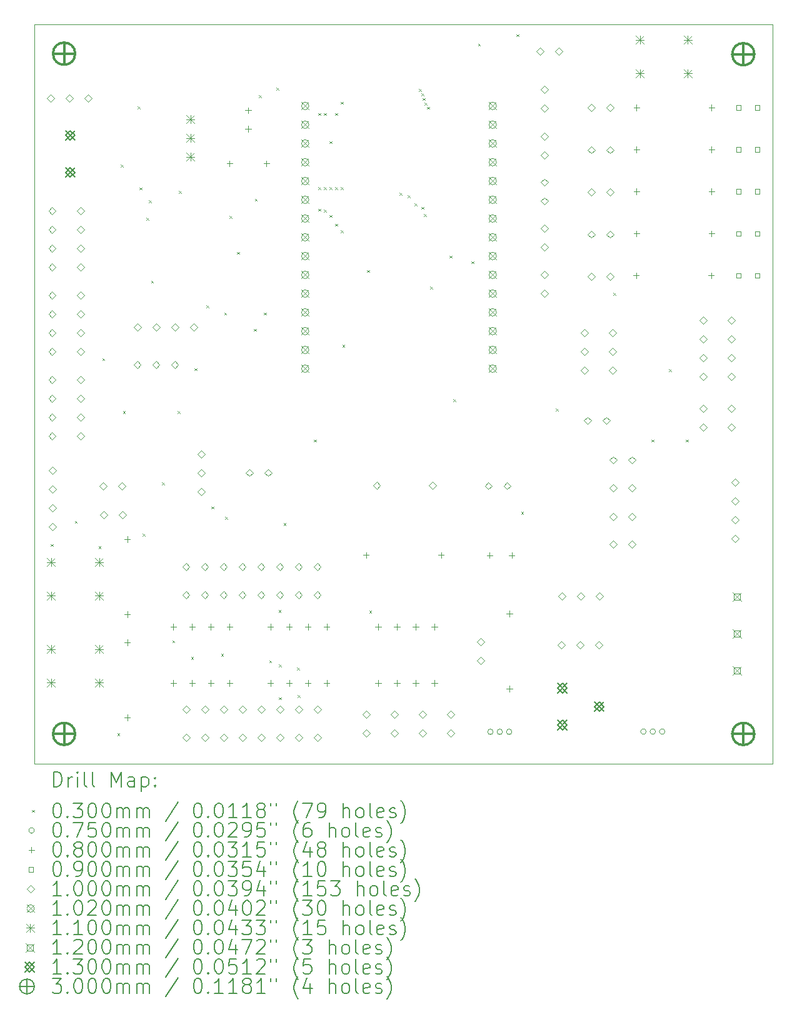
<source format=gbr>
%TF.GenerationSoftware,KiCad,Pcbnew,8.0.7*%
%TF.CreationDate,2025-01-05T11:32:04-06:00*%
%TF.ProjectId,base_esp32,62617365-5f65-4737-9033-322e6b696361,v0.1*%
%TF.SameCoordinates,Original*%
%TF.FileFunction,Drillmap*%
%TF.FilePolarity,Positive*%
%FSLAX45Y45*%
G04 Gerber Fmt 4.5, Leading zero omitted, Abs format (unit mm)*
G04 Created by KiCad (PCBNEW 8.0.7) date 2025-01-05 11:32:04*
%MOMM*%
%LPD*%
G01*
G04 APERTURE LIST*
%ADD10C,0.050000*%
%ADD11C,0.200000*%
%ADD12C,0.100000*%
%ADD13C,0.102000*%
%ADD14C,0.110000*%
%ADD15C,0.120000*%
%ADD16C,0.130000*%
%ADD17C,0.300000*%
G04 APERTURE END LIST*
D10*
X10300000Y-5100000D02*
X20300000Y-5100000D01*
X20300000Y-15100000D01*
X10300000Y-15100000D01*
X10300000Y-5100000D01*
D11*
D12*
X10520920Y-12131280D02*
X10550920Y-12161280D01*
X10550920Y-12131280D02*
X10520920Y-12161280D01*
X10846040Y-11816320D02*
X10876040Y-11846320D01*
X10876040Y-11816320D02*
X10846040Y-11846320D01*
X11166080Y-12161760D02*
X11196080Y-12191760D01*
X11196080Y-12161760D02*
X11166080Y-12191760D01*
X11216880Y-9616680D02*
X11246880Y-9646680D01*
X11246880Y-9616680D02*
X11216880Y-9646680D01*
X11420080Y-14691600D02*
X11450080Y-14721600D01*
X11450080Y-14691600D02*
X11420080Y-14721600D01*
X11465800Y-6995400D02*
X11495800Y-7025400D01*
X11495800Y-6995400D02*
X11465800Y-7025400D01*
X11496280Y-10332960D02*
X11526280Y-10362960D01*
X11526280Y-10332960D02*
X11496280Y-10362960D01*
X11694400Y-6208000D02*
X11724400Y-6238000D01*
X11724400Y-6208000D02*
X11694400Y-6238000D01*
X11722340Y-7305280D02*
X11752340Y-7335280D01*
X11752340Y-7305280D02*
X11722340Y-7335280D01*
X11765520Y-11989040D02*
X11795520Y-12019040D01*
X11795520Y-11989040D02*
X11765520Y-12019040D01*
X11816320Y-7716760D02*
X11846320Y-7746760D01*
X11846320Y-7716760D02*
X11816320Y-7746760D01*
X11846800Y-7478000D02*
X11876800Y-7508000D01*
X11876800Y-7478000D02*
X11846800Y-7508000D01*
X11877280Y-8565120D02*
X11907280Y-8595120D01*
X11907280Y-8565120D02*
X11877280Y-8595120D01*
X12024600Y-11298160D02*
X12054600Y-11328160D01*
X12054600Y-11298160D02*
X12024600Y-11328160D01*
X12164800Y-13433800D02*
X12194800Y-13463800D01*
X12194800Y-13433800D02*
X12164800Y-13463800D01*
X12240500Y-10330420D02*
X12270500Y-10360420D01*
X12270500Y-10330420D02*
X12240500Y-10360420D01*
X12253200Y-7351000D02*
X12283200Y-7381000D01*
X12283200Y-7351000D02*
X12253200Y-7381000D01*
X12420840Y-13660360D02*
X12450840Y-13690360D01*
X12450840Y-13660360D02*
X12420840Y-13690360D01*
X12469100Y-9751300D02*
X12499100Y-9781300D01*
X12499100Y-9751300D02*
X12469100Y-9781300D01*
X12626580Y-8897860D02*
X12656580Y-8927860D01*
X12656580Y-8897860D02*
X12626580Y-8927860D01*
X12697700Y-11620740D02*
X12727700Y-11650740D01*
X12727700Y-11620740D02*
X12697700Y-11650740D01*
X12827240Y-13614640D02*
X12857240Y-13644640D01*
X12857240Y-13614640D02*
X12827240Y-13644640D01*
X12867880Y-8996920D02*
X12897880Y-9026920D01*
X12897880Y-8996920D02*
X12867880Y-9026920D01*
X12883120Y-11762980D02*
X12913120Y-11792980D01*
X12913120Y-11762980D02*
X12883120Y-11792980D01*
X12939000Y-7691360D02*
X12969000Y-7721360D01*
X12969000Y-7691360D02*
X12939000Y-7721360D01*
X13040600Y-8176500D02*
X13070600Y-8206500D01*
X13070600Y-8176500D02*
X13040600Y-8206500D01*
X13269200Y-9217900D02*
X13299200Y-9247900D01*
X13299200Y-9217900D02*
X13269200Y-9247900D01*
X13284440Y-7457680D02*
X13314440Y-7487680D01*
X13314440Y-7457680D02*
X13284440Y-7487680D01*
X13337780Y-6053060D02*
X13367780Y-6083060D01*
X13367780Y-6053060D02*
X13337780Y-6083060D01*
X13406360Y-8996920D02*
X13436360Y-9026920D01*
X13436360Y-8996920D02*
X13406360Y-9026920D01*
X13477480Y-13706080D02*
X13507480Y-13736080D01*
X13507480Y-13706080D02*
X13477480Y-13736080D01*
X13574000Y-5954000D02*
X13604000Y-5984000D01*
X13604000Y-5954000D02*
X13574000Y-5984000D01*
X13605980Y-13023860D02*
X13635980Y-13053860D01*
X13635980Y-13023860D02*
X13605980Y-13053860D01*
X13609560Y-13761960D02*
X13639560Y-13791960D01*
X13639560Y-13761960D02*
X13609560Y-13791960D01*
X13609560Y-14203920D02*
X13639560Y-14233920D01*
X13639560Y-14203920D02*
X13609560Y-14233920D01*
X13674600Y-11846800D02*
X13704600Y-11876800D01*
X13704600Y-11846800D02*
X13674600Y-11876800D01*
X13853400Y-13802600D02*
X13883400Y-13832600D01*
X13883400Y-13802600D02*
X13853400Y-13832600D01*
X13863560Y-14173440D02*
X13893560Y-14203440D01*
X13893560Y-14173440D02*
X13863560Y-14203440D01*
X14082000Y-10716500D02*
X14112000Y-10746500D01*
X14112000Y-10716500D02*
X14082000Y-10746500D01*
X14145500Y-6296900D02*
X14175500Y-6326900D01*
X14175500Y-6296900D02*
X14145500Y-6326900D01*
X14145500Y-7300200D02*
X14175500Y-7330200D01*
X14175500Y-7300200D02*
X14145500Y-7330200D01*
X14145500Y-7592300D02*
X14175500Y-7622300D01*
X14175500Y-7592300D02*
X14145500Y-7622300D01*
X14221700Y-6296900D02*
X14251700Y-6326900D01*
X14251700Y-6296900D02*
X14221700Y-6326900D01*
X14221700Y-7300200D02*
X14251700Y-7330200D01*
X14251700Y-7300200D02*
X14221700Y-7330200D01*
X14221700Y-7605000D02*
X14251700Y-7635000D01*
X14251700Y-7605000D02*
X14221700Y-7635000D01*
X14297900Y-6677900D02*
X14327900Y-6707900D01*
X14327900Y-6677900D02*
X14297900Y-6707900D01*
X14297900Y-7300200D02*
X14327900Y-7330200D01*
X14327900Y-7300200D02*
X14297900Y-7330200D01*
X14297900Y-7675273D02*
X14327900Y-7705273D01*
X14327900Y-7675273D02*
X14297900Y-7705273D01*
X14374100Y-6296900D02*
X14404100Y-6326900D01*
X14404100Y-6296900D02*
X14374100Y-6326900D01*
X14374100Y-7300200D02*
X14404100Y-7330200D01*
X14404100Y-7300200D02*
X14374100Y-7330200D01*
X14374100Y-7795500D02*
X14404100Y-7825500D01*
X14404100Y-7795500D02*
X14374100Y-7825500D01*
X14450300Y-6144500D02*
X14480300Y-6174500D01*
X14480300Y-6144500D02*
X14450300Y-6174500D01*
X14450300Y-7300200D02*
X14480300Y-7330200D01*
X14480300Y-7300200D02*
X14450300Y-7330200D01*
X14450300Y-7884400D02*
X14480300Y-7914400D01*
X14480300Y-7884400D02*
X14450300Y-7914400D01*
X14470620Y-9433800D02*
X14500620Y-9463800D01*
X14500620Y-9433800D02*
X14470620Y-9463800D01*
X14803360Y-8422880D02*
X14833360Y-8452880D01*
X14833360Y-8422880D02*
X14803360Y-8452880D01*
X14833840Y-13030440D02*
X14863840Y-13060440D01*
X14863840Y-13030440D02*
X14833840Y-13060440D01*
X15245320Y-7373860D02*
X15275320Y-7403860D01*
X15275320Y-7373860D02*
X15245320Y-7403860D01*
X15352000Y-7411960D02*
X15382000Y-7441960D01*
X15382000Y-7411960D02*
X15352000Y-7441960D01*
X15448520Y-7518640D02*
X15478520Y-7548640D01*
X15478520Y-7518640D02*
X15448520Y-7548640D01*
X15504400Y-5969600D02*
X15534400Y-5999600D01*
X15534400Y-5969600D02*
X15504400Y-5999600D01*
X15542500Y-6030200D02*
X15572500Y-6060200D01*
X15572500Y-6030200D02*
X15542500Y-6060200D01*
X15542500Y-7566900D02*
X15572500Y-7596900D01*
X15572500Y-7566900D02*
X15542500Y-7596900D01*
X15558507Y-6094230D02*
X15588507Y-6124230D01*
X15588507Y-6094230D02*
X15558507Y-6124230D01*
X15572980Y-7663420D02*
X15602980Y-7693420D01*
X15602980Y-7663420D02*
X15572980Y-7693420D01*
X15585062Y-6154652D02*
X15615062Y-6184652D01*
X15615062Y-6154652D02*
X15585062Y-6184652D01*
X15615285Y-6213326D02*
X15645285Y-6243326D01*
X15645285Y-6213326D02*
X15615285Y-6243326D01*
X15656800Y-8646400D02*
X15686800Y-8676400D01*
X15686800Y-8646400D02*
X15656800Y-8676400D01*
X15923500Y-8227300D02*
X15953500Y-8257300D01*
X15953500Y-8227300D02*
X15923500Y-8257300D01*
X15972600Y-10170400D02*
X16002600Y-10200400D01*
X16002600Y-10170400D02*
X15972600Y-10200400D01*
X16215600Y-8303500D02*
X16245600Y-8333500D01*
X16245600Y-8303500D02*
X16215600Y-8333500D01*
X16307040Y-5357100D02*
X16337040Y-5387100D01*
X16337040Y-5357100D02*
X16307040Y-5387100D01*
X16825200Y-5230060D02*
X16855200Y-5260060D01*
X16855200Y-5230060D02*
X16825200Y-5260060D01*
X16891240Y-11692480D02*
X16921240Y-11722480D01*
X16921240Y-11692480D02*
X16891240Y-11722480D01*
X17358600Y-10297400D02*
X17388600Y-10327400D01*
X17388600Y-10297400D02*
X17358600Y-10327400D01*
X18138380Y-8732760D02*
X18168380Y-8762760D01*
X18168380Y-8732760D02*
X18138380Y-8762760D01*
X18654000Y-10716500D02*
X18684000Y-10746500D01*
X18684000Y-10716500D02*
X18654000Y-10746500D01*
X18895300Y-9764000D02*
X18925300Y-9794000D01*
X18925300Y-9764000D02*
X18895300Y-9794000D01*
X19123900Y-10716500D02*
X19153900Y-10746500D01*
X19153900Y-10716500D02*
X19123900Y-10746500D01*
X16511940Y-14671040D02*
G75*
G02*
X16436940Y-14671040I-37500J0D01*
G01*
X16436940Y-14671040D02*
G75*
G02*
X16511940Y-14671040I37500J0D01*
G01*
X16638940Y-14671040D02*
G75*
G02*
X16563940Y-14671040I-37500J0D01*
G01*
X16563940Y-14671040D02*
G75*
G02*
X16638940Y-14671040I37500J0D01*
G01*
X16765940Y-14671040D02*
G75*
G02*
X16690940Y-14671040I-37500J0D01*
G01*
X16690940Y-14671040D02*
G75*
G02*
X16765940Y-14671040I37500J0D01*
G01*
X18584580Y-14668500D02*
G75*
G02*
X18509580Y-14668500I-37500J0D01*
G01*
X18509580Y-14668500D02*
G75*
G02*
X18584580Y-14668500I37500J0D01*
G01*
X18711580Y-14668500D02*
G75*
G02*
X18636580Y-14668500I-37500J0D01*
G01*
X18636580Y-14668500D02*
G75*
G02*
X18711580Y-14668500I37500J0D01*
G01*
X18838580Y-14668500D02*
G75*
G02*
X18763580Y-14668500I-37500J0D01*
G01*
X18763580Y-14668500D02*
G75*
G02*
X18838580Y-14668500I37500J0D01*
G01*
X11557000Y-12025000D02*
X11557000Y-12105000D01*
X11517000Y-12065000D02*
X11597000Y-12065000D01*
X11557000Y-13041000D02*
X11557000Y-13121000D01*
X11517000Y-13081000D02*
X11597000Y-13081000D01*
X11557000Y-13422000D02*
X11557000Y-13502000D01*
X11517000Y-13462000D02*
X11597000Y-13462000D01*
X11557000Y-14438000D02*
X11557000Y-14518000D01*
X11517000Y-14478000D02*
X11597000Y-14478000D01*
X12179800Y-13208680D02*
X12179800Y-13288680D01*
X12139800Y-13248680D02*
X12219800Y-13248680D01*
X12179800Y-13970680D02*
X12179800Y-14050680D01*
X12139800Y-14010680D02*
X12219800Y-14010680D01*
X12433800Y-13208680D02*
X12433800Y-13288680D01*
X12393800Y-13248680D02*
X12473800Y-13248680D01*
X12433800Y-13970680D02*
X12433800Y-14050680D01*
X12393800Y-14010680D02*
X12473800Y-14010680D01*
X12687800Y-13208680D02*
X12687800Y-13288680D01*
X12647800Y-13248680D02*
X12727800Y-13248680D01*
X12687800Y-13970680D02*
X12687800Y-14050680D01*
X12647800Y-14010680D02*
X12727800Y-14010680D01*
X12941800Y-13208680D02*
X12941800Y-13288680D01*
X12901800Y-13248680D02*
X12981800Y-13248680D01*
X12941800Y-13970680D02*
X12941800Y-14050680D01*
X12901800Y-14010680D02*
X12981800Y-14010680D01*
X12942760Y-6939920D02*
X12942760Y-7019920D01*
X12902760Y-6979920D02*
X12982760Y-6979920D01*
X13192760Y-6219969D02*
X13192760Y-6299969D01*
X13152760Y-6259969D02*
X13232760Y-6259969D01*
X13192760Y-6469969D02*
X13192760Y-6549969D01*
X13152760Y-6509969D02*
X13232760Y-6509969D01*
X13442760Y-6939920D02*
X13442760Y-7019920D01*
X13402760Y-6979920D02*
X13482760Y-6979920D01*
X13493980Y-13208680D02*
X13493980Y-13288680D01*
X13453980Y-13248680D02*
X13533980Y-13248680D01*
X13493980Y-13970680D02*
X13493980Y-14050680D01*
X13453980Y-14010680D02*
X13533980Y-14010680D01*
X13747980Y-13208680D02*
X13747980Y-13288680D01*
X13707980Y-13248680D02*
X13787980Y-13248680D01*
X13747980Y-13970680D02*
X13747980Y-14050680D01*
X13707980Y-14010680D02*
X13787980Y-14010680D01*
X14001980Y-13208680D02*
X14001980Y-13288680D01*
X13961980Y-13248680D02*
X14041980Y-13248680D01*
X14001980Y-13970680D02*
X14001980Y-14050680D01*
X13961980Y-14010680D02*
X14041980Y-14010680D01*
X14255980Y-13208680D02*
X14255980Y-13288680D01*
X14215980Y-13248680D02*
X14295980Y-13248680D01*
X14255980Y-13970680D02*
X14255980Y-14050680D01*
X14215980Y-14010680D02*
X14295980Y-14010680D01*
X14790420Y-12238360D02*
X14790420Y-12318360D01*
X14750420Y-12278360D02*
X14830420Y-12278360D01*
X14952980Y-13208640D02*
X14952980Y-13288640D01*
X14912980Y-13248640D02*
X14992980Y-13248640D01*
X14952980Y-13970640D02*
X14952980Y-14050640D01*
X14912980Y-14010640D02*
X14992980Y-14010640D01*
X15206980Y-13208640D02*
X15206980Y-13288640D01*
X15166980Y-13248640D02*
X15246980Y-13248640D01*
X15206980Y-13970640D02*
X15206980Y-14050640D01*
X15166980Y-14010640D02*
X15246980Y-14010640D01*
X15460980Y-13208640D02*
X15460980Y-13288640D01*
X15420980Y-13248640D02*
X15500980Y-13248640D01*
X15460980Y-13970640D02*
X15460980Y-14050640D01*
X15420980Y-14010640D02*
X15500980Y-14010640D01*
X15714980Y-13208640D02*
X15714980Y-13288640D01*
X15674980Y-13248640D02*
X15754980Y-13248640D01*
X15714980Y-13970640D02*
X15714980Y-14050640D01*
X15674980Y-14010640D02*
X15754980Y-14010640D01*
X15806420Y-12238360D02*
X15806420Y-12318360D01*
X15766420Y-12278360D02*
X15846420Y-12278360D01*
X16464000Y-12240900D02*
X16464000Y-12320900D01*
X16424000Y-12280900D02*
X16504000Y-12280900D01*
X16730980Y-13030840D02*
X16730980Y-13110840D01*
X16690980Y-13070840D02*
X16770980Y-13070840D01*
X16730980Y-14046840D02*
X16730980Y-14126840D01*
X16690980Y-14086840D02*
X16770980Y-14086840D01*
X16764000Y-12240900D02*
X16764000Y-12320900D01*
X16724000Y-12280900D02*
X16804000Y-12280900D01*
X18448000Y-8454400D02*
X18448000Y-8534400D01*
X18408000Y-8494400D02*
X18488000Y-8494400D01*
X18454000Y-6183000D02*
X18454000Y-6263000D01*
X18414000Y-6223000D02*
X18494000Y-6223000D01*
X18454000Y-6750850D02*
X18454000Y-6830850D01*
X18414000Y-6790850D02*
X18494000Y-6790850D01*
X18454000Y-7318700D02*
X18454000Y-7398700D01*
X18414000Y-7358700D02*
X18494000Y-7358700D01*
X18454000Y-7886550D02*
X18454000Y-7966550D01*
X18414000Y-7926550D02*
X18494000Y-7926550D01*
X19464000Y-8454400D02*
X19464000Y-8534400D01*
X19424000Y-8494400D02*
X19504000Y-8494400D01*
X19470000Y-6183000D02*
X19470000Y-6263000D01*
X19430000Y-6223000D02*
X19510000Y-6223000D01*
X19470000Y-6750850D02*
X19470000Y-6830850D01*
X19430000Y-6790850D02*
X19510000Y-6790850D01*
X19470000Y-7318700D02*
X19470000Y-7398700D01*
X19430000Y-7358700D02*
X19510000Y-7358700D01*
X19470000Y-7886550D02*
X19470000Y-7966550D01*
X19430000Y-7926550D02*
X19510000Y-7926550D01*
X19869220Y-6254820D02*
X19869220Y-6191180D01*
X19805580Y-6191180D01*
X19805580Y-6254820D01*
X19869220Y-6254820D01*
X19869220Y-6822670D02*
X19869220Y-6759030D01*
X19805580Y-6759030D01*
X19805580Y-6822670D01*
X19869220Y-6822670D01*
X19869220Y-7390520D02*
X19869220Y-7326880D01*
X19805580Y-7326880D01*
X19805580Y-7390520D01*
X19869220Y-7390520D01*
X19869220Y-7958370D02*
X19869220Y-7894730D01*
X19805580Y-7894730D01*
X19805580Y-7958370D01*
X19869220Y-7958370D01*
X19869220Y-8526220D02*
X19869220Y-8462580D01*
X19805580Y-8462580D01*
X19805580Y-8526220D01*
X19869220Y-8526220D01*
X20123220Y-6254820D02*
X20123220Y-6191180D01*
X20059580Y-6191180D01*
X20059580Y-6254820D01*
X20123220Y-6254820D01*
X20123220Y-6822670D02*
X20123220Y-6759030D01*
X20059580Y-6759030D01*
X20059580Y-6822670D01*
X20123220Y-6822670D01*
X20123220Y-7390520D02*
X20123220Y-7326880D01*
X20059580Y-7326880D01*
X20059580Y-7390520D01*
X20123220Y-7390520D01*
X20123220Y-7958370D02*
X20123220Y-7894730D01*
X20059580Y-7894730D01*
X20059580Y-7958370D01*
X20123220Y-7958370D01*
X20123220Y-8526220D02*
X20123220Y-8462580D01*
X20059580Y-8462580D01*
X20059580Y-8526220D01*
X20123220Y-8526220D01*
X10517100Y-6146000D02*
X10567100Y-6096000D01*
X10517100Y-6046000D01*
X10467100Y-6096000D01*
X10517100Y-6146000D01*
X10538500Y-7670000D02*
X10588500Y-7620000D01*
X10538500Y-7570000D01*
X10488500Y-7620000D01*
X10538500Y-7670000D01*
X10538500Y-7924000D02*
X10588500Y-7874000D01*
X10538500Y-7824000D01*
X10488500Y-7874000D01*
X10538500Y-7924000D01*
X10538500Y-8178000D02*
X10588500Y-8128000D01*
X10538500Y-8078000D01*
X10488500Y-8128000D01*
X10538500Y-8178000D01*
X10538500Y-8432000D02*
X10588500Y-8382000D01*
X10538500Y-8332000D01*
X10488500Y-8382000D01*
X10538500Y-8432000D01*
X10538500Y-8814000D02*
X10588500Y-8764000D01*
X10538500Y-8714000D01*
X10488500Y-8764000D01*
X10538500Y-8814000D01*
X10538500Y-9068000D02*
X10588500Y-9018000D01*
X10538500Y-8968000D01*
X10488500Y-9018000D01*
X10538500Y-9068000D01*
X10538500Y-9322000D02*
X10588500Y-9272000D01*
X10538500Y-9222000D01*
X10488500Y-9272000D01*
X10538500Y-9322000D01*
X10538500Y-9576000D02*
X10588500Y-9526000D01*
X10538500Y-9476000D01*
X10488500Y-9526000D01*
X10538500Y-9576000D01*
X10538500Y-9956000D02*
X10588500Y-9906000D01*
X10538500Y-9856000D01*
X10488500Y-9906000D01*
X10538500Y-9956000D01*
X10538500Y-10210000D02*
X10588500Y-10160000D01*
X10538500Y-10110000D01*
X10488500Y-10160000D01*
X10538500Y-10210000D01*
X10538500Y-10464000D02*
X10588500Y-10414000D01*
X10538500Y-10364000D01*
X10488500Y-10414000D01*
X10538500Y-10464000D01*
X10538500Y-10718000D02*
X10588500Y-10668000D01*
X10538500Y-10618000D01*
X10488500Y-10668000D01*
X10538500Y-10718000D01*
X10541000Y-11182820D02*
X10591000Y-11132820D01*
X10541000Y-11082820D01*
X10491000Y-11132820D01*
X10541000Y-11182820D01*
X10541000Y-11436820D02*
X10591000Y-11386820D01*
X10541000Y-11336820D01*
X10491000Y-11386820D01*
X10541000Y-11436820D01*
X10541000Y-11690820D02*
X10591000Y-11640820D01*
X10541000Y-11590820D01*
X10491000Y-11640820D01*
X10541000Y-11690820D01*
X10541000Y-11944820D02*
X10591000Y-11894820D01*
X10541000Y-11844820D01*
X10491000Y-11894820D01*
X10541000Y-11944820D01*
X10771100Y-6146000D02*
X10821100Y-6096000D01*
X10771100Y-6046000D01*
X10721100Y-6096000D01*
X10771100Y-6146000D01*
X10922000Y-7670000D02*
X10972000Y-7620000D01*
X10922000Y-7570000D01*
X10872000Y-7620000D01*
X10922000Y-7670000D01*
X10922000Y-7924000D02*
X10972000Y-7874000D01*
X10922000Y-7824000D01*
X10872000Y-7874000D01*
X10922000Y-7924000D01*
X10922000Y-8178000D02*
X10972000Y-8128000D01*
X10922000Y-8078000D01*
X10872000Y-8128000D01*
X10922000Y-8178000D01*
X10922000Y-8432000D02*
X10972000Y-8382000D01*
X10922000Y-8332000D01*
X10872000Y-8382000D01*
X10922000Y-8432000D01*
X10922000Y-8813000D02*
X10972000Y-8763000D01*
X10922000Y-8713000D01*
X10872000Y-8763000D01*
X10922000Y-8813000D01*
X10922000Y-9067000D02*
X10972000Y-9017000D01*
X10922000Y-8967000D01*
X10872000Y-9017000D01*
X10922000Y-9067000D01*
X10922000Y-9321000D02*
X10972000Y-9271000D01*
X10922000Y-9221000D01*
X10872000Y-9271000D01*
X10922000Y-9321000D01*
X10922000Y-9575000D02*
X10972000Y-9525000D01*
X10922000Y-9475000D01*
X10872000Y-9525000D01*
X10922000Y-9575000D01*
X10922000Y-9956000D02*
X10972000Y-9906000D01*
X10922000Y-9856000D01*
X10872000Y-9906000D01*
X10922000Y-9956000D01*
X10922000Y-10210000D02*
X10972000Y-10160000D01*
X10922000Y-10110000D01*
X10872000Y-10160000D01*
X10922000Y-10210000D01*
X10922000Y-10464000D02*
X10972000Y-10414000D01*
X10922000Y-10364000D01*
X10872000Y-10414000D01*
X10922000Y-10464000D01*
X10922000Y-10718000D02*
X10972000Y-10668000D01*
X10922000Y-10618000D01*
X10872000Y-10668000D01*
X10922000Y-10718000D01*
X11025100Y-6146000D02*
X11075100Y-6096000D01*
X11025100Y-6046000D01*
X10975100Y-6096000D01*
X11025100Y-6146000D01*
X11228840Y-11393640D02*
X11278840Y-11343640D01*
X11228840Y-11293640D01*
X11178840Y-11343640D01*
X11228840Y-11393640D01*
X11235960Y-11784800D02*
X11285960Y-11734800D01*
X11235960Y-11684800D01*
X11185960Y-11734800D01*
X11235960Y-11784800D01*
X11482840Y-11393640D02*
X11532840Y-11343640D01*
X11482840Y-11293640D01*
X11432840Y-11343640D01*
X11482840Y-11393640D01*
X11489960Y-11784800D02*
X11539960Y-11734800D01*
X11489960Y-11684800D01*
X11439960Y-11734800D01*
X11489960Y-11784800D01*
X11691160Y-9755340D02*
X11741160Y-9705340D01*
X11691160Y-9655340D01*
X11641160Y-9705340D01*
X11691160Y-9755340D01*
X11694160Y-9247340D02*
X11744160Y-9197340D01*
X11694160Y-9147340D01*
X11644160Y-9197340D01*
X11694160Y-9247340D01*
X11945160Y-9755340D02*
X11995160Y-9705340D01*
X11945160Y-9655340D01*
X11895160Y-9705340D01*
X11945160Y-9755340D01*
X11948160Y-9247340D02*
X11998160Y-9197340D01*
X11948160Y-9147340D01*
X11898160Y-9197340D01*
X11948160Y-9247340D01*
X12199160Y-9755340D02*
X12249160Y-9705340D01*
X12199160Y-9655340D01*
X12149160Y-9705340D01*
X12199160Y-9755340D01*
X12202160Y-9247340D02*
X12252160Y-9197340D01*
X12202160Y-9147340D01*
X12152160Y-9197340D01*
X12202160Y-9247340D01*
X12350980Y-12488420D02*
X12400980Y-12438420D01*
X12350980Y-12388420D01*
X12300980Y-12438420D01*
X12350980Y-12488420D01*
X12350980Y-12869420D02*
X12400980Y-12819420D01*
X12350980Y-12769420D01*
X12300980Y-12819420D01*
X12350980Y-12869420D01*
X12353520Y-14416280D02*
X12403520Y-14366280D01*
X12353520Y-14316280D01*
X12303520Y-14366280D01*
X12353520Y-14416280D01*
X12353520Y-14797280D02*
X12403520Y-14747280D01*
X12353520Y-14697280D01*
X12303520Y-14747280D01*
X12353520Y-14797280D01*
X12456160Y-9247340D02*
X12506160Y-9197340D01*
X12456160Y-9147340D01*
X12406160Y-9197340D01*
X12456160Y-9247340D01*
X12555220Y-10961840D02*
X12605220Y-10911840D01*
X12555220Y-10861840D01*
X12505220Y-10911840D01*
X12555220Y-10961840D01*
X12555220Y-11215840D02*
X12605220Y-11165840D01*
X12555220Y-11115840D01*
X12505220Y-11165840D01*
X12555220Y-11215840D01*
X12555220Y-11469840D02*
X12605220Y-11419840D01*
X12555220Y-11369840D01*
X12505220Y-11419840D01*
X12555220Y-11469840D01*
X12604980Y-12488420D02*
X12654980Y-12438420D01*
X12604980Y-12388420D01*
X12554980Y-12438420D01*
X12604980Y-12488420D01*
X12604980Y-12869420D02*
X12654980Y-12819420D01*
X12604980Y-12769420D01*
X12554980Y-12819420D01*
X12604980Y-12869420D01*
X12607520Y-14416280D02*
X12657520Y-14366280D01*
X12607520Y-14316280D01*
X12557520Y-14366280D01*
X12607520Y-14416280D01*
X12607520Y-14797280D02*
X12657520Y-14747280D01*
X12607520Y-14697280D01*
X12557520Y-14747280D01*
X12607520Y-14797280D01*
X12858980Y-12488420D02*
X12908980Y-12438420D01*
X12858980Y-12388420D01*
X12808980Y-12438420D01*
X12858980Y-12488420D01*
X12858980Y-12869420D02*
X12908980Y-12819420D01*
X12858980Y-12769420D01*
X12808980Y-12819420D01*
X12858980Y-12869420D01*
X12861520Y-14416280D02*
X12911520Y-14366280D01*
X12861520Y-14316280D01*
X12811520Y-14366280D01*
X12861520Y-14416280D01*
X12861520Y-14797280D02*
X12911520Y-14747280D01*
X12861520Y-14697280D01*
X12811520Y-14747280D01*
X12861520Y-14797280D01*
X13112980Y-12488420D02*
X13162980Y-12438420D01*
X13112980Y-12388420D01*
X13062980Y-12438420D01*
X13112980Y-12488420D01*
X13112980Y-12869420D02*
X13162980Y-12819420D01*
X13112980Y-12769420D01*
X13062980Y-12819420D01*
X13112980Y-12869420D01*
X13115520Y-14416280D02*
X13165520Y-14366280D01*
X13115520Y-14316280D01*
X13065520Y-14366280D01*
X13115520Y-14416280D01*
X13115520Y-14797280D02*
X13165520Y-14747280D01*
X13115520Y-14697280D01*
X13065520Y-14747280D01*
X13115520Y-14797280D01*
X13210540Y-11213300D02*
X13260540Y-11163300D01*
X13210540Y-11113300D01*
X13160540Y-11163300D01*
X13210540Y-11213300D01*
X13366980Y-12488420D02*
X13416980Y-12438420D01*
X13366980Y-12388420D01*
X13316980Y-12438420D01*
X13366980Y-12488420D01*
X13366980Y-12869420D02*
X13416980Y-12819420D01*
X13366980Y-12769420D01*
X13316980Y-12819420D01*
X13366980Y-12869420D01*
X13369520Y-14416280D02*
X13419520Y-14366280D01*
X13369520Y-14316280D01*
X13319520Y-14366280D01*
X13369520Y-14416280D01*
X13369520Y-14797280D02*
X13419520Y-14747280D01*
X13369520Y-14697280D01*
X13319520Y-14747280D01*
X13369520Y-14797280D01*
X13464540Y-11213300D02*
X13514540Y-11163300D01*
X13464540Y-11113300D01*
X13414540Y-11163300D01*
X13464540Y-11213300D01*
X13620980Y-12488420D02*
X13670980Y-12438420D01*
X13620980Y-12388420D01*
X13570980Y-12438420D01*
X13620980Y-12488420D01*
X13620980Y-12869420D02*
X13670980Y-12819420D01*
X13620980Y-12769420D01*
X13570980Y-12819420D01*
X13620980Y-12869420D01*
X13623520Y-14416280D02*
X13673520Y-14366280D01*
X13623520Y-14316280D01*
X13573520Y-14366280D01*
X13623520Y-14416280D01*
X13623520Y-14797280D02*
X13673520Y-14747280D01*
X13623520Y-14697280D01*
X13573520Y-14747280D01*
X13623520Y-14797280D01*
X13874980Y-12488420D02*
X13924980Y-12438420D01*
X13874980Y-12388420D01*
X13824980Y-12438420D01*
X13874980Y-12488420D01*
X13874980Y-12869420D02*
X13924980Y-12819420D01*
X13874980Y-12769420D01*
X13824980Y-12819420D01*
X13874980Y-12869420D01*
X13877520Y-14416280D02*
X13927520Y-14366280D01*
X13877520Y-14316280D01*
X13827520Y-14366280D01*
X13877520Y-14416280D01*
X13877520Y-14797280D02*
X13927520Y-14747280D01*
X13877520Y-14697280D01*
X13827520Y-14747280D01*
X13877520Y-14797280D01*
X14128980Y-12488420D02*
X14178980Y-12438420D01*
X14128980Y-12388420D01*
X14078980Y-12438420D01*
X14128980Y-12488420D01*
X14128980Y-12869420D02*
X14178980Y-12819420D01*
X14128980Y-12769420D01*
X14078980Y-12819420D01*
X14128980Y-12869420D01*
X14131520Y-14416280D02*
X14181520Y-14366280D01*
X14131520Y-14316280D01*
X14081520Y-14366280D01*
X14131520Y-14416280D01*
X14131520Y-14797280D02*
X14181520Y-14747280D01*
X14131520Y-14697280D01*
X14081520Y-14747280D01*
X14131520Y-14797280D01*
X14792960Y-14486860D02*
X14842960Y-14436860D01*
X14792960Y-14386860D01*
X14742960Y-14436860D01*
X14792960Y-14486860D01*
X14792960Y-14740860D02*
X14842960Y-14690860D01*
X14792960Y-14640860D01*
X14742960Y-14690860D01*
X14792960Y-14740860D01*
X14933660Y-11388560D02*
X14983660Y-11338560D01*
X14933660Y-11288560D01*
X14883660Y-11338560D01*
X14933660Y-11388560D01*
X15173960Y-14486860D02*
X15223960Y-14436860D01*
X15173960Y-14386860D01*
X15123960Y-14436860D01*
X15173960Y-14486860D01*
X15173960Y-14740860D02*
X15223960Y-14690860D01*
X15173960Y-14640860D01*
X15123960Y-14690860D01*
X15173960Y-14740860D01*
X15554960Y-14486860D02*
X15604960Y-14436860D01*
X15554960Y-14386860D01*
X15504960Y-14436860D01*
X15554960Y-14486860D01*
X15554960Y-14740860D02*
X15604960Y-14690860D01*
X15554960Y-14640860D01*
X15504960Y-14690860D01*
X15554960Y-14740860D01*
X15693660Y-11388560D02*
X15743660Y-11338560D01*
X15693660Y-11288560D01*
X15643660Y-11338560D01*
X15693660Y-11388560D01*
X15935960Y-14486860D02*
X15985960Y-14436860D01*
X15935960Y-14386860D01*
X15885960Y-14436860D01*
X15935960Y-14486860D01*
X15935960Y-14740860D02*
X15985960Y-14690860D01*
X15935960Y-14640860D01*
X15885960Y-14690860D01*
X15935960Y-14740860D01*
X16344900Y-13501340D02*
X16394900Y-13451340D01*
X16344900Y-13401340D01*
X16294900Y-13451340D01*
X16344900Y-13501340D01*
X16344900Y-13755340D02*
X16394900Y-13705340D01*
X16344900Y-13655340D01*
X16294900Y-13705340D01*
X16344900Y-13755340D01*
X16448540Y-11391100D02*
X16498540Y-11341100D01*
X16448540Y-11291100D01*
X16398540Y-11341100D01*
X16448540Y-11391100D01*
X16702540Y-11391100D02*
X16752540Y-11341100D01*
X16702540Y-11291100D01*
X16652540Y-11341100D01*
X16702540Y-11391100D01*
X17145000Y-5511000D02*
X17195000Y-5461000D01*
X17145000Y-5411000D01*
X17095000Y-5461000D01*
X17145000Y-5511000D01*
X17205960Y-6658580D02*
X17255960Y-6608580D01*
X17205960Y-6558580D01*
X17155960Y-6608580D01*
X17205960Y-6658580D01*
X17205960Y-6912580D02*
X17255960Y-6862580D01*
X17205960Y-6812580D01*
X17155960Y-6862580D01*
X17205960Y-6912580D01*
X17205960Y-7283920D02*
X17255960Y-7233920D01*
X17205960Y-7183920D01*
X17155960Y-7233920D01*
X17205960Y-7283920D01*
X17205960Y-7537920D02*
X17255960Y-7487920D01*
X17205960Y-7437920D01*
X17155960Y-7487920D01*
X17205960Y-7537920D01*
X17205960Y-7908760D02*
X17255960Y-7858760D01*
X17205960Y-7808760D01*
X17155960Y-7858760D01*
X17205960Y-7908760D01*
X17205960Y-8162760D02*
X17255960Y-8112760D01*
X17205960Y-8062760D01*
X17155960Y-8112760D01*
X17205960Y-8162760D01*
X17205960Y-8533600D02*
X17255960Y-8483600D01*
X17205960Y-8433600D01*
X17155960Y-8483600D01*
X17205960Y-8533600D01*
X17205960Y-8787600D02*
X17255960Y-8737600D01*
X17205960Y-8687600D01*
X17155960Y-8737600D01*
X17205960Y-8787600D01*
X17208500Y-6024080D02*
X17258500Y-5974080D01*
X17208500Y-5924080D01*
X17158500Y-5974080D01*
X17208500Y-6024080D01*
X17208500Y-6278080D02*
X17258500Y-6228080D01*
X17208500Y-6178080D01*
X17158500Y-6228080D01*
X17208500Y-6278080D01*
X17399000Y-5511000D02*
X17449000Y-5461000D01*
X17399000Y-5411000D01*
X17349000Y-5461000D01*
X17399000Y-5511000D01*
X17432020Y-13543600D02*
X17482020Y-13493600D01*
X17432020Y-13443600D01*
X17382020Y-13493600D01*
X17432020Y-13543600D01*
X17443220Y-12883200D02*
X17493220Y-12833200D01*
X17443220Y-12783200D01*
X17393220Y-12833200D01*
X17443220Y-12883200D01*
X17686020Y-13543600D02*
X17736020Y-13493600D01*
X17686020Y-13443600D01*
X17636020Y-13493600D01*
X17686020Y-13543600D01*
X17697220Y-12883200D02*
X17747220Y-12833200D01*
X17697220Y-12783200D01*
X17647220Y-12833200D01*
X17697220Y-12883200D01*
X17748980Y-9317420D02*
X17798980Y-9267420D01*
X17748980Y-9217420D01*
X17698980Y-9267420D01*
X17748980Y-9317420D01*
X17748980Y-9571420D02*
X17798980Y-9521420D01*
X17748980Y-9471420D01*
X17698980Y-9521420D01*
X17748980Y-9571420D01*
X17748980Y-9825420D02*
X17798980Y-9775420D01*
X17748980Y-9725420D01*
X17698980Y-9775420D01*
X17748980Y-9825420D01*
X17792700Y-10509720D02*
X17842700Y-10459720D01*
X17792700Y-10409720D01*
X17742700Y-10459720D01*
X17792700Y-10509720D01*
X17843500Y-6273000D02*
X17893500Y-6223000D01*
X17843500Y-6173000D01*
X17793500Y-6223000D01*
X17843500Y-6273000D01*
X17843500Y-6844500D02*
X17893500Y-6794500D01*
X17843500Y-6744500D01*
X17793500Y-6794500D01*
X17843500Y-6844500D01*
X17843500Y-7416000D02*
X17893500Y-7366000D01*
X17843500Y-7316000D01*
X17793500Y-7366000D01*
X17843500Y-7416000D01*
X17843500Y-7987500D02*
X17893500Y-7937500D01*
X17843500Y-7887500D01*
X17793500Y-7937500D01*
X17843500Y-7987500D01*
X17843500Y-8559000D02*
X17893500Y-8509000D01*
X17843500Y-8459000D01*
X17793500Y-8509000D01*
X17843500Y-8559000D01*
X17940020Y-13543600D02*
X17990020Y-13493600D01*
X17940020Y-13443600D01*
X17890020Y-13493600D01*
X17940020Y-13543600D01*
X17951220Y-12883200D02*
X18001220Y-12833200D01*
X17951220Y-12783200D01*
X17901220Y-12833200D01*
X17951220Y-12883200D01*
X18046700Y-10509720D02*
X18096700Y-10459720D01*
X18046700Y-10409720D01*
X17996700Y-10459720D01*
X18046700Y-10509720D01*
X18097500Y-6273000D02*
X18147500Y-6223000D01*
X18097500Y-6173000D01*
X18047500Y-6223000D01*
X18097500Y-6273000D01*
X18097500Y-6844500D02*
X18147500Y-6794500D01*
X18097500Y-6744500D01*
X18047500Y-6794500D01*
X18097500Y-6844500D01*
X18097500Y-7416000D02*
X18147500Y-7366000D01*
X18097500Y-7316000D01*
X18047500Y-7366000D01*
X18097500Y-7416000D01*
X18097500Y-7987500D02*
X18147500Y-7937500D01*
X18097500Y-7887500D01*
X18047500Y-7937500D01*
X18097500Y-7987500D01*
X18097500Y-8559000D02*
X18147500Y-8509000D01*
X18097500Y-8459000D01*
X18047500Y-8509000D01*
X18097500Y-8559000D01*
X18129980Y-9317420D02*
X18179980Y-9267420D01*
X18129980Y-9217420D01*
X18079980Y-9267420D01*
X18129980Y-9317420D01*
X18129980Y-9571420D02*
X18179980Y-9521420D01*
X18129980Y-9471420D01*
X18079980Y-9521420D01*
X18129980Y-9571420D01*
X18129980Y-9825420D02*
X18179980Y-9775420D01*
X18129980Y-9725420D01*
X18079980Y-9775420D01*
X18129980Y-9825420D01*
X18141180Y-11043120D02*
X18191180Y-10993120D01*
X18141180Y-10943120D01*
X18091180Y-10993120D01*
X18141180Y-11043120D01*
X18141180Y-11419040D02*
X18191180Y-11369040D01*
X18141180Y-11319040D01*
X18091180Y-11369040D01*
X18141180Y-11419040D01*
X18141180Y-11807660D02*
X18191180Y-11757660D01*
X18141180Y-11707660D01*
X18091180Y-11757660D01*
X18141180Y-11807660D01*
X18141180Y-12181040D02*
X18191180Y-12131040D01*
X18141180Y-12081040D01*
X18091180Y-12131040D01*
X18141180Y-12181040D01*
X18395180Y-11043120D02*
X18445180Y-10993120D01*
X18395180Y-10943120D01*
X18345180Y-10993120D01*
X18395180Y-11043120D01*
X18395180Y-11419040D02*
X18445180Y-11369040D01*
X18395180Y-11319040D01*
X18345180Y-11369040D01*
X18395180Y-11419040D01*
X18395180Y-11807660D02*
X18445180Y-11757660D01*
X18395180Y-11707660D01*
X18345180Y-11757660D01*
X18395180Y-11807660D01*
X18395180Y-12181040D02*
X18445180Y-12131040D01*
X18395180Y-12081040D01*
X18345180Y-12131040D01*
X18395180Y-12181040D01*
X19359880Y-9149280D02*
X19409880Y-9099280D01*
X19359880Y-9049280D01*
X19309880Y-9099280D01*
X19359880Y-9149280D01*
X19359880Y-9403280D02*
X19409880Y-9353280D01*
X19359880Y-9303280D01*
X19309880Y-9353280D01*
X19359880Y-9403280D01*
X19359880Y-9657280D02*
X19409880Y-9607280D01*
X19359880Y-9557280D01*
X19309880Y-9607280D01*
X19359880Y-9657280D01*
X19359880Y-9911280D02*
X19409880Y-9861280D01*
X19359880Y-9811280D01*
X19309880Y-9861280D01*
X19359880Y-9911280D01*
X19359880Y-10347160D02*
X19409880Y-10297160D01*
X19359880Y-10247160D01*
X19309880Y-10297160D01*
X19359880Y-10347160D01*
X19359880Y-10601160D02*
X19409880Y-10551160D01*
X19359880Y-10501160D01*
X19309880Y-10551160D01*
X19359880Y-10601160D01*
X19740880Y-9149280D02*
X19790880Y-9099280D01*
X19740880Y-9049280D01*
X19690880Y-9099280D01*
X19740880Y-9149280D01*
X19740880Y-9403280D02*
X19790880Y-9353280D01*
X19740880Y-9303280D01*
X19690880Y-9353280D01*
X19740880Y-9403280D01*
X19740880Y-9657280D02*
X19790880Y-9607280D01*
X19740880Y-9557280D01*
X19690880Y-9607280D01*
X19740880Y-9657280D01*
X19740880Y-9911280D02*
X19790880Y-9861280D01*
X19740880Y-9811280D01*
X19690880Y-9861280D01*
X19740880Y-9911280D01*
X19740880Y-10347160D02*
X19790880Y-10297160D01*
X19740880Y-10247160D01*
X19690880Y-10297160D01*
X19740880Y-10347160D01*
X19740880Y-10601160D02*
X19790880Y-10551160D01*
X19740880Y-10501160D01*
X19690880Y-10551160D01*
X19740880Y-10601160D01*
X19789140Y-11345500D02*
X19839140Y-11295500D01*
X19789140Y-11245500D01*
X19739140Y-11295500D01*
X19789140Y-11345500D01*
X19789140Y-11599500D02*
X19839140Y-11549500D01*
X19789140Y-11499500D01*
X19739140Y-11549500D01*
X19789140Y-11599500D01*
X19789140Y-11853500D02*
X19839140Y-11803500D01*
X19789140Y-11753500D01*
X19739140Y-11803500D01*
X19789140Y-11853500D01*
X19789140Y-12107500D02*
X19839140Y-12057500D01*
X19789140Y-12007500D01*
X19739140Y-12057500D01*
X19789140Y-12107500D01*
D13*
X13915200Y-6149040D02*
X14017200Y-6251040D01*
X14017200Y-6149040D02*
X13915200Y-6251040D01*
X14017200Y-6200040D02*
G75*
G02*
X13915200Y-6200040I-51000J0D01*
G01*
X13915200Y-6200040D02*
G75*
G02*
X14017200Y-6200040I51000J0D01*
G01*
X13915200Y-6403040D02*
X14017200Y-6505040D01*
X14017200Y-6403040D02*
X13915200Y-6505040D01*
X14017200Y-6454040D02*
G75*
G02*
X13915200Y-6454040I-51000J0D01*
G01*
X13915200Y-6454040D02*
G75*
G02*
X14017200Y-6454040I51000J0D01*
G01*
X13915200Y-6657040D02*
X14017200Y-6759040D01*
X14017200Y-6657040D02*
X13915200Y-6759040D01*
X14017200Y-6708040D02*
G75*
G02*
X13915200Y-6708040I-51000J0D01*
G01*
X13915200Y-6708040D02*
G75*
G02*
X14017200Y-6708040I51000J0D01*
G01*
X13915200Y-6911040D02*
X14017200Y-7013040D01*
X14017200Y-6911040D02*
X13915200Y-7013040D01*
X14017200Y-6962040D02*
G75*
G02*
X13915200Y-6962040I-51000J0D01*
G01*
X13915200Y-6962040D02*
G75*
G02*
X14017200Y-6962040I51000J0D01*
G01*
X13915200Y-7165040D02*
X14017200Y-7267040D01*
X14017200Y-7165040D02*
X13915200Y-7267040D01*
X14017200Y-7216040D02*
G75*
G02*
X13915200Y-7216040I-51000J0D01*
G01*
X13915200Y-7216040D02*
G75*
G02*
X14017200Y-7216040I51000J0D01*
G01*
X13915200Y-7419040D02*
X14017200Y-7521040D01*
X14017200Y-7419040D02*
X13915200Y-7521040D01*
X14017200Y-7470040D02*
G75*
G02*
X13915200Y-7470040I-51000J0D01*
G01*
X13915200Y-7470040D02*
G75*
G02*
X14017200Y-7470040I51000J0D01*
G01*
X13915200Y-7673040D02*
X14017200Y-7775040D01*
X14017200Y-7673040D02*
X13915200Y-7775040D01*
X14017200Y-7724040D02*
G75*
G02*
X13915200Y-7724040I-51000J0D01*
G01*
X13915200Y-7724040D02*
G75*
G02*
X14017200Y-7724040I51000J0D01*
G01*
X13915200Y-7927040D02*
X14017200Y-8029040D01*
X14017200Y-7927040D02*
X13915200Y-8029040D01*
X14017200Y-7978040D02*
G75*
G02*
X13915200Y-7978040I-51000J0D01*
G01*
X13915200Y-7978040D02*
G75*
G02*
X14017200Y-7978040I51000J0D01*
G01*
X13915200Y-8181040D02*
X14017200Y-8283040D01*
X14017200Y-8181040D02*
X13915200Y-8283040D01*
X14017200Y-8232040D02*
G75*
G02*
X13915200Y-8232040I-51000J0D01*
G01*
X13915200Y-8232040D02*
G75*
G02*
X14017200Y-8232040I51000J0D01*
G01*
X13915200Y-8435040D02*
X14017200Y-8537040D01*
X14017200Y-8435040D02*
X13915200Y-8537040D01*
X14017200Y-8486040D02*
G75*
G02*
X13915200Y-8486040I-51000J0D01*
G01*
X13915200Y-8486040D02*
G75*
G02*
X14017200Y-8486040I51000J0D01*
G01*
X13915200Y-8689040D02*
X14017200Y-8791040D01*
X14017200Y-8689040D02*
X13915200Y-8791040D01*
X14017200Y-8740040D02*
G75*
G02*
X13915200Y-8740040I-51000J0D01*
G01*
X13915200Y-8740040D02*
G75*
G02*
X14017200Y-8740040I51000J0D01*
G01*
X13915200Y-8943040D02*
X14017200Y-9045040D01*
X14017200Y-8943040D02*
X13915200Y-9045040D01*
X14017200Y-8994040D02*
G75*
G02*
X13915200Y-8994040I-51000J0D01*
G01*
X13915200Y-8994040D02*
G75*
G02*
X14017200Y-8994040I51000J0D01*
G01*
X13915200Y-9197040D02*
X14017200Y-9299040D01*
X14017200Y-9197040D02*
X13915200Y-9299040D01*
X14017200Y-9248040D02*
G75*
G02*
X13915200Y-9248040I-51000J0D01*
G01*
X13915200Y-9248040D02*
G75*
G02*
X14017200Y-9248040I51000J0D01*
G01*
X13915200Y-9451040D02*
X14017200Y-9553040D01*
X14017200Y-9451040D02*
X13915200Y-9553040D01*
X14017200Y-9502040D02*
G75*
G02*
X13915200Y-9502040I-51000J0D01*
G01*
X13915200Y-9502040D02*
G75*
G02*
X14017200Y-9502040I51000J0D01*
G01*
X13915200Y-9705040D02*
X14017200Y-9807040D01*
X14017200Y-9705040D02*
X13915200Y-9807040D01*
X14017200Y-9756040D02*
G75*
G02*
X13915200Y-9756040I-51000J0D01*
G01*
X13915200Y-9756040D02*
G75*
G02*
X14017200Y-9756040I51000J0D01*
G01*
X16455200Y-6149040D02*
X16557200Y-6251040D01*
X16557200Y-6149040D02*
X16455200Y-6251040D01*
X16557200Y-6200040D02*
G75*
G02*
X16455200Y-6200040I-51000J0D01*
G01*
X16455200Y-6200040D02*
G75*
G02*
X16557200Y-6200040I51000J0D01*
G01*
X16455200Y-6403040D02*
X16557200Y-6505040D01*
X16557200Y-6403040D02*
X16455200Y-6505040D01*
X16557200Y-6454040D02*
G75*
G02*
X16455200Y-6454040I-51000J0D01*
G01*
X16455200Y-6454040D02*
G75*
G02*
X16557200Y-6454040I51000J0D01*
G01*
X16455200Y-6657040D02*
X16557200Y-6759040D01*
X16557200Y-6657040D02*
X16455200Y-6759040D01*
X16557200Y-6708040D02*
G75*
G02*
X16455200Y-6708040I-51000J0D01*
G01*
X16455200Y-6708040D02*
G75*
G02*
X16557200Y-6708040I51000J0D01*
G01*
X16455200Y-6911040D02*
X16557200Y-7013040D01*
X16557200Y-6911040D02*
X16455200Y-7013040D01*
X16557200Y-6962040D02*
G75*
G02*
X16455200Y-6962040I-51000J0D01*
G01*
X16455200Y-6962040D02*
G75*
G02*
X16557200Y-6962040I51000J0D01*
G01*
X16455200Y-7165040D02*
X16557200Y-7267040D01*
X16557200Y-7165040D02*
X16455200Y-7267040D01*
X16557200Y-7216040D02*
G75*
G02*
X16455200Y-7216040I-51000J0D01*
G01*
X16455200Y-7216040D02*
G75*
G02*
X16557200Y-7216040I51000J0D01*
G01*
X16455200Y-7419040D02*
X16557200Y-7521040D01*
X16557200Y-7419040D02*
X16455200Y-7521040D01*
X16557200Y-7470040D02*
G75*
G02*
X16455200Y-7470040I-51000J0D01*
G01*
X16455200Y-7470040D02*
G75*
G02*
X16557200Y-7470040I51000J0D01*
G01*
X16455200Y-7673040D02*
X16557200Y-7775040D01*
X16557200Y-7673040D02*
X16455200Y-7775040D01*
X16557200Y-7724040D02*
G75*
G02*
X16455200Y-7724040I-51000J0D01*
G01*
X16455200Y-7724040D02*
G75*
G02*
X16557200Y-7724040I51000J0D01*
G01*
X16455200Y-7927040D02*
X16557200Y-8029040D01*
X16557200Y-7927040D02*
X16455200Y-8029040D01*
X16557200Y-7978040D02*
G75*
G02*
X16455200Y-7978040I-51000J0D01*
G01*
X16455200Y-7978040D02*
G75*
G02*
X16557200Y-7978040I51000J0D01*
G01*
X16455200Y-8181040D02*
X16557200Y-8283040D01*
X16557200Y-8181040D02*
X16455200Y-8283040D01*
X16557200Y-8232040D02*
G75*
G02*
X16455200Y-8232040I-51000J0D01*
G01*
X16455200Y-8232040D02*
G75*
G02*
X16557200Y-8232040I51000J0D01*
G01*
X16455200Y-8435040D02*
X16557200Y-8537040D01*
X16557200Y-8435040D02*
X16455200Y-8537040D01*
X16557200Y-8486040D02*
G75*
G02*
X16455200Y-8486040I-51000J0D01*
G01*
X16455200Y-8486040D02*
G75*
G02*
X16557200Y-8486040I51000J0D01*
G01*
X16455200Y-8689040D02*
X16557200Y-8791040D01*
X16557200Y-8689040D02*
X16455200Y-8791040D01*
X16557200Y-8740040D02*
G75*
G02*
X16455200Y-8740040I-51000J0D01*
G01*
X16455200Y-8740040D02*
G75*
G02*
X16557200Y-8740040I51000J0D01*
G01*
X16455200Y-8943040D02*
X16557200Y-9045040D01*
X16557200Y-8943040D02*
X16455200Y-9045040D01*
X16557200Y-8994040D02*
G75*
G02*
X16455200Y-8994040I-51000J0D01*
G01*
X16455200Y-8994040D02*
G75*
G02*
X16557200Y-8994040I51000J0D01*
G01*
X16455200Y-9197040D02*
X16557200Y-9299040D01*
X16557200Y-9197040D02*
X16455200Y-9299040D01*
X16557200Y-9248040D02*
G75*
G02*
X16455200Y-9248040I-51000J0D01*
G01*
X16455200Y-9248040D02*
G75*
G02*
X16557200Y-9248040I51000J0D01*
G01*
X16455200Y-9451040D02*
X16557200Y-9553040D01*
X16557200Y-9451040D02*
X16455200Y-9553040D01*
X16557200Y-9502040D02*
G75*
G02*
X16455200Y-9502040I-51000J0D01*
G01*
X16455200Y-9502040D02*
G75*
G02*
X16557200Y-9502040I51000J0D01*
G01*
X16455200Y-9705040D02*
X16557200Y-9807040D01*
X16557200Y-9705040D02*
X16455200Y-9807040D01*
X16557200Y-9756040D02*
G75*
G02*
X16455200Y-9756040I-51000J0D01*
G01*
X16455200Y-9756040D02*
G75*
G02*
X16557200Y-9756040I51000J0D01*
G01*
D14*
X10471000Y-12322000D02*
X10581000Y-12432000D01*
X10581000Y-12322000D02*
X10471000Y-12432000D01*
X10526000Y-12322000D02*
X10526000Y-12432000D01*
X10471000Y-12377000D02*
X10581000Y-12377000D01*
X10471000Y-12772000D02*
X10581000Y-12882000D01*
X10581000Y-12772000D02*
X10471000Y-12882000D01*
X10526000Y-12772000D02*
X10526000Y-12882000D01*
X10471000Y-12827000D02*
X10581000Y-12827000D01*
X10471000Y-13499500D02*
X10581000Y-13609500D01*
X10581000Y-13499500D02*
X10471000Y-13609500D01*
X10526000Y-13499500D02*
X10526000Y-13609500D01*
X10471000Y-13554500D02*
X10581000Y-13554500D01*
X10471000Y-13949500D02*
X10581000Y-14059500D01*
X10581000Y-13949500D02*
X10471000Y-14059500D01*
X10526000Y-13949500D02*
X10526000Y-14059500D01*
X10471000Y-14004500D02*
X10581000Y-14004500D01*
X11121000Y-12322000D02*
X11231000Y-12432000D01*
X11231000Y-12322000D02*
X11121000Y-12432000D01*
X11176000Y-12322000D02*
X11176000Y-12432000D01*
X11121000Y-12377000D02*
X11231000Y-12377000D01*
X11121000Y-12772000D02*
X11231000Y-12882000D01*
X11231000Y-12772000D02*
X11121000Y-12882000D01*
X11176000Y-12772000D02*
X11176000Y-12882000D01*
X11121000Y-12827000D02*
X11231000Y-12827000D01*
X11121000Y-13499500D02*
X11231000Y-13609500D01*
X11231000Y-13499500D02*
X11121000Y-13609500D01*
X11176000Y-13499500D02*
X11176000Y-13609500D01*
X11121000Y-13554500D02*
X11231000Y-13554500D01*
X11121000Y-13949500D02*
X11231000Y-14059500D01*
X11231000Y-13949500D02*
X11121000Y-14059500D01*
X11176000Y-13949500D02*
X11176000Y-14059500D01*
X11121000Y-14004500D02*
X11231000Y-14004500D01*
X12358500Y-6325480D02*
X12468500Y-6435480D01*
X12468500Y-6325480D02*
X12358500Y-6435480D01*
X12413500Y-6325480D02*
X12413500Y-6435480D01*
X12358500Y-6380480D02*
X12468500Y-6380480D01*
X12358500Y-6579480D02*
X12468500Y-6689480D01*
X12468500Y-6579480D02*
X12358500Y-6689480D01*
X12413500Y-6579480D02*
X12413500Y-6689480D01*
X12358500Y-6634480D02*
X12468500Y-6634480D01*
X12358500Y-6833480D02*
X12468500Y-6943480D01*
X12468500Y-6833480D02*
X12358500Y-6943480D01*
X12413500Y-6833480D02*
X12413500Y-6943480D01*
X12358500Y-6888480D02*
X12468500Y-6888480D01*
X18443932Y-5252120D02*
X18553932Y-5362120D01*
X18553932Y-5252120D02*
X18443932Y-5362120D01*
X18498932Y-5252120D02*
X18498932Y-5362120D01*
X18443932Y-5307120D02*
X18553932Y-5307120D01*
X18443932Y-5702120D02*
X18553932Y-5812120D01*
X18553932Y-5702120D02*
X18443932Y-5812120D01*
X18498932Y-5702120D02*
X18498932Y-5812120D01*
X18443932Y-5757120D02*
X18553932Y-5757120D01*
X19093932Y-5252120D02*
X19203932Y-5362120D01*
X19203932Y-5252120D02*
X19093932Y-5362120D01*
X19148932Y-5252120D02*
X19148932Y-5362120D01*
X19093932Y-5307120D02*
X19203932Y-5307120D01*
X19093932Y-5702120D02*
X19203932Y-5812120D01*
X19203932Y-5702120D02*
X19093932Y-5812120D01*
X19148932Y-5702120D02*
X19148932Y-5812120D01*
X19093932Y-5757120D02*
X19203932Y-5757120D01*
D15*
X19752000Y-12783000D02*
X19872000Y-12903000D01*
X19872000Y-12783000D02*
X19752000Y-12903000D01*
X19854427Y-12885427D02*
X19854427Y-12800573D01*
X19769573Y-12800573D01*
X19769573Y-12885427D01*
X19854427Y-12885427D01*
X19752000Y-13283000D02*
X19872000Y-13403000D01*
X19872000Y-13283000D02*
X19752000Y-13403000D01*
X19854427Y-13385427D02*
X19854427Y-13300573D01*
X19769573Y-13300573D01*
X19769573Y-13385427D01*
X19854427Y-13385427D01*
X19752000Y-13783000D02*
X19872000Y-13903000D01*
X19872000Y-13783000D02*
X19752000Y-13903000D01*
X19854427Y-13885427D02*
X19854427Y-13800573D01*
X19769573Y-13800573D01*
X19769573Y-13885427D01*
X19854427Y-13885427D01*
D16*
X10718100Y-6534300D02*
X10848100Y-6664300D01*
X10848100Y-6534300D02*
X10718100Y-6664300D01*
X10783100Y-6664300D02*
X10848100Y-6599300D01*
X10783100Y-6534300D01*
X10718100Y-6599300D01*
X10783100Y-6664300D01*
X10718100Y-7034300D02*
X10848100Y-7164300D01*
X10848100Y-7034300D02*
X10718100Y-7164300D01*
X10783100Y-7164300D02*
X10848100Y-7099300D01*
X10783100Y-7034300D01*
X10718100Y-7099300D01*
X10783100Y-7164300D01*
X17383720Y-14014600D02*
X17513720Y-14144600D01*
X17513720Y-14014600D02*
X17383720Y-14144600D01*
X17448720Y-14144600D02*
X17513720Y-14079600D01*
X17448720Y-14014600D01*
X17383720Y-14079600D01*
X17448720Y-14144600D01*
X17383720Y-14514600D02*
X17513720Y-14644600D01*
X17513720Y-14514600D02*
X17383720Y-14644600D01*
X17448720Y-14644600D02*
X17513720Y-14579600D01*
X17448720Y-14514600D01*
X17383720Y-14579600D01*
X17448720Y-14644600D01*
X17883720Y-14264600D02*
X18013720Y-14394600D01*
X18013720Y-14264600D02*
X17883720Y-14394600D01*
X17948720Y-14394600D02*
X18013720Y-14329600D01*
X17948720Y-14264600D01*
X17883720Y-14329600D01*
X17948720Y-14394600D01*
D17*
X10700000Y-5342500D02*
X10700000Y-5642500D01*
X10550000Y-5492500D02*
X10850000Y-5492500D01*
X10850000Y-5492500D02*
G75*
G02*
X10550000Y-5492500I-150000J0D01*
G01*
X10550000Y-5492500D02*
G75*
G02*
X10850000Y-5492500I150000J0D01*
G01*
X10700000Y-14550000D02*
X10700000Y-14850000D01*
X10550000Y-14700000D02*
X10850000Y-14700000D01*
X10850000Y-14700000D02*
G75*
G02*
X10550000Y-14700000I-150000J0D01*
G01*
X10550000Y-14700000D02*
G75*
G02*
X10850000Y-14700000I150000J0D01*
G01*
X19900000Y-5350000D02*
X19900000Y-5650000D01*
X19750000Y-5500000D02*
X20050000Y-5500000D01*
X20050000Y-5500000D02*
G75*
G02*
X19750000Y-5500000I-150000J0D01*
G01*
X19750000Y-5500000D02*
G75*
G02*
X20050000Y-5500000I150000J0D01*
G01*
X19900000Y-14550000D02*
X19900000Y-14850000D01*
X19750000Y-14700000D02*
X20050000Y-14700000D01*
X20050000Y-14700000D02*
G75*
G02*
X19750000Y-14700000I-150000J0D01*
G01*
X19750000Y-14700000D02*
G75*
G02*
X20050000Y-14700000I150000J0D01*
G01*
D11*
X10558277Y-15413984D02*
X10558277Y-15213984D01*
X10558277Y-15213984D02*
X10605896Y-15213984D01*
X10605896Y-15213984D02*
X10634467Y-15223508D01*
X10634467Y-15223508D02*
X10653515Y-15242555D01*
X10653515Y-15242555D02*
X10663039Y-15261603D01*
X10663039Y-15261603D02*
X10672563Y-15299698D01*
X10672563Y-15299698D02*
X10672563Y-15328269D01*
X10672563Y-15328269D02*
X10663039Y-15366365D01*
X10663039Y-15366365D02*
X10653515Y-15385412D01*
X10653515Y-15385412D02*
X10634467Y-15404460D01*
X10634467Y-15404460D02*
X10605896Y-15413984D01*
X10605896Y-15413984D02*
X10558277Y-15413984D01*
X10758277Y-15413984D02*
X10758277Y-15280650D01*
X10758277Y-15318746D02*
X10767801Y-15299698D01*
X10767801Y-15299698D02*
X10777324Y-15290174D01*
X10777324Y-15290174D02*
X10796372Y-15280650D01*
X10796372Y-15280650D02*
X10815420Y-15280650D01*
X10882086Y-15413984D02*
X10882086Y-15280650D01*
X10882086Y-15213984D02*
X10872563Y-15223508D01*
X10872563Y-15223508D02*
X10882086Y-15233031D01*
X10882086Y-15233031D02*
X10891610Y-15223508D01*
X10891610Y-15223508D02*
X10882086Y-15213984D01*
X10882086Y-15213984D02*
X10882086Y-15233031D01*
X11005896Y-15413984D02*
X10986848Y-15404460D01*
X10986848Y-15404460D02*
X10977324Y-15385412D01*
X10977324Y-15385412D02*
X10977324Y-15213984D01*
X11110658Y-15413984D02*
X11091610Y-15404460D01*
X11091610Y-15404460D02*
X11082086Y-15385412D01*
X11082086Y-15385412D02*
X11082086Y-15213984D01*
X11339229Y-15413984D02*
X11339229Y-15213984D01*
X11339229Y-15213984D02*
X11405896Y-15356841D01*
X11405896Y-15356841D02*
X11472562Y-15213984D01*
X11472562Y-15213984D02*
X11472562Y-15413984D01*
X11653515Y-15413984D02*
X11653515Y-15309222D01*
X11653515Y-15309222D02*
X11643991Y-15290174D01*
X11643991Y-15290174D02*
X11624943Y-15280650D01*
X11624943Y-15280650D02*
X11586848Y-15280650D01*
X11586848Y-15280650D02*
X11567801Y-15290174D01*
X11653515Y-15404460D02*
X11634467Y-15413984D01*
X11634467Y-15413984D02*
X11586848Y-15413984D01*
X11586848Y-15413984D02*
X11567801Y-15404460D01*
X11567801Y-15404460D02*
X11558277Y-15385412D01*
X11558277Y-15385412D02*
X11558277Y-15366365D01*
X11558277Y-15366365D02*
X11567801Y-15347317D01*
X11567801Y-15347317D02*
X11586848Y-15337793D01*
X11586848Y-15337793D02*
X11634467Y-15337793D01*
X11634467Y-15337793D02*
X11653515Y-15328269D01*
X11748753Y-15280650D02*
X11748753Y-15480650D01*
X11748753Y-15290174D02*
X11767801Y-15280650D01*
X11767801Y-15280650D02*
X11805896Y-15280650D01*
X11805896Y-15280650D02*
X11824943Y-15290174D01*
X11824943Y-15290174D02*
X11834467Y-15299698D01*
X11834467Y-15299698D02*
X11843991Y-15318746D01*
X11843991Y-15318746D02*
X11843991Y-15375888D01*
X11843991Y-15375888D02*
X11834467Y-15394936D01*
X11834467Y-15394936D02*
X11824943Y-15404460D01*
X11824943Y-15404460D02*
X11805896Y-15413984D01*
X11805896Y-15413984D02*
X11767801Y-15413984D01*
X11767801Y-15413984D02*
X11748753Y-15404460D01*
X11929705Y-15394936D02*
X11939229Y-15404460D01*
X11939229Y-15404460D02*
X11929705Y-15413984D01*
X11929705Y-15413984D02*
X11920182Y-15404460D01*
X11920182Y-15404460D02*
X11929705Y-15394936D01*
X11929705Y-15394936D02*
X11929705Y-15413984D01*
X11929705Y-15290174D02*
X11939229Y-15299698D01*
X11939229Y-15299698D02*
X11929705Y-15309222D01*
X11929705Y-15309222D02*
X11920182Y-15299698D01*
X11920182Y-15299698D02*
X11929705Y-15290174D01*
X11929705Y-15290174D02*
X11929705Y-15309222D01*
D12*
X10267500Y-15727500D02*
X10297500Y-15757500D01*
X10297500Y-15727500D02*
X10267500Y-15757500D01*
D11*
X10596372Y-15633984D02*
X10615420Y-15633984D01*
X10615420Y-15633984D02*
X10634467Y-15643508D01*
X10634467Y-15643508D02*
X10643991Y-15653031D01*
X10643991Y-15653031D02*
X10653515Y-15672079D01*
X10653515Y-15672079D02*
X10663039Y-15710174D01*
X10663039Y-15710174D02*
X10663039Y-15757793D01*
X10663039Y-15757793D02*
X10653515Y-15795888D01*
X10653515Y-15795888D02*
X10643991Y-15814936D01*
X10643991Y-15814936D02*
X10634467Y-15824460D01*
X10634467Y-15824460D02*
X10615420Y-15833984D01*
X10615420Y-15833984D02*
X10596372Y-15833984D01*
X10596372Y-15833984D02*
X10577324Y-15824460D01*
X10577324Y-15824460D02*
X10567801Y-15814936D01*
X10567801Y-15814936D02*
X10558277Y-15795888D01*
X10558277Y-15795888D02*
X10548753Y-15757793D01*
X10548753Y-15757793D02*
X10548753Y-15710174D01*
X10548753Y-15710174D02*
X10558277Y-15672079D01*
X10558277Y-15672079D02*
X10567801Y-15653031D01*
X10567801Y-15653031D02*
X10577324Y-15643508D01*
X10577324Y-15643508D02*
X10596372Y-15633984D01*
X10748753Y-15814936D02*
X10758277Y-15824460D01*
X10758277Y-15824460D02*
X10748753Y-15833984D01*
X10748753Y-15833984D02*
X10739229Y-15824460D01*
X10739229Y-15824460D02*
X10748753Y-15814936D01*
X10748753Y-15814936D02*
X10748753Y-15833984D01*
X10824944Y-15633984D02*
X10948753Y-15633984D01*
X10948753Y-15633984D02*
X10882086Y-15710174D01*
X10882086Y-15710174D02*
X10910658Y-15710174D01*
X10910658Y-15710174D02*
X10929705Y-15719698D01*
X10929705Y-15719698D02*
X10939229Y-15729222D01*
X10939229Y-15729222D02*
X10948753Y-15748269D01*
X10948753Y-15748269D02*
X10948753Y-15795888D01*
X10948753Y-15795888D02*
X10939229Y-15814936D01*
X10939229Y-15814936D02*
X10929705Y-15824460D01*
X10929705Y-15824460D02*
X10910658Y-15833984D01*
X10910658Y-15833984D02*
X10853515Y-15833984D01*
X10853515Y-15833984D02*
X10834467Y-15824460D01*
X10834467Y-15824460D02*
X10824944Y-15814936D01*
X11072563Y-15633984D02*
X11091610Y-15633984D01*
X11091610Y-15633984D02*
X11110658Y-15643508D01*
X11110658Y-15643508D02*
X11120182Y-15653031D01*
X11120182Y-15653031D02*
X11129705Y-15672079D01*
X11129705Y-15672079D02*
X11139229Y-15710174D01*
X11139229Y-15710174D02*
X11139229Y-15757793D01*
X11139229Y-15757793D02*
X11129705Y-15795888D01*
X11129705Y-15795888D02*
X11120182Y-15814936D01*
X11120182Y-15814936D02*
X11110658Y-15824460D01*
X11110658Y-15824460D02*
X11091610Y-15833984D01*
X11091610Y-15833984D02*
X11072563Y-15833984D01*
X11072563Y-15833984D02*
X11053515Y-15824460D01*
X11053515Y-15824460D02*
X11043991Y-15814936D01*
X11043991Y-15814936D02*
X11034467Y-15795888D01*
X11034467Y-15795888D02*
X11024944Y-15757793D01*
X11024944Y-15757793D02*
X11024944Y-15710174D01*
X11024944Y-15710174D02*
X11034467Y-15672079D01*
X11034467Y-15672079D02*
X11043991Y-15653031D01*
X11043991Y-15653031D02*
X11053515Y-15643508D01*
X11053515Y-15643508D02*
X11072563Y-15633984D01*
X11263039Y-15633984D02*
X11282086Y-15633984D01*
X11282086Y-15633984D02*
X11301134Y-15643508D01*
X11301134Y-15643508D02*
X11310658Y-15653031D01*
X11310658Y-15653031D02*
X11320182Y-15672079D01*
X11320182Y-15672079D02*
X11329705Y-15710174D01*
X11329705Y-15710174D02*
X11329705Y-15757793D01*
X11329705Y-15757793D02*
X11320182Y-15795888D01*
X11320182Y-15795888D02*
X11310658Y-15814936D01*
X11310658Y-15814936D02*
X11301134Y-15824460D01*
X11301134Y-15824460D02*
X11282086Y-15833984D01*
X11282086Y-15833984D02*
X11263039Y-15833984D01*
X11263039Y-15833984D02*
X11243991Y-15824460D01*
X11243991Y-15824460D02*
X11234467Y-15814936D01*
X11234467Y-15814936D02*
X11224943Y-15795888D01*
X11224943Y-15795888D02*
X11215420Y-15757793D01*
X11215420Y-15757793D02*
X11215420Y-15710174D01*
X11215420Y-15710174D02*
X11224943Y-15672079D01*
X11224943Y-15672079D02*
X11234467Y-15653031D01*
X11234467Y-15653031D02*
X11243991Y-15643508D01*
X11243991Y-15643508D02*
X11263039Y-15633984D01*
X11415420Y-15833984D02*
X11415420Y-15700650D01*
X11415420Y-15719698D02*
X11424943Y-15710174D01*
X11424943Y-15710174D02*
X11443991Y-15700650D01*
X11443991Y-15700650D02*
X11472563Y-15700650D01*
X11472563Y-15700650D02*
X11491610Y-15710174D01*
X11491610Y-15710174D02*
X11501134Y-15729222D01*
X11501134Y-15729222D02*
X11501134Y-15833984D01*
X11501134Y-15729222D02*
X11510658Y-15710174D01*
X11510658Y-15710174D02*
X11529705Y-15700650D01*
X11529705Y-15700650D02*
X11558277Y-15700650D01*
X11558277Y-15700650D02*
X11577324Y-15710174D01*
X11577324Y-15710174D02*
X11586848Y-15729222D01*
X11586848Y-15729222D02*
X11586848Y-15833984D01*
X11682086Y-15833984D02*
X11682086Y-15700650D01*
X11682086Y-15719698D02*
X11691610Y-15710174D01*
X11691610Y-15710174D02*
X11710658Y-15700650D01*
X11710658Y-15700650D02*
X11739229Y-15700650D01*
X11739229Y-15700650D02*
X11758277Y-15710174D01*
X11758277Y-15710174D02*
X11767801Y-15729222D01*
X11767801Y-15729222D02*
X11767801Y-15833984D01*
X11767801Y-15729222D02*
X11777324Y-15710174D01*
X11777324Y-15710174D02*
X11796372Y-15700650D01*
X11796372Y-15700650D02*
X11824943Y-15700650D01*
X11824943Y-15700650D02*
X11843991Y-15710174D01*
X11843991Y-15710174D02*
X11853515Y-15729222D01*
X11853515Y-15729222D02*
X11853515Y-15833984D01*
X12243991Y-15624460D02*
X12072563Y-15881603D01*
X12501134Y-15633984D02*
X12520182Y-15633984D01*
X12520182Y-15633984D02*
X12539229Y-15643508D01*
X12539229Y-15643508D02*
X12548753Y-15653031D01*
X12548753Y-15653031D02*
X12558277Y-15672079D01*
X12558277Y-15672079D02*
X12567801Y-15710174D01*
X12567801Y-15710174D02*
X12567801Y-15757793D01*
X12567801Y-15757793D02*
X12558277Y-15795888D01*
X12558277Y-15795888D02*
X12548753Y-15814936D01*
X12548753Y-15814936D02*
X12539229Y-15824460D01*
X12539229Y-15824460D02*
X12520182Y-15833984D01*
X12520182Y-15833984D02*
X12501134Y-15833984D01*
X12501134Y-15833984D02*
X12482086Y-15824460D01*
X12482086Y-15824460D02*
X12472563Y-15814936D01*
X12472563Y-15814936D02*
X12463039Y-15795888D01*
X12463039Y-15795888D02*
X12453515Y-15757793D01*
X12453515Y-15757793D02*
X12453515Y-15710174D01*
X12453515Y-15710174D02*
X12463039Y-15672079D01*
X12463039Y-15672079D02*
X12472563Y-15653031D01*
X12472563Y-15653031D02*
X12482086Y-15643508D01*
X12482086Y-15643508D02*
X12501134Y-15633984D01*
X12653515Y-15814936D02*
X12663039Y-15824460D01*
X12663039Y-15824460D02*
X12653515Y-15833984D01*
X12653515Y-15833984D02*
X12643991Y-15824460D01*
X12643991Y-15824460D02*
X12653515Y-15814936D01*
X12653515Y-15814936D02*
X12653515Y-15833984D01*
X12786848Y-15633984D02*
X12805896Y-15633984D01*
X12805896Y-15633984D02*
X12824944Y-15643508D01*
X12824944Y-15643508D02*
X12834467Y-15653031D01*
X12834467Y-15653031D02*
X12843991Y-15672079D01*
X12843991Y-15672079D02*
X12853515Y-15710174D01*
X12853515Y-15710174D02*
X12853515Y-15757793D01*
X12853515Y-15757793D02*
X12843991Y-15795888D01*
X12843991Y-15795888D02*
X12834467Y-15814936D01*
X12834467Y-15814936D02*
X12824944Y-15824460D01*
X12824944Y-15824460D02*
X12805896Y-15833984D01*
X12805896Y-15833984D02*
X12786848Y-15833984D01*
X12786848Y-15833984D02*
X12767801Y-15824460D01*
X12767801Y-15824460D02*
X12758277Y-15814936D01*
X12758277Y-15814936D02*
X12748753Y-15795888D01*
X12748753Y-15795888D02*
X12739229Y-15757793D01*
X12739229Y-15757793D02*
X12739229Y-15710174D01*
X12739229Y-15710174D02*
X12748753Y-15672079D01*
X12748753Y-15672079D02*
X12758277Y-15653031D01*
X12758277Y-15653031D02*
X12767801Y-15643508D01*
X12767801Y-15643508D02*
X12786848Y-15633984D01*
X13043991Y-15833984D02*
X12929706Y-15833984D01*
X12986848Y-15833984D02*
X12986848Y-15633984D01*
X12986848Y-15633984D02*
X12967801Y-15662555D01*
X12967801Y-15662555D02*
X12948753Y-15681603D01*
X12948753Y-15681603D02*
X12929706Y-15691127D01*
X13234467Y-15833984D02*
X13120182Y-15833984D01*
X13177325Y-15833984D02*
X13177325Y-15633984D01*
X13177325Y-15633984D02*
X13158277Y-15662555D01*
X13158277Y-15662555D02*
X13139229Y-15681603D01*
X13139229Y-15681603D02*
X13120182Y-15691127D01*
X13348753Y-15719698D02*
X13329706Y-15710174D01*
X13329706Y-15710174D02*
X13320182Y-15700650D01*
X13320182Y-15700650D02*
X13310658Y-15681603D01*
X13310658Y-15681603D02*
X13310658Y-15672079D01*
X13310658Y-15672079D02*
X13320182Y-15653031D01*
X13320182Y-15653031D02*
X13329706Y-15643508D01*
X13329706Y-15643508D02*
X13348753Y-15633984D01*
X13348753Y-15633984D02*
X13386848Y-15633984D01*
X13386848Y-15633984D02*
X13405896Y-15643508D01*
X13405896Y-15643508D02*
X13415420Y-15653031D01*
X13415420Y-15653031D02*
X13424944Y-15672079D01*
X13424944Y-15672079D02*
X13424944Y-15681603D01*
X13424944Y-15681603D02*
X13415420Y-15700650D01*
X13415420Y-15700650D02*
X13405896Y-15710174D01*
X13405896Y-15710174D02*
X13386848Y-15719698D01*
X13386848Y-15719698D02*
X13348753Y-15719698D01*
X13348753Y-15719698D02*
X13329706Y-15729222D01*
X13329706Y-15729222D02*
X13320182Y-15738746D01*
X13320182Y-15738746D02*
X13310658Y-15757793D01*
X13310658Y-15757793D02*
X13310658Y-15795888D01*
X13310658Y-15795888D02*
X13320182Y-15814936D01*
X13320182Y-15814936D02*
X13329706Y-15824460D01*
X13329706Y-15824460D02*
X13348753Y-15833984D01*
X13348753Y-15833984D02*
X13386848Y-15833984D01*
X13386848Y-15833984D02*
X13405896Y-15824460D01*
X13405896Y-15824460D02*
X13415420Y-15814936D01*
X13415420Y-15814936D02*
X13424944Y-15795888D01*
X13424944Y-15795888D02*
X13424944Y-15757793D01*
X13424944Y-15757793D02*
X13415420Y-15738746D01*
X13415420Y-15738746D02*
X13405896Y-15729222D01*
X13405896Y-15729222D02*
X13386848Y-15719698D01*
X13501134Y-15633984D02*
X13501134Y-15672079D01*
X13577325Y-15633984D02*
X13577325Y-15672079D01*
X13872563Y-15910174D02*
X13863039Y-15900650D01*
X13863039Y-15900650D02*
X13843991Y-15872079D01*
X13843991Y-15872079D02*
X13834468Y-15853031D01*
X13834468Y-15853031D02*
X13824944Y-15824460D01*
X13824944Y-15824460D02*
X13815420Y-15776841D01*
X13815420Y-15776841D02*
X13815420Y-15738746D01*
X13815420Y-15738746D02*
X13824944Y-15691127D01*
X13824944Y-15691127D02*
X13834468Y-15662555D01*
X13834468Y-15662555D02*
X13843991Y-15643508D01*
X13843991Y-15643508D02*
X13863039Y-15614936D01*
X13863039Y-15614936D02*
X13872563Y-15605412D01*
X13929706Y-15633984D02*
X14063039Y-15633984D01*
X14063039Y-15633984D02*
X13977325Y-15833984D01*
X14148753Y-15833984D02*
X14186848Y-15833984D01*
X14186848Y-15833984D02*
X14205896Y-15824460D01*
X14205896Y-15824460D02*
X14215420Y-15814936D01*
X14215420Y-15814936D02*
X14234468Y-15786365D01*
X14234468Y-15786365D02*
X14243991Y-15748269D01*
X14243991Y-15748269D02*
X14243991Y-15672079D01*
X14243991Y-15672079D02*
X14234468Y-15653031D01*
X14234468Y-15653031D02*
X14224944Y-15643508D01*
X14224944Y-15643508D02*
X14205896Y-15633984D01*
X14205896Y-15633984D02*
X14167801Y-15633984D01*
X14167801Y-15633984D02*
X14148753Y-15643508D01*
X14148753Y-15643508D02*
X14139229Y-15653031D01*
X14139229Y-15653031D02*
X14129706Y-15672079D01*
X14129706Y-15672079D02*
X14129706Y-15719698D01*
X14129706Y-15719698D02*
X14139229Y-15738746D01*
X14139229Y-15738746D02*
X14148753Y-15748269D01*
X14148753Y-15748269D02*
X14167801Y-15757793D01*
X14167801Y-15757793D02*
X14205896Y-15757793D01*
X14205896Y-15757793D02*
X14224944Y-15748269D01*
X14224944Y-15748269D02*
X14234468Y-15738746D01*
X14234468Y-15738746D02*
X14243991Y-15719698D01*
X14482087Y-15833984D02*
X14482087Y-15633984D01*
X14567801Y-15833984D02*
X14567801Y-15729222D01*
X14567801Y-15729222D02*
X14558277Y-15710174D01*
X14558277Y-15710174D02*
X14539230Y-15700650D01*
X14539230Y-15700650D02*
X14510658Y-15700650D01*
X14510658Y-15700650D02*
X14491610Y-15710174D01*
X14491610Y-15710174D02*
X14482087Y-15719698D01*
X14691610Y-15833984D02*
X14672563Y-15824460D01*
X14672563Y-15824460D02*
X14663039Y-15814936D01*
X14663039Y-15814936D02*
X14653515Y-15795888D01*
X14653515Y-15795888D02*
X14653515Y-15738746D01*
X14653515Y-15738746D02*
X14663039Y-15719698D01*
X14663039Y-15719698D02*
X14672563Y-15710174D01*
X14672563Y-15710174D02*
X14691610Y-15700650D01*
X14691610Y-15700650D02*
X14720182Y-15700650D01*
X14720182Y-15700650D02*
X14739230Y-15710174D01*
X14739230Y-15710174D02*
X14748753Y-15719698D01*
X14748753Y-15719698D02*
X14758277Y-15738746D01*
X14758277Y-15738746D02*
X14758277Y-15795888D01*
X14758277Y-15795888D02*
X14748753Y-15814936D01*
X14748753Y-15814936D02*
X14739230Y-15824460D01*
X14739230Y-15824460D02*
X14720182Y-15833984D01*
X14720182Y-15833984D02*
X14691610Y-15833984D01*
X14872563Y-15833984D02*
X14853515Y-15824460D01*
X14853515Y-15824460D02*
X14843991Y-15805412D01*
X14843991Y-15805412D02*
X14843991Y-15633984D01*
X15024944Y-15824460D02*
X15005896Y-15833984D01*
X15005896Y-15833984D02*
X14967801Y-15833984D01*
X14967801Y-15833984D02*
X14948753Y-15824460D01*
X14948753Y-15824460D02*
X14939230Y-15805412D01*
X14939230Y-15805412D02*
X14939230Y-15729222D01*
X14939230Y-15729222D02*
X14948753Y-15710174D01*
X14948753Y-15710174D02*
X14967801Y-15700650D01*
X14967801Y-15700650D02*
X15005896Y-15700650D01*
X15005896Y-15700650D02*
X15024944Y-15710174D01*
X15024944Y-15710174D02*
X15034468Y-15729222D01*
X15034468Y-15729222D02*
X15034468Y-15748269D01*
X15034468Y-15748269D02*
X14939230Y-15767317D01*
X15110658Y-15824460D02*
X15129706Y-15833984D01*
X15129706Y-15833984D02*
X15167801Y-15833984D01*
X15167801Y-15833984D02*
X15186849Y-15824460D01*
X15186849Y-15824460D02*
X15196372Y-15805412D01*
X15196372Y-15805412D02*
X15196372Y-15795888D01*
X15196372Y-15795888D02*
X15186849Y-15776841D01*
X15186849Y-15776841D02*
X15167801Y-15767317D01*
X15167801Y-15767317D02*
X15139230Y-15767317D01*
X15139230Y-15767317D02*
X15120182Y-15757793D01*
X15120182Y-15757793D02*
X15110658Y-15738746D01*
X15110658Y-15738746D02*
X15110658Y-15729222D01*
X15110658Y-15729222D02*
X15120182Y-15710174D01*
X15120182Y-15710174D02*
X15139230Y-15700650D01*
X15139230Y-15700650D02*
X15167801Y-15700650D01*
X15167801Y-15700650D02*
X15186849Y-15710174D01*
X15263039Y-15910174D02*
X15272563Y-15900650D01*
X15272563Y-15900650D02*
X15291611Y-15872079D01*
X15291611Y-15872079D02*
X15301134Y-15853031D01*
X15301134Y-15853031D02*
X15310658Y-15824460D01*
X15310658Y-15824460D02*
X15320182Y-15776841D01*
X15320182Y-15776841D02*
X15320182Y-15738746D01*
X15320182Y-15738746D02*
X15310658Y-15691127D01*
X15310658Y-15691127D02*
X15301134Y-15662555D01*
X15301134Y-15662555D02*
X15291611Y-15643508D01*
X15291611Y-15643508D02*
X15272563Y-15614936D01*
X15272563Y-15614936D02*
X15263039Y-15605412D01*
D12*
X10297500Y-16006500D02*
G75*
G02*
X10222500Y-16006500I-37500J0D01*
G01*
X10222500Y-16006500D02*
G75*
G02*
X10297500Y-16006500I37500J0D01*
G01*
D11*
X10596372Y-15897984D02*
X10615420Y-15897984D01*
X10615420Y-15897984D02*
X10634467Y-15907508D01*
X10634467Y-15907508D02*
X10643991Y-15917031D01*
X10643991Y-15917031D02*
X10653515Y-15936079D01*
X10653515Y-15936079D02*
X10663039Y-15974174D01*
X10663039Y-15974174D02*
X10663039Y-16021793D01*
X10663039Y-16021793D02*
X10653515Y-16059888D01*
X10653515Y-16059888D02*
X10643991Y-16078936D01*
X10643991Y-16078936D02*
X10634467Y-16088460D01*
X10634467Y-16088460D02*
X10615420Y-16097984D01*
X10615420Y-16097984D02*
X10596372Y-16097984D01*
X10596372Y-16097984D02*
X10577324Y-16088460D01*
X10577324Y-16088460D02*
X10567801Y-16078936D01*
X10567801Y-16078936D02*
X10558277Y-16059888D01*
X10558277Y-16059888D02*
X10548753Y-16021793D01*
X10548753Y-16021793D02*
X10548753Y-15974174D01*
X10548753Y-15974174D02*
X10558277Y-15936079D01*
X10558277Y-15936079D02*
X10567801Y-15917031D01*
X10567801Y-15917031D02*
X10577324Y-15907508D01*
X10577324Y-15907508D02*
X10596372Y-15897984D01*
X10748753Y-16078936D02*
X10758277Y-16088460D01*
X10758277Y-16088460D02*
X10748753Y-16097984D01*
X10748753Y-16097984D02*
X10739229Y-16088460D01*
X10739229Y-16088460D02*
X10748753Y-16078936D01*
X10748753Y-16078936D02*
X10748753Y-16097984D01*
X10824944Y-15897984D02*
X10958277Y-15897984D01*
X10958277Y-15897984D02*
X10872563Y-16097984D01*
X11129705Y-15897984D02*
X11034467Y-15897984D01*
X11034467Y-15897984D02*
X11024944Y-15993222D01*
X11024944Y-15993222D02*
X11034467Y-15983698D01*
X11034467Y-15983698D02*
X11053515Y-15974174D01*
X11053515Y-15974174D02*
X11101134Y-15974174D01*
X11101134Y-15974174D02*
X11120182Y-15983698D01*
X11120182Y-15983698D02*
X11129705Y-15993222D01*
X11129705Y-15993222D02*
X11139229Y-16012269D01*
X11139229Y-16012269D02*
X11139229Y-16059888D01*
X11139229Y-16059888D02*
X11129705Y-16078936D01*
X11129705Y-16078936D02*
X11120182Y-16088460D01*
X11120182Y-16088460D02*
X11101134Y-16097984D01*
X11101134Y-16097984D02*
X11053515Y-16097984D01*
X11053515Y-16097984D02*
X11034467Y-16088460D01*
X11034467Y-16088460D02*
X11024944Y-16078936D01*
X11263039Y-15897984D02*
X11282086Y-15897984D01*
X11282086Y-15897984D02*
X11301134Y-15907508D01*
X11301134Y-15907508D02*
X11310658Y-15917031D01*
X11310658Y-15917031D02*
X11320182Y-15936079D01*
X11320182Y-15936079D02*
X11329705Y-15974174D01*
X11329705Y-15974174D02*
X11329705Y-16021793D01*
X11329705Y-16021793D02*
X11320182Y-16059888D01*
X11320182Y-16059888D02*
X11310658Y-16078936D01*
X11310658Y-16078936D02*
X11301134Y-16088460D01*
X11301134Y-16088460D02*
X11282086Y-16097984D01*
X11282086Y-16097984D02*
X11263039Y-16097984D01*
X11263039Y-16097984D02*
X11243991Y-16088460D01*
X11243991Y-16088460D02*
X11234467Y-16078936D01*
X11234467Y-16078936D02*
X11224943Y-16059888D01*
X11224943Y-16059888D02*
X11215420Y-16021793D01*
X11215420Y-16021793D02*
X11215420Y-15974174D01*
X11215420Y-15974174D02*
X11224943Y-15936079D01*
X11224943Y-15936079D02*
X11234467Y-15917031D01*
X11234467Y-15917031D02*
X11243991Y-15907508D01*
X11243991Y-15907508D02*
X11263039Y-15897984D01*
X11415420Y-16097984D02*
X11415420Y-15964650D01*
X11415420Y-15983698D02*
X11424943Y-15974174D01*
X11424943Y-15974174D02*
X11443991Y-15964650D01*
X11443991Y-15964650D02*
X11472563Y-15964650D01*
X11472563Y-15964650D02*
X11491610Y-15974174D01*
X11491610Y-15974174D02*
X11501134Y-15993222D01*
X11501134Y-15993222D02*
X11501134Y-16097984D01*
X11501134Y-15993222D02*
X11510658Y-15974174D01*
X11510658Y-15974174D02*
X11529705Y-15964650D01*
X11529705Y-15964650D02*
X11558277Y-15964650D01*
X11558277Y-15964650D02*
X11577324Y-15974174D01*
X11577324Y-15974174D02*
X11586848Y-15993222D01*
X11586848Y-15993222D02*
X11586848Y-16097984D01*
X11682086Y-16097984D02*
X11682086Y-15964650D01*
X11682086Y-15983698D02*
X11691610Y-15974174D01*
X11691610Y-15974174D02*
X11710658Y-15964650D01*
X11710658Y-15964650D02*
X11739229Y-15964650D01*
X11739229Y-15964650D02*
X11758277Y-15974174D01*
X11758277Y-15974174D02*
X11767801Y-15993222D01*
X11767801Y-15993222D02*
X11767801Y-16097984D01*
X11767801Y-15993222D02*
X11777324Y-15974174D01*
X11777324Y-15974174D02*
X11796372Y-15964650D01*
X11796372Y-15964650D02*
X11824943Y-15964650D01*
X11824943Y-15964650D02*
X11843991Y-15974174D01*
X11843991Y-15974174D02*
X11853515Y-15993222D01*
X11853515Y-15993222D02*
X11853515Y-16097984D01*
X12243991Y-15888460D02*
X12072563Y-16145603D01*
X12501134Y-15897984D02*
X12520182Y-15897984D01*
X12520182Y-15897984D02*
X12539229Y-15907508D01*
X12539229Y-15907508D02*
X12548753Y-15917031D01*
X12548753Y-15917031D02*
X12558277Y-15936079D01*
X12558277Y-15936079D02*
X12567801Y-15974174D01*
X12567801Y-15974174D02*
X12567801Y-16021793D01*
X12567801Y-16021793D02*
X12558277Y-16059888D01*
X12558277Y-16059888D02*
X12548753Y-16078936D01*
X12548753Y-16078936D02*
X12539229Y-16088460D01*
X12539229Y-16088460D02*
X12520182Y-16097984D01*
X12520182Y-16097984D02*
X12501134Y-16097984D01*
X12501134Y-16097984D02*
X12482086Y-16088460D01*
X12482086Y-16088460D02*
X12472563Y-16078936D01*
X12472563Y-16078936D02*
X12463039Y-16059888D01*
X12463039Y-16059888D02*
X12453515Y-16021793D01*
X12453515Y-16021793D02*
X12453515Y-15974174D01*
X12453515Y-15974174D02*
X12463039Y-15936079D01*
X12463039Y-15936079D02*
X12472563Y-15917031D01*
X12472563Y-15917031D02*
X12482086Y-15907508D01*
X12482086Y-15907508D02*
X12501134Y-15897984D01*
X12653515Y-16078936D02*
X12663039Y-16088460D01*
X12663039Y-16088460D02*
X12653515Y-16097984D01*
X12653515Y-16097984D02*
X12643991Y-16088460D01*
X12643991Y-16088460D02*
X12653515Y-16078936D01*
X12653515Y-16078936D02*
X12653515Y-16097984D01*
X12786848Y-15897984D02*
X12805896Y-15897984D01*
X12805896Y-15897984D02*
X12824944Y-15907508D01*
X12824944Y-15907508D02*
X12834467Y-15917031D01*
X12834467Y-15917031D02*
X12843991Y-15936079D01*
X12843991Y-15936079D02*
X12853515Y-15974174D01*
X12853515Y-15974174D02*
X12853515Y-16021793D01*
X12853515Y-16021793D02*
X12843991Y-16059888D01*
X12843991Y-16059888D02*
X12834467Y-16078936D01*
X12834467Y-16078936D02*
X12824944Y-16088460D01*
X12824944Y-16088460D02*
X12805896Y-16097984D01*
X12805896Y-16097984D02*
X12786848Y-16097984D01*
X12786848Y-16097984D02*
X12767801Y-16088460D01*
X12767801Y-16088460D02*
X12758277Y-16078936D01*
X12758277Y-16078936D02*
X12748753Y-16059888D01*
X12748753Y-16059888D02*
X12739229Y-16021793D01*
X12739229Y-16021793D02*
X12739229Y-15974174D01*
X12739229Y-15974174D02*
X12748753Y-15936079D01*
X12748753Y-15936079D02*
X12758277Y-15917031D01*
X12758277Y-15917031D02*
X12767801Y-15907508D01*
X12767801Y-15907508D02*
X12786848Y-15897984D01*
X12929706Y-15917031D02*
X12939229Y-15907508D01*
X12939229Y-15907508D02*
X12958277Y-15897984D01*
X12958277Y-15897984D02*
X13005896Y-15897984D01*
X13005896Y-15897984D02*
X13024944Y-15907508D01*
X13024944Y-15907508D02*
X13034467Y-15917031D01*
X13034467Y-15917031D02*
X13043991Y-15936079D01*
X13043991Y-15936079D02*
X13043991Y-15955127D01*
X13043991Y-15955127D02*
X13034467Y-15983698D01*
X13034467Y-15983698D02*
X12920182Y-16097984D01*
X12920182Y-16097984D02*
X13043991Y-16097984D01*
X13139229Y-16097984D02*
X13177325Y-16097984D01*
X13177325Y-16097984D02*
X13196372Y-16088460D01*
X13196372Y-16088460D02*
X13205896Y-16078936D01*
X13205896Y-16078936D02*
X13224944Y-16050365D01*
X13224944Y-16050365D02*
X13234467Y-16012269D01*
X13234467Y-16012269D02*
X13234467Y-15936079D01*
X13234467Y-15936079D02*
X13224944Y-15917031D01*
X13224944Y-15917031D02*
X13215420Y-15907508D01*
X13215420Y-15907508D02*
X13196372Y-15897984D01*
X13196372Y-15897984D02*
X13158277Y-15897984D01*
X13158277Y-15897984D02*
X13139229Y-15907508D01*
X13139229Y-15907508D02*
X13129706Y-15917031D01*
X13129706Y-15917031D02*
X13120182Y-15936079D01*
X13120182Y-15936079D02*
X13120182Y-15983698D01*
X13120182Y-15983698D02*
X13129706Y-16002746D01*
X13129706Y-16002746D02*
X13139229Y-16012269D01*
X13139229Y-16012269D02*
X13158277Y-16021793D01*
X13158277Y-16021793D02*
X13196372Y-16021793D01*
X13196372Y-16021793D02*
X13215420Y-16012269D01*
X13215420Y-16012269D02*
X13224944Y-16002746D01*
X13224944Y-16002746D02*
X13234467Y-15983698D01*
X13415420Y-15897984D02*
X13320182Y-15897984D01*
X13320182Y-15897984D02*
X13310658Y-15993222D01*
X13310658Y-15993222D02*
X13320182Y-15983698D01*
X13320182Y-15983698D02*
X13339229Y-15974174D01*
X13339229Y-15974174D02*
X13386848Y-15974174D01*
X13386848Y-15974174D02*
X13405896Y-15983698D01*
X13405896Y-15983698D02*
X13415420Y-15993222D01*
X13415420Y-15993222D02*
X13424944Y-16012269D01*
X13424944Y-16012269D02*
X13424944Y-16059888D01*
X13424944Y-16059888D02*
X13415420Y-16078936D01*
X13415420Y-16078936D02*
X13405896Y-16088460D01*
X13405896Y-16088460D02*
X13386848Y-16097984D01*
X13386848Y-16097984D02*
X13339229Y-16097984D01*
X13339229Y-16097984D02*
X13320182Y-16088460D01*
X13320182Y-16088460D02*
X13310658Y-16078936D01*
X13501134Y-15897984D02*
X13501134Y-15936079D01*
X13577325Y-15897984D02*
X13577325Y-15936079D01*
X13872563Y-16174174D02*
X13863039Y-16164650D01*
X13863039Y-16164650D02*
X13843991Y-16136079D01*
X13843991Y-16136079D02*
X13834468Y-16117031D01*
X13834468Y-16117031D02*
X13824944Y-16088460D01*
X13824944Y-16088460D02*
X13815420Y-16040841D01*
X13815420Y-16040841D02*
X13815420Y-16002746D01*
X13815420Y-16002746D02*
X13824944Y-15955127D01*
X13824944Y-15955127D02*
X13834468Y-15926555D01*
X13834468Y-15926555D02*
X13843991Y-15907508D01*
X13843991Y-15907508D02*
X13863039Y-15878936D01*
X13863039Y-15878936D02*
X13872563Y-15869412D01*
X14034468Y-15897984D02*
X13996372Y-15897984D01*
X13996372Y-15897984D02*
X13977325Y-15907508D01*
X13977325Y-15907508D02*
X13967801Y-15917031D01*
X13967801Y-15917031D02*
X13948753Y-15945603D01*
X13948753Y-15945603D02*
X13939229Y-15983698D01*
X13939229Y-15983698D02*
X13939229Y-16059888D01*
X13939229Y-16059888D02*
X13948753Y-16078936D01*
X13948753Y-16078936D02*
X13958277Y-16088460D01*
X13958277Y-16088460D02*
X13977325Y-16097984D01*
X13977325Y-16097984D02*
X14015420Y-16097984D01*
X14015420Y-16097984D02*
X14034468Y-16088460D01*
X14034468Y-16088460D02*
X14043991Y-16078936D01*
X14043991Y-16078936D02*
X14053515Y-16059888D01*
X14053515Y-16059888D02*
X14053515Y-16012269D01*
X14053515Y-16012269D02*
X14043991Y-15993222D01*
X14043991Y-15993222D02*
X14034468Y-15983698D01*
X14034468Y-15983698D02*
X14015420Y-15974174D01*
X14015420Y-15974174D02*
X13977325Y-15974174D01*
X13977325Y-15974174D02*
X13958277Y-15983698D01*
X13958277Y-15983698D02*
X13948753Y-15993222D01*
X13948753Y-15993222D02*
X13939229Y-16012269D01*
X14291610Y-16097984D02*
X14291610Y-15897984D01*
X14377325Y-16097984D02*
X14377325Y-15993222D01*
X14377325Y-15993222D02*
X14367801Y-15974174D01*
X14367801Y-15974174D02*
X14348753Y-15964650D01*
X14348753Y-15964650D02*
X14320182Y-15964650D01*
X14320182Y-15964650D02*
X14301134Y-15974174D01*
X14301134Y-15974174D02*
X14291610Y-15983698D01*
X14501134Y-16097984D02*
X14482087Y-16088460D01*
X14482087Y-16088460D02*
X14472563Y-16078936D01*
X14472563Y-16078936D02*
X14463039Y-16059888D01*
X14463039Y-16059888D02*
X14463039Y-16002746D01*
X14463039Y-16002746D02*
X14472563Y-15983698D01*
X14472563Y-15983698D02*
X14482087Y-15974174D01*
X14482087Y-15974174D02*
X14501134Y-15964650D01*
X14501134Y-15964650D02*
X14529706Y-15964650D01*
X14529706Y-15964650D02*
X14548753Y-15974174D01*
X14548753Y-15974174D02*
X14558277Y-15983698D01*
X14558277Y-15983698D02*
X14567801Y-16002746D01*
X14567801Y-16002746D02*
X14567801Y-16059888D01*
X14567801Y-16059888D02*
X14558277Y-16078936D01*
X14558277Y-16078936D02*
X14548753Y-16088460D01*
X14548753Y-16088460D02*
X14529706Y-16097984D01*
X14529706Y-16097984D02*
X14501134Y-16097984D01*
X14682087Y-16097984D02*
X14663039Y-16088460D01*
X14663039Y-16088460D02*
X14653515Y-16069412D01*
X14653515Y-16069412D02*
X14653515Y-15897984D01*
X14834468Y-16088460D02*
X14815420Y-16097984D01*
X14815420Y-16097984D02*
X14777325Y-16097984D01*
X14777325Y-16097984D02*
X14758277Y-16088460D01*
X14758277Y-16088460D02*
X14748753Y-16069412D01*
X14748753Y-16069412D02*
X14748753Y-15993222D01*
X14748753Y-15993222D02*
X14758277Y-15974174D01*
X14758277Y-15974174D02*
X14777325Y-15964650D01*
X14777325Y-15964650D02*
X14815420Y-15964650D01*
X14815420Y-15964650D02*
X14834468Y-15974174D01*
X14834468Y-15974174D02*
X14843991Y-15993222D01*
X14843991Y-15993222D02*
X14843991Y-16012269D01*
X14843991Y-16012269D02*
X14748753Y-16031317D01*
X14920182Y-16088460D02*
X14939230Y-16097984D01*
X14939230Y-16097984D02*
X14977325Y-16097984D01*
X14977325Y-16097984D02*
X14996372Y-16088460D01*
X14996372Y-16088460D02*
X15005896Y-16069412D01*
X15005896Y-16069412D02*
X15005896Y-16059888D01*
X15005896Y-16059888D02*
X14996372Y-16040841D01*
X14996372Y-16040841D02*
X14977325Y-16031317D01*
X14977325Y-16031317D02*
X14948753Y-16031317D01*
X14948753Y-16031317D02*
X14929706Y-16021793D01*
X14929706Y-16021793D02*
X14920182Y-16002746D01*
X14920182Y-16002746D02*
X14920182Y-15993222D01*
X14920182Y-15993222D02*
X14929706Y-15974174D01*
X14929706Y-15974174D02*
X14948753Y-15964650D01*
X14948753Y-15964650D02*
X14977325Y-15964650D01*
X14977325Y-15964650D02*
X14996372Y-15974174D01*
X15072563Y-16174174D02*
X15082087Y-16164650D01*
X15082087Y-16164650D02*
X15101134Y-16136079D01*
X15101134Y-16136079D02*
X15110658Y-16117031D01*
X15110658Y-16117031D02*
X15120182Y-16088460D01*
X15120182Y-16088460D02*
X15129706Y-16040841D01*
X15129706Y-16040841D02*
X15129706Y-16002746D01*
X15129706Y-16002746D02*
X15120182Y-15955127D01*
X15120182Y-15955127D02*
X15110658Y-15926555D01*
X15110658Y-15926555D02*
X15101134Y-15907508D01*
X15101134Y-15907508D02*
X15082087Y-15878936D01*
X15082087Y-15878936D02*
X15072563Y-15869412D01*
D12*
X10257500Y-16230500D02*
X10257500Y-16310500D01*
X10217500Y-16270500D02*
X10297500Y-16270500D01*
D11*
X10596372Y-16161984D02*
X10615420Y-16161984D01*
X10615420Y-16161984D02*
X10634467Y-16171508D01*
X10634467Y-16171508D02*
X10643991Y-16181031D01*
X10643991Y-16181031D02*
X10653515Y-16200079D01*
X10653515Y-16200079D02*
X10663039Y-16238174D01*
X10663039Y-16238174D02*
X10663039Y-16285793D01*
X10663039Y-16285793D02*
X10653515Y-16323888D01*
X10653515Y-16323888D02*
X10643991Y-16342936D01*
X10643991Y-16342936D02*
X10634467Y-16352460D01*
X10634467Y-16352460D02*
X10615420Y-16361984D01*
X10615420Y-16361984D02*
X10596372Y-16361984D01*
X10596372Y-16361984D02*
X10577324Y-16352460D01*
X10577324Y-16352460D02*
X10567801Y-16342936D01*
X10567801Y-16342936D02*
X10558277Y-16323888D01*
X10558277Y-16323888D02*
X10548753Y-16285793D01*
X10548753Y-16285793D02*
X10548753Y-16238174D01*
X10548753Y-16238174D02*
X10558277Y-16200079D01*
X10558277Y-16200079D02*
X10567801Y-16181031D01*
X10567801Y-16181031D02*
X10577324Y-16171508D01*
X10577324Y-16171508D02*
X10596372Y-16161984D01*
X10748753Y-16342936D02*
X10758277Y-16352460D01*
X10758277Y-16352460D02*
X10748753Y-16361984D01*
X10748753Y-16361984D02*
X10739229Y-16352460D01*
X10739229Y-16352460D02*
X10748753Y-16342936D01*
X10748753Y-16342936D02*
X10748753Y-16361984D01*
X10872563Y-16247698D02*
X10853515Y-16238174D01*
X10853515Y-16238174D02*
X10843991Y-16228650D01*
X10843991Y-16228650D02*
X10834467Y-16209603D01*
X10834467Y-16209603D02*
X10834467Y-16200079D01*
X10834467Y-16200079D02*
X10843991Y-16181031D01*
X10843991Y-16181031D02*
X10853515Y-16171508D01*
X10853515Y-16171508D02*
X10872563Y-16161984D01*
X10872563Y-16161984D02*
X10910658Y-16161984D01*
X10910658Y-16161984D02*
X10929705Y-16171508D01*
X10929705Y-16171508D02*
X10939229Y-16181031D01*
X10939229Y-16181031D02*
X10948753Y-16200079D01*
X10948753Y-16200079D02*
X10948753Y-16209603D01*
X10948753Y-16209603D02*
X10939229Y-16228650D01*
X10939229Y-16228650D02*
X10929705Y-16238174D01*
X10929705Y-16238174D02*
X10910658Y-16247698D01*
X10910658Y-16247698D02*
X10872563Y-16247698D01*
X10872563Y-16247698D02*
X10853515Y-16257222D01*
X10853515Y-16257222D02*
X10843991Y-16266746D01*
X10843991Y-16266746D02*
X10834467Y-16285793D01*
X10834467Y-16285793D02*
X10834467Y-16323888D01*
X10834467Y-16323888D02*
X10843991Y-16342936D01*
X10843991Y-16342936D02*
X10853515Y-16352460D01*
X10853515Y-16352460D02*
X10872563Y-16361984D01*
X10872563Y-16361984D02*
X10910658Y-16361984D01*
X10910658Y-16361984D02*
X10929705Y-16352460D01*
X10929705Y-16352460D02*
X10939229Y-16342936D01*
X10939229Y-16342936D02*
X10948753Y-16323888D01*
X10948753Y-16323888D02*
X10948753Y-16285793D01*
X10948753Y-16285793D02*
X10939229Y-16266746D01*
X10939229Y-16266746D02*
X10929705Y-16257222D01*
X10929705Y-16257222D02*
X10910658Y-16247698D01*
X11072563Y-16161984D02*
X11091610Y-16161984D01*
X11091610Y-16161984D02*
X11110658Y-16171508D01*
X11110658Y-16171508D02*
X11120182Y-16181031D01*
X11120182Y-16181031D02*
X11129705Y-16200079D01*
X11129705Y-16200079D02*
X11139229Y-16238174D01*
X11139229Y-16238174D02*
X11139229Y-16285793D01*
X11139229Y-16285793D02*
X11129705Y-16323888D01*
X11129705Y-16323888D02*
X11120182Y-16342936D01*
X11120182Y-16342936D02*
X11110658Y-16352460D01*
X11110658Y-16352460D02*
X11091610Y-16361984D01*
X11091610Y-16361984D02*
X11072563Y-16361984D01*
X11072563Y-16361984D02*
X11053515Y-16352460D01*
X11053515Y-16352460D02*
X11043991Y-16342936D01*
X11043991Y-16342936D02*
X11034467Y-16323888D01*
X11034467Y-16323888D02*
X11024944Y-16285793D01*
X11024944Y-16285793D02*
X11024944Y-16238174D01*
X11024944Y-16238174D02*
X11034467Y-16200079D01*
X11034467Y-16200079D02*
X11043991Y-16181031D01*
X11043991Y-16181031D02*
X11053515Y-16171508D01*
X11053515Y-16171508D02*
X11072563Y-16161984D01*
X11263039Y-16161984D02*
X11282086Y-16161984D01*
X11282086Y-16161984D02*
X11301134Y-16171508D01*
X11301134Y-16171508D02*
X11310658Y-16181031D01*
X11310658Y-16181031D02*
X11320182Y-16200079D01*
X11320182Y-16200079D02*
X11329705Y-16238174D01*
X11329705Y-16238174D02*
X11329705Y-16285793D01*
X11329705Y-16285793D02*
X11320182Y-16323888D01*
X11320182Y-16323888D02*
X11310658Y-16342936D01*
X11310658Y-16342936D02*
X11301134Y-16352460D01*
X11301134Y-16352460D02*
X11282086Y-16361984D01*
X11282086Y-16361984D02*
X11263039Y-16361984D01*
X11263039Y-16361984D02*
X11243991Y-16352460D01*
X11243991Y-16352460D02*
X11234467Y-16342936D01*
X11234467Y-16342936D02*
X11224943Y-16323888D01*
X11224943Y-16323888D02*
X11215420Y-16285793D01*
X11215420Y-16285793D02*
X11215420Y-16238174D01*
X11215420Y-16238174D02*
X11224943Y-16200079D01*
X11224943Y-16200079D02*
X11234467Y-16181031D01*
X11234467Y-16181031D02*
X11243991Y-16171508D01*
X11243991Y-16171508D02*
X11263039Y-16161984D01*
X11415420Y-16361984D02*
X11415420Y-16228650D01*
X11415420Y-16247698D02*
X11424943Y-16238174D01*
X11424943Y-16238174D02*
X11443991Y-16228650D01*
X11443991Y-16228650D02*
X11472563Y-16228650D01*
X11472563Y-16228650D02*
X11491610Y-16238174D01*
X11491610Y-16238174D02*
X11501134Y-16257222D01*
X11501134Y-16257222D02*
X11501134Y-16361984D01*
X11501134Y-16257222D02*
X11510658Y-16238174D01*
X11510658Y-16238174D02*
X11529705Y-16228650D01*
X11529705Y-16228650D02*
X11558277Y-16228650D01*
X11558277Y-16228650D02*
X11577324Y-16238174D01*
X11577324Y-16238174D02*
X11586848Y-16257222D01*
X11586848Y-16257222D02*
X11586848Y-16361984D01*
X11682086Y-16361984D02*
X11682086Y-16228650D01*
X11682086Y-16247698D02*
X11691610Y-16238174D01*
X11691610Y-16238174D02*
X11710658Y-16228650D01*
X11710658Y-16228650D02*
X11739229Y-16228650D01*
X11739229Y-16228650D02*
X11758277Y-16238174D01*
X11758277Y-16238174D02*
X11767801Y-16257222D01*
X11767801Y-16257222D02*
X11767801Y-16361984D01*
X11767801Y-16257222D02*
X11777324Y-16238174D01*
X11777324Y-16238174D02*
X11796372Y-16228650D01*
X11796372Y-16228650D02*
X11824943Y-16228650D01*
X11824943Y-16228650D02*
X11843991Y-16238174D01*
X11843991Y-16238174D02*
X11853515Y-16257222D01*
X11853515Y-16257222D02*
X11853515Y-16361984D01*
X12243991Y-16152460D02*
X12072563Y-16409603D01*
X12501134Y-16161984D02*
X12520182Y-16161984D01*
X12520182Y-16161984D02*
X12539229Y-16171508D01*
X12539229Y-16171508D02*
X12548753Y-16181031D01*
X12548753Y-16181031D02*
X12558277Y-16200079D01*
X12558277Y-16200079D02*
X12567801Y-16238174D01*
X12567801Y-16238174D02*
X12567801Y-16285793D01*
X12567801Y-16285793D02*
X12558277Y-16323888D01*
X12558277Y-16323888D02*
X12548753Y-16342936D01*
X12548753Y-16342936D02*
X12539229Y-16352460D01*
X12539229Y-16352460D02*
X12520182Y-16361984D01*
X12520182Y-16361984D02*
X12501134Y-16361984D01*
X12501134Y-16361984D02*
X12482086Y-16352460D01*
X12482086Y-16352460D02*
X12472563Y-16342936D01*
X12472563Y-16342936D02*
X12463039Y-16323888D01*
X12463039Y-16323888D02*
X12453515Y-16285793D01*
X12453515Y-16285793D02*
X12453515Y-16238174D01*
X12453515Y-16238174D02*
X12463039Y-16200079D01*
X12463039Y-16200079D02*
X12472563Y-16181031D01*
X12472563Y-16181031D02*
X12482086Y-16171508D01*
X12482086Y-16171508D02*
X12501134Y-16161984D01*
X12653515Y-16342936D02*
X12663039Y-16352460D01*
X12663039Y-16352460D02*
X12653515Y-16361984D01*
X12653515Y-16361984D02*
X12643991Y-16352460D01*
X12643991Y-16352460D02*
X12653515Y-16342936D01*
X12653515Y-16342936D02*
X12653515Y-16361984D01*
X12786848Y-16161984D02*
X12805896Y-16161984D01*
X12805896Y-16161984D02*
X12824944Y-16171508D01*
X12824944Y-16171508D02*
X12834467Y-16181031D01*
X12834467Y-16181031D02*
X12843991Y-16200079D01*
X12843991Y-16200079D02*
X12853515Y-16238174D01*
X12853515Y-16238174D02*
X12853515Y-16285793D01*
X12853515Y-16285793D02*
X12843991Y-16323888D01*
X12843991Y-16323888D02*
X12834467Y-16342936D01*
X12834467Y-16342936D02*
X12824944Y-16352460D01*
X12824944Y-16352460D02*
X12805896Y-16361984D01*
X12805896Y-16361984D02*
X12786848Y-16361984D01*
X12786848Y-16361984D02*
X12767801Y-16352460D01*
X12767801Y-16352460D02*
X12758277Y-16342936D01*
X12758277Y-16342936D02*
X12748753Y-16323888D01*
X12748753Y-16323888D02*
X12739229Y-16285793D01*
X12739229Y-16285793D02*
X12739229Y-16238174D01*
X12739229Y-16238174D02*
X12748753Y-16200079D01*
X12748753Y-16200079D02*
X12758277Y-16181031D01*
X12758277Y-16181031D02*
X12767801Y-16171508D01*
X12767801Y-16171508D02*
X12786848Y-16161984D01*
X12920182Y-16161984D02*
X13043991Y-16161984D01*
X13043991Y-16161984D02*
X12977325Y-16238174D01*
X12977325Y-16238174D02*
X13005896Y-16238174D01*
X13005896Y-16238174D02*
X13024944Y-16247698D01*
X13024944Y-16247698D02*
X13034467Y-16257222D01*
X13034467Y-16257222D02*
X13043991Y-16276269D01*
X13043991Y-16276269D02*
X13043991Y-16323888D01*
X13043991Y-16323888D02*
X13034467Y-16342936D01*
X13034467Y-16342936D02*
X13024944Y-16352460D01*
X13024944Y-16352460D02*
X13005896Y-16361984D01*
X13005896Y-16361984D02*
X12948753Y-16361984D01*
X12948753Y-16361984D02*
X12929706Y-16352460D01*
X12929706Y-16352460D02*
X12920182Y-16342936D01*
X13234467Y-16361984D02*
X13120182Y-16361984D01*
X13177325Y-16361984D02*
X13177325Y-16161984D01*
X13177325Y-16161984D02*
X13158277Y-16190555D01*
X13158277Y-16190555D02*
X13139229Y-16209603D01*
X13139229Y-16209603D02*
X13120182Y-16219127D01*
X13415420Y-16161984D02*
X13320182Y-16161984D01*
X13320182Y-16161984D02*
X13310658Y-16257222D01*
X13310658Y-16257222D02*
X13320182Y-16247698D01*
X13320182Y-16247698D02*
X13339229Y-16238174D01*
X13339229Y-16238174D02*
X13386848Y-16238174D01*
X13386848Y-16238174D02*
X13405896Y-16247698D01*
X13405896Y-16247698D02*
X13415420Y-16257222D01*
X13415420Y-16257222D02*
X13424944Y-16276269D01*
X13424944Y-16276269D02*
X13424944Y-16323888D01*
X13424944Y-16323888D02*
X13415420Y-16342936D01*
X13415420Y-16342936D02*
X13405896Y-16352460D01*
X13405896Y-16352460D02*
X13386848Y-16361984D01*
X13386848Y-16361984D02*
X13339229Y-16361984D01*
X13339229Y-16361984D02*
X13320182Y-16352460D01*
X13320182Y-16352460D02*
X13310658Y-16342936D01*
X13501134Y-16161984D02*
X13501134Y-16200079D01*
X13577325Y-16161984D02*
X13577325Y-16200079D01*
X13872563Y-16438174D02*
X13863039Y-16428650D01*
X13863039Y-16428650D02*
X13843991Y-16400079D01*
X13843991Y-16400079D02*
X13834468Y-16381031D01*
X13834468Y-16381031D02*
X13824944Y-16352460D01*
X13824944Y-16352460D02*
X13815420Y-16304841D01*
X13815420Y-16304841D02*
X13815420Y-16266746D01*
X13815420Y-16266746D02*
X13824944Y-16219127D01*
X13824944Y-16219127D02*
X13834468Y-16190555D01*
X13834468Y-16190555D02*
X13843991Y-16171508D01*
X13843991Y-16171508D02*
X13863039Y-16142936D01*
X13863039Y-16142936D02*
X13872563Y-16133412D01*
X14034468Y-16228650D02*
X14034468Y-16361984D01*
X13986848Y-16152460D02*
X13939229Y-16295317D01*
X13939229Y-16295317D02*
X14063039Y-16295317D01*
X14167801Y-16247698D02*
X14148753Y-16238174D01*
X14148753Y-16238174D02*
X14139229Y-16228650D01*
X14139229Y-16228650D02*
X14129706Y-16209603D01*
X14129706Y-16209603D02*
X14129706Y-16200079D01*
X14129706Y-16200079D02*
X14139229Y-16181031D01*
X14139229Y-16181031D02*
X14148753Y-16171508D01*
X14148753Y-16171508D02*
X14167801Y-16161984D01*
X14167801Y-16161984D02*
X14205896Y-16161984D01*
X14205896Y-16161984D02*
X14224944Y-16171508D01*
X14224944Y-16171508D02*
X14234468Y-16181031D01*
X14234468Y-16181031D02*
X14243991Y-16200079D01*
X14243991Y-16200079D02*
X14243991Y-16209603D01*
X14243991Y-16209603D02*
X14234468Y-16228650D01*
X14234468Y-16228650D02*
X14224944Y-16238174D01*
X14224944Y-16238174D02*
X14205896Y-16247698D01*
X14205896Y-16247698D02*
X14167801Y-16247698D01*
X14167801Y-16247698D02*
X14148753Y-16257222D01*
X14148753Y-16257222D02*
X14139229Y-16266746D01*
X14139229Y-16266746D02*
X14129706Y-16285793D01*
X14129706Y-16285793D02*
X14129706Y-16323888D01*
X14129706Y-16323888D02*
X14139229Y-16342936D01*
X14139229Y-16342936D02*
X14148753Y-16352460D01*
X14148753Y-16352460D02*
X14167801Y-16361984D01*
X14167801Y-16361984D02*
X14205896Y-16361984D01*
X14205896Y-16361984D02*
X14224944Y-16352460D01*
X14224944Y-16352460D02*
X14234468Y-16342936D01*
X14234468Y-16342936D02*
X14243991Y-16323888D01*
X14243991Y-16323888D02*
X14243991Y-16285793D01*
X14243991Y-16285793D02*
X14234468Y-16266746D01*
X14234468Y-16266746D02*
X14224944Y-16257222D01*
X14224944Y-16257222D02*
X14205896Y-16247698D01*
X14482087Y-16361984D02*
X14482087Y-16161984D01*
X14567801Y-16361984D02*
X14567801Y-16257222D01*
X14567801Y-16257222D02*
X14558277Y-16238174D01*
X14558277Y-16238174D02*
X14539230Y-16228650D01*
X14539230Y-16228650D02*
X14510658Y-16228650D01*
X14510658Y-16228650D02*
X14491610Y-16238174D01*
X14491610Y-16238174D02*
X14482087Y-16247698D01*
X14691610Y-16361984D02*
X14672563Y-16352460D01*
X14672563Y-16352460D02*
X14663039Y-16342936D01*
X14663039Y-16342936D02*
X14653515Y-16323888D01*
X14653515Y-16323888D02*
X14653515Y-16266746D01*
X14653515Y-16266746D02*
X14663039Y-16247698D01*
X14663039Y-16247698D02*
X14672563Y-16238174D01*
X14672563Y-16238174D02*
X14691610Y-16228650D01*
X14691610Y-16228650D02*
X14720182Y-16228650D01*
X14720182Y-16228650D02*
X14739230Y-16238174D01*
X14739230Y-16238174D02*
X14748753Y-16247698D01*
X14748753Y-16247698D02*
X14758277Y-16266746D01*
X14758277Y-16266746D02*
X14758277Y-16323888D01*
X14758277Y-16323888D02*
X14748753Y-16342936D01*
X14748753Y-16342936D02*
X14739230Y-16352460D01*
X14739230Y-16352460D02*
X14720182Y-16361984D01*
X14720182Y-16361984D02*
X14691610Y-16361984D01*
X14872563Y-16361984D02*
X14853515Y-16352460D01*
X14853515Y-16352460D02*
X14843991Y-16333412D01*
X14843991Y-16333412D02*
X14843991Y-16161984D01*
X15024944Y-16352460D02*
X15005896Y-16361984D01*
X15005896Y-16361984D02*
X14967801Y-16361984D01*
X14967801Y-16361984D02*
X14948753Y-16352460D01*
X14948753Y-16352460D02*
X14939230Y-16333412D01*
X14939230Y-16333412D02*
X14939230Y-16257222D01*
X14939230Y-16257222D02*
X14948753Y-16238174D01*
X14948753Y-16238174D02*
X14967801Y-16228650D01*
X14967801Y-16228650D02*
X15005896Y-16228650D01*
X15005896Y-16228650D02*
X15024944Y-16238174D01*
X15024944Y-16238174D02*
X15034468Y-16257222D01*
X15034468Y-16257222D02*
X15034468Y-16276269D01*
X15034468Y-16276269D02*
X14939230Y-16295317D01*
X15110658Y-16352460D02*
X15129706Y-16361984D01*
X15129706Y-16361984D02*
X15167801Y-16361984D01*
X15167801Y-16361984D02*
X15186849Y-16352460D01*
X15186849Y-16352460D02*
X15196372Y-16333412D01*
X15196372Y-16333412D02*
X15196372Y-16323888D01*
X15196372Y-16323888D02*
X15186849Y-16304841D01*
X15186849Y-16304841D02*
X15167801Y-16295317D01*
X15167801Y-16295317D02*
X15139230Y-16295317D01*
X15139230Y-16295317D02*
X15120182Y-16285793D01*
X15120182Y-16285793D02*
X15110658Y-16266746D01*
X15110658Y-16266746D02*
X15110658Y-16257222D01*
X15110658Y-16257222D02*
X15120182Y-16238174D01*
X15120182Y-16238174D02*
X15139230Y-16228650D01*
X15139230Y-16228650D02*
X15167801Y-16228650D01*
X15167801Y-16228650D02*
X15186849Y-16238174D01*
X15263039Y-16438174D02*
X15272563Y-16428650D01*
X15272563Y-16428650D02*
X15291611Y-16400079D01*
X15291611Y-16400079D02*
X15301134Y-16381031D01*
X15301134Y-16381031D02*
X15310658Y-16352460D01*
X15310658Y-16352460D02*
X15320182Y-16304841D01*
X15320182Y-16304841D02*
X15320182Y-16266746D01*
X15320182Y-16266746D02*
X15310658Y-16219127D01*
X15310658Y-16219127D02*
X15301134Y-16190555D01*
X15301134Y-16190555D02*
X15291611Y-16171508D01*
X15291611Y-16171508D02*
X15272563Y-16142936D01*
X15272563Y-16142936D02*
X15263039Y-16133412D01*
D12*
X10284320Y-16566320D02*
X10284320Y-16502680D01*
X10220680Y-16502680D01*
X10220680Y-16566320D01*
X10284320Y-16566320D01*
D11*
X10596372Y-16425984D02*
X10615420Y-16425984D01*
X10615420Y-16425984D02*
X10634467Y-16435508D01*
X10634467Y-16435508D02*
X10643991Y-16445031D01*
X10643991Y-16445031D02*
X10653515Y-16464079D01*
X10653515Y-16464079D02*
X10663039Y-16502174D01*
X10663039Y-16502174D02*
X10663039Y-16549793D01*
X10663039Y-16549793D02*
X10653515Y-16587888D01*
X10653515Y-16587888D02*
X10643991Y-16606936D01*
X10643991Y-16606936D02*
X10634467Y-16616460D01*
X10634467Y-16616460D02*
X10615420Y-16625984D01*
X10615420Y-16625984D02*
X10596372Y-16625984D01*
X10596372Y-16625984D02*
X10577324Y-16616460D01*
X10577324Y-16616460D02*
X10567801Y-16606936D01*
X10567801Y-16606936D02*
X10558277Y-16587888D01*
X10558277Y-16587888D02*
X10548753Y-16549793D01*
X10548753Y-16549793D02*
X10548753Y-16502174D01*
X10548753Y-16502174D02*
X10558277Y-16464079D01*
X10558277Y-16464079D02*
X10567801Y-16445031D01*
X10567801Y-16445031D02*
X10577324Y-16435508D01*
X10577324Y-16435508D02*
X10596372Y-16425984D01*
X10748753Y-16606936D02*
X10758277Y-16616460D01*
X10758277Y-16616460D02*
X10748753Y-16625984D01*
X10748753Y-16625984D02*
X10739229Y-16616460D01*
X10739229Y-16616460D02*
X10748753Y-16606936D01*
X10748753Y-16606936D02*
X10748753Y-16625984D01*
X10853515Y-16625984D02*
X10891610Y-16625984D01*
X10891610Y-16625984D02*
X10910658Y-16616460D01*
X10910658Y-16616460D02*
X10920182Y-16606936D01*
X10920182Y-16606936D02*
X10939229Y-16578365D01*
X10939229Y-16578365D02*
X10948753Y-16540269D01*
X10948753Y-16540269D02*
X10948753Y-16464079D01*
X10948753Y-16464079D02*
X10939229Y-16445031D01*
X10939229Y-16445031D02*
X10929705Y-16435508D01*
X10929705Y-16435508D02*
X10910658Y-16425984D01*
X10910658Y-16425984D02*
X10872563Y-16425984D01*
X10872563Y-16425984D02*
X10853515Y-16435508D01*
X10853515Y-16435508D02*
X10843991Y-16445031D01*
X10843991Y-16445031D02*
X10834467Y-16464079D01*
X10834467Y-16464079D02*
X10834467Y-16511698D01*
X10834467Y-16511698D02*
X10843991Y-16530746D01*
X10843991Y-16530746D02*
X10853515Y-16540269D01*
X10853515Y-16540269D02*
X10872563Y-16549793D01*
X10872563Y-16549793D02*
X10910658Y-16549793D01*
X10910658Y-16549793D02*
X10929705Y-16540269D01*
X10929705Y-16540269D02*
X10939229Y-16530746D01*
X10939229Y-16530746D02*
X10948753Y-16511698D01*
X11072563Y-16425984D02*
X11091610Y-16425984D01*
X11091610Y-16425984D02*
X11110658Y-16435508D01*
X11110658Y-16435508D02*
X11120182Y-16445031D01*
X11120182Y-16445031D02*
X11129705Y-16464079D01*
X11129705Y-16464079D02*
X11139229Y-16502174D01*
X11139229Y-16502174D02*
X11139229Y-16549793D01*
X11139229Y-16549793D02*
X11129705Y-16587888D01*
X11129705Y-16587888D02*
X11120182Y-16606936D01*
X11120182Y-16606936D02*
X11110658Y-16616460D01*
X11110658Y-16616460D02*
X11091610Y-16625984D01*
X11091610Y-16625984D02*
X11072563Y-16625984D01*
X11072563Y-16625984D02*
X11053515Y-16616460D01*
X11053515Y-16616460D02*
X11043991Y-16606936D01*
X11043991Y-16606936D02*
X11034467Y-16587888D01*
X11034467Y-16587888D02*
X11024944Y-16549793D01*
X11024944Y-16549793D02*
X11024944Y-16502174D01*
X11024944Y-16502174D02*
X11034467Y-16464079D01*
X11034467Y-16464079D02*
X11043991Y-16445031D01*
X11043991Y-16445031D02*
X11053515Y-16435508D01*
X11053515Y-16435508D02*
X11072563Y-16425984D01*
X11263039Y-16425984D02*
X11282086Y-16425984D01*
X11282086Y-16425984D02*
X11301134Y-16435508D01*
X11301134Y-16435508D02*
X11310658Y-16445031D01*
X11310658Y-16445031D02*
X11320182Y-16464079D01*
X11320182Y-16464079D02*
X11329705Y-16502174D01*
X11329705Y-16502174D02*
X11329705Y-16549793D01*
X11329705Y-16549793D02*
X11320182Y-16587888D01*
X11320182Y-16587888D02*
X11310658Y-16606936D01*
X11310658Y-16606936D02*
X11301134Y-16616460D01*
X11301134Y-16616460D02*
X11282086Y-16625984D01*
X11282086Y-16625984D02*
X11263039Y-16625984D01*
X11263039Y-16625984D02*
X11243991Y-16616460D01*
X11243991Y-16616460D02*
X11234467Y-16606936D01*
X11234467Y-16606936D02*
X11224943Y-16587888D01*
X11224943Y-16587888D02*
X11215420Y-16549793D01*
X11215420Y-16549793D02*
X11215420Y-16502174D01*
X11215420Y-16502174D02*
X11224943Y-16464079D01*
X11224943Y-16464079D02*
X11234467Y-16445031D01*
X11234467Y-16445031D02*
X11243991Y-16435508D01*
X11243991Y-16435508D02*
X11263039Y-16425984D01*
X11415420Y-16625984D02*
X11415420Y-16492650D01*
X11415420Y-16511698D02*
X11424943Y-16502174D01*
X11424943Y-16502174D02*
X11443991Y-16492650D01*
X11443991Y-16492650D02*
X11472563Y-16492650D01*
X11472563Y-16492650D02*
X11491610Y-16502174D01*
X11491610Y-16502174D02*
X11501134Y-16521222D01*
X11501134Y-16521222D02*
X11501134Y-16625984D01*
X11501134Y-16521222D02*
X11510658Y-16502174D01*
X11510658Y-16502174D02*
X11529705Y-16492650D01*
X11529705Y-16492650D02*
X11558277Y-16492650D01*
X11558277Y-16492650D02*
X11577324Y-16502174D01*
X11577324Y-16502174D02*
X11586848Y-16521222D01*
X11586848Y-16521222D02*
X11586848Y-16625984D01*
X11682086Y-16625984D02*
X11682086Y-16492650D01*
X11682086Y-16511698D02*
X11691610Y-16502174D01*
X11691610Y-16502174D02*
X11710658Y-16492650D01*
X11710658Y-16492650D02*
X11739229Y-16492650D01*
X11739229Y-16492650D02*
X11758277Y-16502174D01*
X11758277Y-16502174D02*
X11767801Y-16521222D01*
X11767801Y-16521222D02*
X11767801Y-16625984D01*
X11767801Y-16521222D02*
X11777324Y-16502174D01*
X11777324Y-16502174D02*
X11796372Y-16492650D01*
X11796372Y-16492650D02*
X11824943Y-16492650D01*
X11824943Y-16492650D02*
X11843991Y-16502174D01*
X11843991Y-16502174D02*
X11853515Y-16521222D01*
X11853515Y-16521222D02*
X11853515Y-16625984D01*
X12243991Y-16416460D02*
X12072563Y-16673603D01*
X12501134Y-16425984D02*
X12520182Y-16425984D01*
X12520182Y-16425984D02*
X12539229Y-16435508D01*
X12539229Y-16435508D02*
X12548753Y-16445031D01*
X12548753Y-16445031D02*
X12558277Y-16464079D01*
X12558277Y-16464079D02*
X12567801Y-16502174D01*
X12567801Y-16502174D02*
X12567801Y-16549793D01*
X12567801Y-16549793D02*
X12558277Y-16587888D01*
X12558277Y-16587888D02*
X12548753Y-16606936D01*
X12548753Y-16606936D02*
X12539229Y-16616460D01*
X12539229Y-16616460D02*
X12520182Y-16625984D01*
X12520182Y-16625984D02*
X12501134Y-16625984D01*
X12501134Y-16625984D02*
X12482086Y-16616460D01*
X12482086Y-16616460D02*
X12472563Y-16606936D01*
X12472563Y-16606936D02*
X12463039Y-16587888D01*
X12463039Y-16587888D02*
X12453515Y-16549793D01*
X12453515Y-16549793D02*
X12453515Y-16502174D01*
X12453515Y-16502174D02*
X12463039Y-16464079D01*
X12463039Y-16464079D02*
X12472563Y-16445031D01*
X12472563Y-16445031D02*
X12482086Y-16435508D01*
X12482086Y-16435508D02*
X12501134Y-16425984D01*
X12653515Y-16606936D02*
X12663039Y-16616460D01*
X12663039Y-16616460D02*
X12653515Y-16625984D01*
X12653515Y-16625984D02*
X12643991Y-16616460D01*
X12643991Y-16616460D02*
X12653515Y-16606936D01*
X12653515Y-16606936D02*
X12653515Y-16625984D01*
X12786848Y-16425984D02*
X12805896Y-16425984D01*
X12805896Y-16425984D02*
X12824944Y-16435508D01*
X12824944Y-16435508D02*
X12834467Y-16445031D01*
X12834467Y-16445031D02*
X12843991Y-16464079D01*
X12843991Y-16464079D02*
X12853515Y-16502174D01*
X12853515Y-16502174D02*
X12853515Y-16549793D01*
X12853515Y-16549793D02*
X12843991Y-16587888D01*
X12843991Y-16587888D02*
X12834467Y-16606936D01*
X12834467Y-16606936D02*
X12824944Y-16616460D01*
X12824944Y-16616460D02*
X12805896Y-16625984D01*
X12805896Y-16625984D02*
X12786848Y-16625984D01*
X12786848Y-16625984D02*
X12767801Y-16616460D01*
X12767801Y-16616460D02*
X12758277Y-16606936D01*
X12758277Y-16606936D02*
X12748753Y-16587888D01*
X12748753Y-16587888D02*
X12739229Y-16549793D01*
X12739229Y-16549793D02*
X12739229Y-16502174D01*
X12739229Y-16502174D02*
X12748753Y-16464079D01*
X12748753Y-16464079D02*
X12758277Y-16445031D01*
X12758277Y-16445031D02*
X12767801Y-16435508D01*
X12767801Y-16435508D02*
X12786848Y-16425984D01*
X12920182Y-16425984D02*
X13043991Y-16425984D01*
X13043991Y-16425984D02*
X12977325Y-16502174D01*
X12977325Y-16502174D02*
X13005896Y-16502174D01*
X13005896Y-16502174D02*
X13024944Y-16511698D01*
X13024944Y-16511698D02*
X13034467Y-16521222D01*
X13034467Y-16521222D02*
X13043991Y-16540269D01*
X13043991Y-16540269D02*
X13043991Y-16587888D01*
X13043991Y-16587888D02*
X13034467Y-16606936D01*
X13034467Y-16606936D02*
X13024944Y-16616460D01*
X13024944Y-16616460D02*
X13005896Y-16625984D01*
X13005896Y-16625984D02*
X12948753Y-16625984D01*
X12948753Y-16625984D02*
X12929706Y-16616460D01*
X12929706Y-16616460D02*
X12920182Y-16606936D01*
X13224944Y-16425984D02*
X13129706Y-16425984D01*
X13129706Y-16425984D02*
X13120182Y-16521222D01*
X13120182Y-16521222D02*
X13129706Y-16511698D01*
X13129706Y-16511698D02*
X13148753Y-16502174D01*
X13148753Y-16502174D02*
X13196372Y-16502174D01*
X13196372Y-16502174D02*
X13215420Y-16511698D01*
X13215420Y-16511698D02*
X13224944Y-16521222D01*
X13224944Y-16521222D02*
X13234467Y-16540269D01*
X13234467Y-16540269D02*
X13234467Y-16587888D01*
X13234467Y-16587888D02*
X13224944Y-16606936D01*
X13224944Y-16606936D02*
X13215420Y-16616460D01*
X13215420Y-16616460D02*
X13196372Y-16625984D01*
X13196372Y-16625984D02*
X13148753Y-16625984D01*
X13148753Y-16625984D02*
X13129706Y-16616460D01*
X13129706Y-16616460D02*
X13120182Y-16606936D01*
X13405896Y-16492650D02*
X13405896Y-16625984D01*
X13358277Y-16416460D02*
X13310658Y-16559317D01*
X13310658Y-16559317D02*
X13434467Y-16559317D01*
X13501134Y-16425984D02*
X13501134Y-16464079D01*
X13577325Y-16425984D02*
X13577325Y-16464079D01*
X13872563Y-16702174D02*
X13863039Y-16692650D01*
X13863039Y-16692650D02*
X13843991Y-16664079D01*
X13843991Y-16664079D02*
X13834468Y-16645031D01*
X13834468Y-16645031D02*
X13824944Y-16616460D01*
X13824944Y-16616460D02*
X13815420Y-16568841D01*
X13815420Y-16568841D02*
X13815420Y-16530746D01*
X13815420Y-16530746D02*
X13824944Y-16483127D01*
X13824944Y-16483127D02*
X13834468Y-16454555D01*
X13834468Y-16454555D02*
X13843991Y-16435508D01*
X13843991Y-16435508D02*
X13863039Y-16406936D01*
X13863039Y-16406936D02*
X13872563Y-16397412D01*
X14053515Y-16625984D02*
X13939229Y-16625984D01*
X13996372Y-16625984D02*
X13996372Y-16425984D01*
X13996372Y-16425984D02*
X13977325Y-16454555D01*
X13977325Y-16454555D02*
X13958277Y-16473603D01*
X13958277Y-16473603D02*
X13939229Y-16483127D01*
X14177325Y-16425984D02*
X14196372Y-16425984D01*
X14196372Y-16425984D02*
X14215420Y-16435508D01*
X14215420Y-16435508D02*
X14224944Y-16445031D01*
X14224944Y-16445031D02*
X14234468Y-16464079D01*
X14234468Y-16464079D02*
X14243991Y-16502174D01*
X14243991Y-16502174D02*
X14243991Y-16549793D01*
X14243991Y-16549793D02*
X14234468Y-16587888D01*
X14234468Y-16587888D02*
X14224944Y-16606936D01*
X14224944Y-16606936D02*
X14215420Y-16616460D01*
X14215420Y-16616460D02*
X14196372Y-16625984D01*
X14196372Y-16625984D02*
X14177325Y-16625984D01*
X14177325Y-16625984D02*
X14158277Y-16616460D01*
X14158277Y-16616460D02*
X14148753Y-16606936D01*
X14148753Y-16606936D02*
X14139229Y-16587888D01*
X14139229Y-16587888D02*
X14129706Y-16549793D01*
X14129706Y-16549793D02*
X14129706Y-16502174D01*
X14129706Y-16502174D02*
X14139229Y-16464079D01*
X14139229Y-16464079D02*
X14148753Y-16445031D01*
X14148753Y-16445031D02*
X14158277Y-16435508D01*
X14158277Y-16435508D02*
X14177325Y-16425984D01*
X14482087Y-16625984D02*
X14482087Y-16425984D01*
X14567801Y-16625984D02*
X14567801Y-16521222D01*
X14567801Y-16521222D02*
X14558277Y-16502174D01*
X14558277Y-16502174D02*
X14539230Y-16492650D01*
X14539230Y-16492650D02*
X14510658Y-16492650D01*
X14510658Y-16492650D02*
X14491610Y-16502174D01*
X14491610Y-16502174D02*
X14482087Y-16511698D01*
X14691610Y-16625984D02*
X14672563Y-16616460D01*
X14672563Y-16616460D02*
X14663039Y-16606936D01*
X14663039Y-16606936D02*
X14653515Y-16587888D01*
X14653515Y-16587888D02*
X14653515Y-16530746D01*
X14653515Y-16530746D02*
X14663039Y-16511698D01*
X14663039Y-16511698D02*
X14672563Y-16502174D01*
X14672563Y-16502174D02*
X14691610Y-16492650D01*
X14691610Y-16492650D02*
X14720182Y-16492650D01*
X14720182Y-16492650D02*
X14739230Y-16502174D01*
X14739230Y-16502174D02*
X14748753Y-16511698D01*
X14748753Y-16511698D02*
X14758277Y-16530746D01*
X14758277Y-16530746D02*
X14758277Y-16587888D01*
X14758277Y-16587888D02*
X14748753Y-16606936D01*
X14748753Y-16606936D02*
X14739230Y-16616460D01*
X14739230Y-16616460D02*
X14720182Y-16625984D01*
X14720182Y-16625984D02*
X14691610Y-16625984D01*
X14872563Y-16625984D02*
X14853515Y-16616460D01*
X14853515Y-16616460D02*
X14843991Y-16597412D01*
X14843991Y-16597412D02*
X14843991Y-16425984D01*
X15024944Y-16616460D02*
X15005896Y-16625984D01*
X15005896Y-16625984D02*
X14967801Y-16625984D01*
X14967801Y-16625984D02*
X14948753Y-16616460D01*
X14948753Y-16616460D02*
X14939230Y-16597412D01*
X14939230Y-16597412D02*
X14939230Y-16521222D01*
X14939230Y-16521222D02*
X14948753Y-16502174D01*
X14948753Y-16502174D02*
X14967801Y-16492650D01*
X14967801Y-16492650D02*
X15005896Y-16492650D01*
X15005896Y-16492650D02*
X15024944Y-16502174D01*
X15024944Y-16502174D02*
X15034468Y-16521222D01*
X15034468Y-16521222D02*
X15034468Y-16540269D01*
X15034468Y-16540269D02*
X14939230Y-16559317D01*
X15110658Y-16616460D02*
X15129706Y-16625984D01*
X15129706Y-16625984D02*
X15167801Y-16625984D01*
X15167801Y-16625984D02*
X15186849Y-16616460D01*
X15186849Y-16616460D02*
X15196372Y-16597412D01*
X15196372Y-16597412D02*
X15196372Y-16587888D01*
X15196372Y-16587888D02*
X15186849Y-16568841D01*
X15186849Y-16568841D02*
X15167801Y-16559317D01*
X15167801Y-16559317D02*
X15139230Y-16559317D01*
X15139230Y-16559317D02*
X15120182Y-16549793D01*
X15120182Y-16549793D02*
X15110658Y-16530746D01*
X15110658Y-16530746D02*
X15110658Y-16521222D01*
X15110658Y-16521222D02*
X15120182Y-16502174D01*
X15120182Y-16502174D02*
X15139230Y-16492650D01*
X15139230Y-16492650D02*
X15167801Y-16492650D01*
X15167801Y-16492650D02*
X15186849Y-16502174D01*
X15263039Y-16702174D02*
X15272563Y-16692650D01*
X15272563Y-16692650D02*
X15291611Y-16664079D01*
X15291611Y-16664079D02*
X15301134Y-16645031D01*
X15301134Y-16645031D02*
X15310658Y-16616460D01*
X15310658Y-16616460D02*
X15320182Y-16568841D01*
X15320182Y-16568841D02*
X15320182Y-16530746D01*
X15320182Y-16530746D02*
X15310658Y-16483127D01*
X15310658Y-16483127D02*
X15301134Y-16454555D01*
X15301134Y-16454555D02*
X15291611Y-16435508D01*
X15291611Y-16435508D02*
X15272563Y-16406936D01*
X15272563Y-16406936D02*
X15263039Y-16397412D01*
D12*
X10247500Y-16848500D02*
X10297500Y-16798500D01*
X10247500Y-16748500D01*
X10197500Y-16798500D01*
X10247500Y-16848500D01*
D11*
X10663039Y-16889984D02*
X10548753Y-16889984D01*
X10605896Y-16889984D02*
X10605896Y-16689984D01*
X10605896Y-16689984D02*
X10586848Y-16718555D01*
X10586848Y-16718555D02*
X10567801Y-16737603D01*
X10567801Y-16737603D02*
X10548753Y-16747127D01*
X10748753Y-16870936D02*
X10758277Y-16880460D01*
X10758277Y-16880460D02*
X10748753Y-16889984D01*
X10748753Y-16889984D02*
X10739229Y-16880460D01*
X10739229Y-16880460D02*
X10748753Y-16870936D01*
X10748753Y-16870936D02*
X10748753Y-16889984D01*
X10882086Y-16689984D02*
X10901134Y-16689984D01*
X10901134Y-16689984D02*
X10920182Y-16699508D01*
X10920182Y-16699508D02*
X10929705Y-16709031D01*
X10929705Y-16709031D02*
X10939229Y-16728079D01*
X10939229Y-16728079D02*
X10948753Y-16766174D01*
X10948753Y-16766174D02*
X10948753Y-16813793D01*
X10948753Y-16813793D02*
X10939229Y-16851889D01*
X10939229Y-16851889D02*
X10929705Y-16870936D01*
X10929705Y-16870936D02*
X10920182Y-16880460D01*
X10920182Y-16880460D02*
X10901134Y-16889984D01*
X10901134Y-16889984D02*
X10882086Y-16889984D01*
X10882086Y-16889984D02*
X10863039Y-16880460D01*
X10863039Y-16880460D02*
X10853515Y-16870936D01*
X10853515Y-16870936D02*
X10843991Y-16851889D01*
X10843991Y-16851889D02*
X10834467Y-16813793D01*
X10834467Y-16813793D02*
X10834467Y-16766174D01*
X10834467Y-16766174D02*
X10843991Y-16728079D01*
X10843991Y-16728079D02*
X10853515Y-16709031D01*
X10853515Y-16709031D02*
X10863039Y-16699508D01*
X10863039Y-16699508D02*
X10882086Y-16689984D01*
X11072563Y-16689984D02*
X11091610Y-16689984D01*
X11091610Y-16689984D02*
X11110658Y-16699508D01*
X11110658Y-16699508D02*
X11120182Y-16709031D01*
X11120182Y-16709031D02*
X11129705Y-16728079D01*
X11129705Y-16728079D02*
X11139229Y-16766174D01*
X11139229Y-16766174D02*
X11139229Y-16813793D01*
X11139229Y-16813793D02*
X11129705Y-16851889D01*
X11129705Y-16851889D02*
X11120182Y-16870936D01*
X11120182Y-16870936D02*
X11110658Y-16880460D01*
X11110658Y-16880460D02*
X11091610Y-16889984D01*
X11091610Y-16889984D02*
X11072563Y-16889984D01*
X11072563Y-16889984D02*
X11053515Y-16880460D01*
X11053515Y-16880460D02*
X11043991Y-16870936D01*
X11043991Y-16870936D02*
X11034467Y-16851889D01*
X11034467Y-16851889D02*
X11024944Y-16813793D01*
X11024944Y-16813793D02*
X11024944Y-16766174D01*
X11024944Y-16766174D02*
X11034467Y-16728079D01*
X11034467Y-16728079D02*
X11043991Y-16709031D01*
X11043991Y-16709031D02*
X11053515Y-16699508D01*
X11053515Y-16699508D02*
X11072563Y-16689984D01*
X11263039Y-16689984D02*
X11282086Y-16689984D01*
X11282086Y-16689984D02*
X11301134Y-16699508D01*
X11301134Y-16699508D02*
X11310658Y-16709031D01*
X11310658Y-16709031D02*
X11320182Y-16728079D01*
X11320182Y-16728079D02*
X11329705Y-16766174D01*
X11329705Y-16766174D02*
X11329705Y-16813793D01*
X11329705Y-16813793D02*
X11320182Y-16851889D01*
X11320182Y-16851889D02*
X11310658Y-16870936D01*
X11310658Y-16870936D02*
X11301134Y-16880460D01*
X11301134Y-16880460D02*
X11282086Y-16889984D01*
X11282086Y-16889984D02*
X11263039Y-16889984D01*
X11263039Y-16889984D02*
X11243991Y-16880460D01*
X11243991Y-16880460D02*
X11234467Y-16870936D01*
X11234467Y-16870936D02*
X11224943Y-16851889D01*
X11224943Y-16851889D02*
X11215420Y-16813793D01*
X11215420Y-16813793D02*
X11215420Y-16766174D01*
X11215420Y-16766174D02*
X11224943Y-16728079D01*
X11224943Y-16728079D02*
X11234467Y-16709031D01*
X11234467Y-16709031D02*
X11243991Y-16699508D01*
X11243991Y-16699508D02*
X11263039Y-16689984D01*
X11415420Y-16889984D02*
X11415420Y-16756650D01*
X11415420Y-16775698D02*
X11424943Y-16766174D01*
X11424943Y-16766174D02*
X11443991Y-16756650D01*
X11443991Y-16756650D02*
X11472563Y-16756650D01*
X11472563Y-16756650D02*
X11491610Y-16766174D01*
X11491610Y-16766174D02*
X11501134Y-16785222D01*
X11501134Y-16785222D02*
X11501134Y-16889984D01*
X11501134Y-16785222D02*
X11510658Y-16766174D01*
X11510658Y-16766174D02*
X11529705Y-16756650D01*
X11529705Y-16756650D02*
X11558277Y-16756650D01*
X11558277Y-16756650D02*
X11577324Y-16766174D01*
X11577324Y-16766174D02*
X11586848Y-16785222D01*
X11586848Y-16785222D02*
X11586848Y-16889984D01*
X11682086Y-16889984D02*
X11682086Y-16756650D01*
X11682086Y-16775698D02*
X11691610Y-16766174D01*
X11691610Y-16766174D02*
X11710658Y-16756650D01*
X11710658Y-16756650D02*
X11739229Y-16756650D01*
X11739229Y-16756650D02*
X11758277Y-16766174D01*
X11758277Y-16766174D02*
X11767801Y-16785222D01*
X11767801Y-16785222D02*
X11767801Y-16889984D01*
X11767801Y-16785222D02*
X11777324Y-16766174D01*
X11777324Y-16766174D02*
X11796372Y-16756650D01*
X11796372Y-16756650D02*
X11824943Y-16756650D01*
X11824943Y-16756650D02*
X11843991Y-16766174D01*
X11843991Y-16766174D02*
X11853515Y-16785222D01*
X11853515Y-16785222D02*
X11853515Y-16889984D01*
X12243991Y-16680460D02*
X12072563Y-16937603D01*
X12501134Y-16689984D02*
X12520182Y-16689984D01*
X12520182Y-16689984D02*
X12539229Y-16699508D01*
X12539229Y-16699508D02*
X12548753Y-16709031D01*
X12548753Y-16709031D02*
X12558277Y-16728079D01*
X12558277Y-16728079D02*
X12567801Y-16766174D01*
X12567801Y-16766174D02*
X12567801Y-16813793D01*
X12567801Y-16813793D02*
X12558277Y-16851889D01*
X12558277Y-16851889D02*
X12548753Y-16870936D01*
X12548753Y-16870936D02*
X12539229Y-16880460D01*
X12539229Y-16880460D02*
X12520182Y-16889984D01*
X12520182Y-16889984D02*
X12501134Y-16889984D01*
X12501134Y-16889984D02*
X12482086Y-16880460D01*
X12482086Y-16880460D02*
X12472563Y-16870936D01*
X12472563Y-16870936D02*
X12463039Y-16851889D01*
X12463039Y-16851889D02*
X12453515Y-16813793D01*
X12453515Y-16813793D02*
X12453515Y-16766174D01*
X12453515Y-16766174D02*
X12463039Y-16728079D01*
X12463039Y-16728079D02*
X12472563Y-16709031D01*
X12472563Y-16709031D02*
X12482086Y-16699508D01*
X12482086Y-16699508D02*
X12501134Y-16689984D01*
X12653515Y-16870936D02*
X12663039Y-16880460D01*
X12663039Y-16880460D02*
X12653515Y-16889984D01*
X12653515Y-16889984D02*
X12643991Y-16880460D01*
X12643991Y-16880460D02*
X12653515Y-16870936D01*
X12653515Y-16870936D02*
X12653515Y-16889984D01*
X12786848Y-16689984D02*
X12805896Y-16689984D01*
X12805896Y-16689984D02*
X12824944Y-16699508D01*
X12824944Y-16699508D02*
X12834467Y-16709031D01*
X12834467Y-16709031D02*
X12843991Y-16728079D01*
X12843991Y-16728079D02*
X12853515Y-16766174D01*
X12853515Y-16766174D02*
X12853515Y-16813793D01*
X12853515Y-16813793D02*
X12843991Y-16851889D01*
X12843991Y-16851889D02*
X12834467Y-16870936D01*
X12834467Y-16870936D02*
X12824944Y-16880460D01*
X12824944Y-16880460D02*
X12805896Y-16889984D01*
X12805896Y-16889984D02*
X12786848Y-16889984D01*
X12786848Y-16889984D02*
X12767801Y-16880460D01*
X12767801Y-16880460D02*
X12758277Y-16870936D01*
X12758277Y-16870936D02*
X12748753Y-16851889D01*
X12748753Y-16851889D02*
X12739229Y-16813793D01*
X12739229Y-16813793D02*
X12739229Y-16766174D01*
X12739229Y-16766174D02*
X12748753Y-16728079D01*
X12748753Y-16728079D02*
X12758277Y-16709031D01*
X12758277Y-16709031D02*
X12767801Y-16699508D01*
X12767801Y-16699508D02*
X12786848Y-16689984D01*
X12920182Y-16689984D02*
X13043991Y-16689984D01*
X13043991Y-16689984D02*
X12977325Y-16766174D01*
X12977325Y-16766174D02*
X13005896Y-16766174D01*
X13005896Y-16766174D02*
X13024944Y-16775698D01*
X13024944Y-16775698D02*
X13034467Y-16785222D01*
X13034467Y-16785222D02*
X13043991Y-16804270D01*
X13043991Y-16804270D02*
X13043991Y-16851889D01*
X13043991Y-16851889D02*
X13034467Y-16870936D01*
X13034467Y-16870936D02*
X13024944Y-16880460D01*
X13024944Y-16880460D02*
X13005896Y-16889984D01*
X13005896Y-16889984D02*
X12948753Y-16889984D01*
X12948753Y-16889984D02*
X12929706Y-16880460D01*
X12929706Y-16880460D02*
X12920182Y-16870936D01*
X13139229Y-16889984D02*
X13177325Y-16889984D01*
X13177325Y-16889984D02*
X13196372Y-16880460D01*
X13196372Y-16880460D02*
X13205896Y-16870936D01*
X13205896Y-16870936D02*
X13224944Y-16842365D01*
X13224944Y-16842365D02*
X13234467Y-16804270D01*
X13234467Y-16804270D02*
X13234467Y-16728079D01*
X13234467Y-16728079D02*
X13224944Y-16709031D01*
X13224944Y-16709031D02*
X13215420Y-16699508D01*
X13215420Y-16699508D02*
X13196372Y-16689984D01*
X13196372Y-16689984D02*
X13158277Y-16689984D01*
X13158277Y-16689984D02*
X13139229Y-16699508D01*
X13139229Y-16699508D02*
X13129706Y-16709031D01*
X13129706Y-16709031D02*
X13120182Y-16728079D01*
X13120182Y-16728079D02*
X13120182Y-16775698D01*
X13120182Y-16775698D02*
X13129706Y-16794746D01*
X13129706Y-16794746D02*
X13139229Y-16804270D01*
X13139229Y-16804270D02*
X13158277Y-16813793D01*
X13158277Y-16813793D02*
X13196372Y-16813793D01*
X13196372Y-16813793D02*
X13215420Y-16804270D01*
X13215420Y-16804270D02*
X13224944Y-16794746D01*
X13224944Y-16794746D02*
X13234467Y-16775698D01*
X13405896Y-16756650D02*
X13405896Y-16889984D01*
X13358277Y-16680460D02*
X13310658Y-16823317D01*
X13310658Y-16823317D02*
X13434467Y-16823317D01*
X13501134Y-16689984D02*
X13501134Y-16728079D01*
X13577325Y-16689984D02*
X13577325Y-16728079D01*
X13872563Y-16966174D02*
X13863039Y-16956650D01*
X13863039Y-16956650D02*
X13843991Y-16928079D01*
X13843991Y-16928079D02*
X13834468Y-16909031D01*
X13834468Y-16909031D02*
X13824944Y-16880460D01*
X13824944Y-16880460D02*
X13815420Y-16832841D01*
X13815420Y-16832841D02*
X13815420Y-16794746D01*
X13815420Y-16794746D02*
X13824944Y-16747127D01*
X13824944Y-16747127D02*
X13834468Y-16718555D01*
X13834468Y-16718555D02*
X13843991Y-16699508D01*
X13843991Y-16699508D02*
X13863039Y-16670936D01*
X13863039Y-16670936D02*
X13872563Y-16661412D01*
X14053515Y-16889984D02*
X13939229Y-16889984D01*
X13996372Y-16889984D02*
X13996372Y-16689984D01*
X13996372Y-16689984D02*
X13977325Y-16718555D01*
X13977325Y-16718555D02*
X13958277Y-16737603D01*
X13958277Y-16737603D02*
X13939229Y-16747127D01*
X14234468Y-16689984D02*
X14139229Y-16689984D01*
X14139229Y-16689984D02*
X14129706Y-16785222D01*
X14129706Y-16785222D02*
X14139229Y-16775698D01*
X14139229Y-16775698D02*
X14158277Y-16766174D01*
X14158277Y-16766174D02*
X14205896Y-16766174D01*
X14205896Y-16766174D02*
X14224944Y-16775698D01*
X14224944Y-16775698D02*
X14234468Y-16785222D01*
X14234468Y-16785222D02*
X14243991Y-16804270D01*
X14243991Y-16804270D02*
X14243991Y-16851889D01*
X14243991Y-16851889D02*
X14234468Y-16870936D01*
X14234468Y-16870936D02*
X14224944Y-16880460D01*
X14224944Y-16880460D02*
X14205896Y-16889984D01*
X14205896Y-16889984D02*
X14158277Y-16889984D01*
X14158277Y-16889984D02*
X14139229Y-16880460D01*
X14139229Y-16880460D02*
X14129706Y-16870936D01*
X14310658Y-16689984D02*
X14434468Y-16689984D01*
X14434468Y-16689984D02*
X14367801Y-16766174D01*
X14367801Y-16766174D02*
X14396372Y-16766174D01*
X14396372Y-16766174D02*
X14415420Y-16775698D01*
X14415420Y-16775698D02*
X14424944Y-16785222D01*
X14424944Y-16785222D02*
X14434468Y-16804270D01*
X14434468Y-16804270D02*
X14434468Y-16851889D01*
X14434468Y-16851889D02*
X14424944Y-16870936D01*
X14424944Y-16870936D02*
X14415420Y-16880460D01*
X14415420Y-16880460D02*
X14396372Y-16889984D01*
X14396372Y-16889984D02*
X14339229Y-16889984D01*
X14339229Y-16889984D02*
X14320182Y-16880460D01*
X14320182Y-16880460D02*
X14310658Y-16870936D01*
X14672563Y-16889984D02*
X14672563Y-16689984D01*
X14758277Y-16889984D02*
X14758277Y-16785222D01*
X14758277Y-16785222D02*
X14748753Y-16766174D01*
X14748753Y-16766174D02*
X14729706Y-16756650D01*
X14729706Y-16756650D02*
X14701134Y-16756650D01*
X14701134Y-16756650D02*
X14682087Y-16766174D01*
X14682087Y-16766174D02*
X14672563Y-16775698D01*
X14882087Y-16889984D02*
X14863039Y-16880460D01*
X14863039Y-16880460D02*
X14853515Y-16870936D01*
X14853515Y-16870936D02*
X14843991Y-16851889D01*
X14843991Y-16851889D02*
X14843991Y-16794746D01*
X14843991Y-16794746D02*
X14853515Y-16775698D01*
X14853515Y-16775698D02*
X14863039Y-16766174D01*
X14863039Y-16766174D02*
X14882087Y-16756650D01*
X14882087Y-16756650D02*
X14910658Y-16756650D01*
X14910658Y-16756650D02*
X14929706Y-16766174D01*
X14929706Y-16766174D02*
X14939230Y-16775698D01*
X14939230Y-16775698D02*
X14948753Y-16794746D01*
X14948753Y-16794746D02*
X14948753Y-16851889D01*
X14948753Y-16851889D02*
X14939230Y-16870936D01*
X14939230Y-16870936D02*
X14929706Y-16880460D01*
X14929706Y-16880460D02*
X14910658Y-16889984D01*
X14910658Y-16889984D02*
X14882087Y-16889984D01*
X15063039Y-16889984D02*
X15043991Y-16880460D01*
X15043991Y-16880460D02*
X15034468Y-16861412D01*
X15034468Y-16861412D02*
X15034468Y-16689984D01*
X15215420Y-16880460D02*
X15196372Y-16889984D01*
X15196372Y-16889984D02*
X15158277Y-16889984D01*
X15158277Y-16889984D02*
X15139230Y-16880460D01*
X15139230Y-16880460D02*
X15129706Y-16861412D01*
X15129706Y-16861412D02*
X15129706Y-16785222D01*
X15129706Y-16785222D02*
X15139230Y-16766174D01*
X15139230Y-16766174D02*
X15158277Y-16756650D01*
X15158277Y-16756650D02*
X15196372Y-16756650D01*
X15196372Y-16756650D02*
X15215420Y-16766174D01*
X15215420Y-16766174D02*
X15224944Y-16785222D01*
X15224944Y-16785222D02*
X15224944Y-16804270D01*
X15224944Y-16804270D02*
X15129706Y-16823317D01*
X15301134Y-16880460D02*
X15320182Y-16889984D01*
X15320182Y-16889984D02*
X15358277Y-16889984D01*
X15358277Y-16889984D02*
X15377325Y-16880460D01*
X15377325Y-16880460D02*
X15386849Y-16861412D01*
X15386849Y-16861412D02*
X15386849Y-16851889D01*
X15386849Y-16851889D02*
X15377325Y-16832841D01*
X15377325Y-16832841D02*
X15358277Y-16823317D01*
X15358277Y-16823317D02*
X15329706Y-16823317D01*
X15329706Y-16823317D02*
X15310658Y-16813793D01*
X15310658Y-16813793D02*
X15301134Y-16794746D01*
X15301134Y-16794746D02*
X15301134Y-16785222D01*
X15301134Y-16785222D02*
X15310658Y-16766174D01*
X15310658Y-16766174D02*
X15329706Y-16756650D01*
X15329706Y-16756650D02*
X15358277Y-16756650D01*
X15358277Y-16756650D02*
X15377325Y-16766174D01*
X15453515Y-16966174D02*
X15463039Y-16956650D01*
X15463039Y-16956650D02*
X15482087Y-16928079D01*
X15482087Y-16928079D02*
X15491611Y-16909031D01*
X15491611Y-16909031D02*
X15501134Y-16880460D01*
X15501134Y-16880460D02*
X15510658Y-16832841D01*
X15510658Y-16832841D02*
X15510658Y-16794746D01*
X15510658Y-16794746D02*
X15501134Y-16747127D01*
X15501134Y-16747127D02*
X15491611Y-16718555D01*
X15491611Y-16718555D02*
X15482087Y-16699508D01*
X15482087Y-16699508D02*
X15463039Y-16670936D01*
X15463039Y-16670936D02*
X15453515Y-16661412D01*
D13*
X10195500Y-17011500D02*
X10297500Y-17113500D01*
X10297500Y-17011500D02*
X10195500Y-17113500D01*
X10297500Y-17062500D02*
G75*
G02*
X10195500Y-17062500I-51000J0D01*
G01*
X10195500Y-17062500D02*
G75*
G02*
X10297500Y-17062500I51000J0D01*
G01*
D11*
X10663039Y-17153984D02*
X10548753Y-17153984D01*
X10605896Y-17153984D02*
X10605896Y-16953984D01*
X10605896Y-16953984D02*
X10586848Y-16982555D01*
X10586848Y-16982555D02*
X10567801Y-17001603D01*
X10567801Y-17001603D02*
X10548753Y-17011127D01*
X10748753Y-17134936D02*
X10758277Y-17144460D01*
X10758277Y-17144460D02*
X10748753Y-17153984D01*
X10748753Y-17153984D02*
X10739229Y-17144460D01*
X10739229Y-17144460D02*
X10748753Y-17134936D01*
X10748753Y-17134936D02*
X10748753Y-17153984D01*
X10882086Y-16953984D02*
X10901134Y-16953984D01*
X10901134Y-16953984D02*
X10920182Y-16963508D01*
X10920182Y-16963508D02*
X10929705Y-16973031D01*
X10929705Y-16973031D02*
X10939229Y-16992079D01*
X10939229Y-16992079D02*
X10948753Y-17030174D01*
X10948753Y-17030174D02*
X10948753Y-17077793D01*
X10948753Y-17077793D02*
X10939229Y-17115889D01*
X10939229Y-17115889D02*
X10929705Y-17134936D01*
X10929705Y-17134936D02*
X10920182Y-17144460D01*
X10920182Y-17144460D02*
X10901134Y-17153984D01*
X10901134Y-17153984D02*
X10882086Y-17153984D01*
X10882086Y-17153984D02*
X10863039Y-17144460D01*
X10863039Y-17144460D02*
X10853515Y-17134936D01*
X10853515Y-17134936D02*
X10843991Y-17115889D01*
X10843991Y-17115889D02*
X10834467Y-17077793D01*
X10834467Y-17077793D02*
X10834467Y-17030174D01*
X10834467Y-17030174D02*
X10843991Y-16992079D01*
X10843991Y-16992079D02*
X10853515Y-16973031D01*
X10853515Y-16973031D02*
X10863039Y-16963508D01*
X10863039Y-16963508D02*
X10882086Y-16953984D01*
X11024944Y-16973031D02*
X11034467Y-16963508D01*
X11034467Y-16963508D02*
X11053515Y-16953984D01*
X11053515Y-16953984D02*
X11101134Y-16953984D01*
X11101134Y-16953984D02*
X11120182Y-16963508D01*
X11120182Y-16963508D02*
X11129705Y-16973031D01*
X11129705Y-16973031D02*
X11139229Y-16992079D01*
X11139229Y-16992079D02*
X11139229Y-17011127D01*
X11139229Y-17011127D02*
X11129705Y-17039698D01*
X11129705Y-17039698D02*
X11015420Y-17153984D01*
X11015420Y-17153984D02*
X11139229Y-17153984D01*
X11263039Y-16953984D02*
X11282086Y-16953984D01*
X11282086Y-16953984D02*
X11301134Y-16963508D01*
X11301134Y-16963508D02*
X11310658Y-16973031D01*
X11310658Y-16973031D02*
X11320182Y-16992079D01*
X11320182Y-16992079D02*
X11329705Y-17030174D01*
X11329705Y-17030174D02*
X11329705Y-17077793D01*
X11329705Y-17077793D02*
X11320182Y-17115889D01*
X11320182Y-17115889D02*
X11310658Y-17134936D01*
X11310658Y-17134936D02*
X11301134Y-17144460D01*
X11301134Y-17144460D02*
X11282086Y-17153984D01*
X11282086Y-17153984D02*
X11263039Y-17153984D01*
X11263039Y-17153984D02*
X11243991Y-17144460D01*
X11243991Y-17144460D02*
X11234467Y-17134936D01*
X11234467Y-17134936D02*
X11224943Y-17115889D01*
X11224943Y-17115889D02*
X11215420Y-17077793D01*
X11215420Y-17077793D02*
X11215420Y-17030174D01*
X11215420Y-17030174D02*
X11224943Y-16992079D01*
X11224943Y-16992079D02*
X11234467Y-16973031D01*
X11234467Y-16973031D02*
X11243991Y-16963508D01*
X11243991Y-16963508D02*
X11263039Y-16953984D01*
X11415420Y-17153984D02*
X11415420Y-17020650D01*
X11415420Y-17039698D02*
X11424943Y-17030174D01*
X11424943Y-17030174D02*
X11443991Y-17020650D01*
X11443991Y-17020650D02*
X11472563Y-17020650D01*
X11472563Y-17020650D02*
X11491610Y-17030174D01*
X11491610Y-17030174D02*
X11501134Y-17049222D01*
X11501134Y-17049222D02*
X11501134Y-17153984D01*
X11501134Y-17049222D02*
X11510658Y-17030174D01*
X11510658Y-17030174D02*
X11529705Y-17020650D01*
X11529705Y-17020650D02*
X11558277Y-17020650D01*
X11558277Y-17020650D02*
X11577324Y-17030174D01*
X11577324Y-17030174D02*
X11586848Y-17049222D01*
X11586848Y-17049222D02*
X11586848Y-17153984D01*
X11682086Y-17153984D02*
X11682086Y-17020650D01*
X11682086Y-17039698D02*
X11691610Y-17030174D01*
X11691610Y-17030174D02*
X11710658Y-17020650D01*
X11710658Y-17020650D02*
X11739229Y-17020650D01*
X11739229Y-17020650D02*
X11758277Y-17030174D01*
X11758277Y-17030174D02*
X11767801Y-17049222D01*
X11767801Y-17049222D02*
X11767801Y-17153984D01*
X11767801Y-17049222D02*
X11777324Y-17030174D01*
X11777324Y-17030174D02*
X11796372Y-17020650D01*
X11796372Y-17020650D02*
X11824943Y-17020650D01*
X11824943Y-17020650D02*
X11843991Y-17030174D01*
X11843991Y-17030174D02*
X11853515Y-17049222D01*
X11853515Y-17049222D02*
X11853515Y-17153984D01*
X12243991Y-16944460D02*
X12072563Y-17201603D01*
X12501134Y-16953984D02*
X12520182Y-16953984D01*
X12520182Y-16953984D02*
X12539229Y-16963508D01*
X12539229Y-16963508D02*
X12548753Y-16973031D01*
X12548753Y-16973031D02*
X12558277Y-16992079D01*
X12558277Y-16992079D02*
X12567801Y-17030174D01*
X12567801Y-17030174D02*
X12567801Y-17077793D01*
X12567801Y-17077793D02*
X12558277Y-17115889D01*
X12558277Y-17115889D02*
X12548753Y-17134936D01*
X12548753Y-17134936D02*
X12539229Y-17144460D01*
X12539229Y-17144460D02*
X12520182Y-17153984D01*
X12520182Y-17153984D02*
X12501134Y-17153984D01*
X12501134Y-17153984D02*
X12482086Y-17144460D01*
X12482086Y-17144460D02*
X12472563Y-17134936D01*
X12472563Y-17134936D02*
X12463039Y-17115889D01*
X12463039Y-17115889D02*
X12453515Y-17077793D01*
X12453515Y-17077793D02*
X12453515Y-17030174D01*
X12453515Y-17030174D02*
X12463039Y-16992079D01*
X12463039Y-16992079D02*
X12472563Y-16973031D01*
X12472563Y-16973031D02*
X12482086Y-16963508D01*
X12482086Y-16963508D02*
X12501134Y-16953984D01*
X12653515Y-17134936D02*
X12663039Y-17144460D01*
X12663039Y-17144460D02*
X12653515Y-17153984D01*
X12653515Y-17153984D02*
X12643991Y-17144460D01*
X12643991Y-17144460D02*
X12653515Y-17134936D01*
X12653515Y-17134936D02*
X12653515Y-17153984D01*
X12786848Y-16953984D02*
X12805896Y-16953984D01*
X12805896Y-16953984D02*
X12824944Y-16963508D01*
X12824944Y-16963508D02*
X12834467Y-16973031D01*
X12834467Y-16973031D02*
X12843991Y-16992079D01*
X12843991Y-16992079D02*
X12853515Y-17030174D01*
X12853515Y-17030174D02*
X12853515Y-17077793D01*
X12853515Y-17077793D02*
X12843991Y-17115889D01*
X12843991Y-17115889D02*
X12834467Y-17134936D01*
X12834467Y-17134936D02*
X12824944Y-17144460D01*
X12824944Y-17144460D02*
X12805896Y-17153984D01*
X12805896Y-17153984D02*
X12786848Y-17153984D01*
X12786848Y-17153984D02*
X12767801Y-17144460D01*
X12767801Y-17144460D02*
X12758277Y-17134936D01*
X12758277Y-17134936D02*
X12748753Y-17115889D01*
X12748753Y-17115889D02*
X12739229Y-17077793D01*
X12739229Y-17077793D02*
X12739229Y-17030174D01*
X12739229Y-17030174D02*
X12748753Y-16992079D01*
X12748753Y-16992079D02*
X12758277Y-16973031D01*
X12758277Y-16973031D02*
X12767801Y-16963508D01*
X12767801Y-16963508D02*
X12786848Y-16953984D01*
X13024944Y-17020650D02*
X13024944Y-17153984D01*
X12977325Y-16944460D02*
X12929706Y-17087317D01*
X12929706Y-17087317D02*
X13053515Y-17087317D01*
X13167801Y-16953984D02*
X13186848Y-16953984D01*
X13186848Y-16953984D02*
X13205896Y-16963508D01*
X13205896Y-16963508D02*
X13215420Y-16973031D01*
X13215420Y-16973031D02*
X13224944Y-16992079D01*
X13224944Y-16992079D02*
X13234467Y-17030174D01*
X13234467Y-17030174D02*
X13234467Y-17077793D01*
X13234467Y-17077793D02*
X13224944Y-17115889D01*
X13224944Y-17115889D02*
X13215420Y-17134936D01*
X13215420Y-17134936D02*
X13205896Y-17144460D01*
X13205896Y-17144460D02*
X13186848Y-17153984D01*
X13186848Y-17153984D02*
X13167801Y-17153984D01*
X13167801Y-17153984D02*
X13148753Y-17144460D01*
X13148753Y-17144460D02*
X13139229Y-17134936D01*
X13139229Y-17134936D02*
X13129706Y-17115889D01*
X13129706Y-17115889D02*
X13120182Y-17077793D01*
X13120182Y-17077793D02*
X13120182Y-17030174D01*
X13120182Y-17030174D02*
X13129706Y-16992079D01*
X13129706Y-16992079D02*
X13139229Y-16973031D01*
X13139229Y-16973031D02*
X13148753Y-16963508D01*
X13148753Y-16963508D02*
X13167801Y-16953984D01*
X13310658Y-16973031D02*
X13320182Y-16963508D01*
X13320182Y-16963508D02*
X13339229Y-16953984D01*
X13339229Y-16953984D02*
X13386848Y-16953984D01*
X13386848Y-16953984D02*
X13405896Y-16963508D01*
X13405896Y-16963508D02*
X13415420Y-16973031D01*
X13415420Y-16973031D02*
X13424944Y-16992079D01*
X13424944Y-16992079D02*
X13424944Y-17011127D01*
X13424944Y-17011127D02*
X13415420Y-17039698D01*
X13415420Y-17039698D02*
X13301134Y-17153984D01*
X13301134Y-17153984D02*
X13424944Y-17153984D01*
X13501134Y-16953984D02*
X13501134Y-16992079D01*
X13577325Y-16953984D02*
X13577325Y-16992079D01*
X13872563Y-17230174D02*
X13863039Y-17220650D01*
X13863039Y-17220650D02*
X13843991Y-17192079D01*
X13843991Y-17192079D02*
X13834468Y-17173031D01*
X13834468Y-17173031D02*
X13824944Y-17144460D01*
X13824944Y-17144460D02*
X13815420Y-17096841D01*
X13815420Y-17096841D02*
X13815420Y-17058746D01*
X13815420Y-17058746D02*
X13824944Y-17011127D01*
X13824944Y-17011127D02*
X13834468Y-16982555D01*
X13834468Y-16982555D02*
X13843991Y-16963508D01*
X13843991Y-16963508D02*
X13863039Y-16934936D01*
X13863039Y-16934936D02*
X13872563Y-16925412D01*
X13929706Y-16953984D02*
X14053515Y-16953984D01*
X14053515Y-16953984D02*
X13986848Y-17030174D01*
X13986848Y-17030174D02*
X14015420Y-17030174D01*
X14015420Y-17030174D02*
X14034468Y-17039698D01*
X14034468Y-17039698D02*
X14043991Y-17049222D01*
X14043991Y-17049222D02*
X14053515Y-17068270D01*
X14053515Y-17068270D02*
X14053515Y-17115889D01*
X14053515Y-17115889D02*
X14043991Y-17134936D01*
X14043991Y-17134936D02*
X14034468Y-17144460D01*
X14034468Y-17144460D02*
X14015420Y-17153984D01*
X14015420Y-17153984D02*
X13958277Y-17153984D01*
X13958277Y-17153984D02*
X13939229Y-17144460D01*
X13939229Y-17144460D02*
X13929706Y-17134936D01*
X14177325Y-16953984D02*
X14196372Y-16953984D01*
X14196372Y-16953984D02*
X14215420Y-16963508D01*
X14215420Y-16963508D02*
X14224944Y-16973031D01*
X14224944Y-16973031D02*
X14234468Y-16992079D01*
X14234468Y-16992079D02*
X14243991Y-17030174D01*
X14243991Y-17030174D02*
X14243991Y-17077793D01*
X14243991Y-17077793D02*
X14234468Y-17115889D01*
X14234468Y-17115889D02*
X14224944Y-17134936D01*
X14224944Y-17134936D02*
X14215420Y-17144460D01*
X14215420Y-17144460D02*
X14196372Y-17153984D01*
X14196372Y-17153984D02*
X14177325Y-17153984D01*
X14177325Y-17153984D02*
X14158277Y-17144460D01*
X14158277Y-17144460D02*
X14148753Y-17134936D01*
X14148753Y-17134936D02*
X14139229Y-17115889D01*
X14139229Y-17115889D02*
X14129706Y-17077793D01*
X14129706Y-17077793D02*
X14129706Y-17030174D01*
X14129706Y-17030174D02*
X14139229Y-16992079D01*
X14139229Y-16992079D02*
X14148753Y-16973031D01*
X14148753Y-16973031D02*
X14158277Y-16963508D01*
X14158277Y-16963508D02*
X14177325Y-16953984D01*
X14482087Y-17153984D02*
X14482087Y-16953984D01*
X14567801Y-17153984D02*
X14567801Y-17049222D01*
X14567801Y-17049222D02*
X14558277Y-17030174D01*
X14558277Y-17030174D02*
X14539230Y-17020650D01*
X14539230Y-17020650D02*
X14510658Y-17020650D01*
X14510658Y-17020650D02*
X14491610Y-17030174D01*
X14491610Y-17030174D02*
X14482087Y-17039698D01*
X14691610Y-17153984D02*
X14672563Y-17144460D01*
X14672563Y-17144460D02*
X14663039Y-17134936D01*
X14663039Y-17134936D02*
X14653515Y-17115889D01*
X14653515Y-17115889D02*
X14653515Y-17058746D01*
X14653515Y-17058746D02*
X14663039Y-17039698D01*
X14663039Y-17039698D02*
X14672563Y-17030174D01*
X14672563Y-17030174D02*
X14691610Y-17020650D01*
X14691610Y-17020650D02*
X14720182Y-17020650D01*
X14720182Y-17020650D02*
X14739230Y-17030174D01*
X14739230Y-17030174D02*
X14748753Y-17039698D01*
X14748753Y-17039698D02*
X14758277Y-17058746D01*
X14758277Y-17058746D02*
X14758277Y-17115889D01*
X14758277Y-17115889D02*
X14748753Y-17134936D01*
X14748753Y-17134936D02*
X14739230Y-17144460D01*
X14739230Y-17144460D02*
X14720182Y-17153984D01*
X14720182Y-17153984D02*
X14691610Y-17153984D01*
X14872563Y-17153984D02*
X14853515Y-17144460D01*
X14853515Y-17144460D02*
X14843991Y-17125412D01*
X14843991Y-17125412D02*
X14843991Y-16953984D01*
X15024944Y-17144460D02*
X15005896Y-17153984D01*
X15005896Y-17153984D02*
X14967801Y-17153984D01*
X14967801Y-17153984D02*
X14948753Y-17144460D01*
X14948753Y-17144460D02*
X14939230Y-17125412D01*
X14939230Y-17125412D02*
X14939230Y-17049222D01*
X14939230Y-17049222D02*
X14948753Y-17030174D01*
X14948753Y-17030174D02*
X14967801Y-17020650D01*
X14967801Y-17020650D02*
X15005896Y-17020650D01*
X15005896Y-17020650D02*
X15024944Y-17030174D01*
X15024944Y-17030174D02*
X15034468Y-17049222D01*
X15034468Y-17049222D02*
X15034468Y-17068270D01*
X15034468Y-17068270D02*
X14939230Y-17087317D01*
X15110658Y-17144460D02*
X15129706Y-17153984D01*
X15129706Y-17153984D02*
X15167801Y-17153984D01*
X15167801Y-17153984D02*
X15186849Y-17144460D01*
X15186849Y-17144460D02*
X15196372Y-17125412D01*
X15196372Y-17125412D02*
X15196372Y-17115889D01*
X15196372Y-17115889D02*
X15186849Y-17096841D01*
X15186849Y-17096841D02*
X15167801Y-17087317D01*
X15167801Y-17087317D02*
X15139230Y-17087317D01*
X15139230Y-17087317D02*
X15120182Y-17077793D01*
X15120182Y-17077793D02*
X15110658Y-17058746D01*
X15110658Y-17058746D02*
X15110658Y-17049222D01*
X15110658Y-17049222D02*
X15120182Y-17030174D01*
X15120182Y-17030174D02*
X15139230Y-17020650D01*
X15139230Y-17020650D02*
X15167801Y-17020650D01*
X15167801Y-17020650D02*
X15186849Y-17030174D01*
X15263039Y-17230174D02*
X15272563Y-17220650D01*
X15272563Y-17220650D02*
X15291611Y-17192079D01*
X15291611Y-17192079D02*
X15301134Y-17173031D01*
X15301134Y-17173031D02*
X15310658Y-17144460D01*
X15310658Y-17144460D02*
X15320182Y-17096841D01*
X15320182Y-17096841D02*
X15320182Y-17058746D01*
X15320182Y-17058746D02*
X15310658Y-17011127D01*
X15310658Y-17011127D02*
X15301134Y-16982555D01*
X15301134Y-16982555D02*
X15291611Y-16963508D01*
X15291611Y-16963508D02*
X15272563Y-16934936D01*
X15272563Y-16934936D02*
X15263039Y-16925412D01*
D14*
X10187500Y-17271500D02*
X10297500Y-17381500D01*
X10297500Y-17271500D02*
X10187500Y-17381500D01*
X10242500Y-17271500D02*
X10242500Y-17381500D01*
X10187500Y-17326500D02*
X10297500Y-17326500D01*
D11*
X10663039Y-17417984D02*
X10548753Y-17417984D01*
X10605896Y-17417984D02*
X10605896Y-17217984D01*
X10605896Y-17217984D02*
X10586848Y-17246555D01*
X10586848Y-17246555D02*
X10567801Y-17265603D01*
X10567801Y-17265603D02*
X10548753Y-17275127D01*
X10748753Y-17398936D02*
X10758277Y-17408460D01*
X10758277Y-17408460D02*
X10748753Y-17417984D01*
X10748753Y-17417984D02*
X10739229Y-17408460D01*
X10739229Y-17408460D02*
X10748753Y-17398936D01*
X10748753Y-17398936D02*
X10748753Y-17417984D01*
X10948753Y-17417984D02*
X10834467Y-17417984D01*
X10891610Y-17417984D02*
X10891610Y-17217984D01*
X10891610Y-17217984D02*
X10872563Y-17246555D01*
X10872563Y-17246555D02*
X10853515Y-17265603D01*
X10853515Y-17265603D02*
X10834467Y-17275127D01*
X11072563Y-17217984D02*
X11091610Y-17217984D01*
X11091610Y-17217984D02*
X11110658Y-17227508D01*
X11110658Y-17227508D02*
X11120182Y-17237031D01*
X11120182Y-17237031D02*
X11129705Y-17256079D01*
X11129705Y-17256079D02*
X11139229Y-17294174D01*
X11139229Y-17294174D02*
X11139229Y-17341793D01*
X11139229Y-17341793D02*
X11129705Y-17379889D01*
X11129705Y-17379889D02*
X11120182Y-17398936D01*
X11120182Y-17398936D02*
X11110658Y-17408460D01*
X11110658Y-17408460D02*
X11091610Y-17417984D01*
X11091610Y-17417984D02*
X11072563Y-17417984D01*
X11072563Y-17417984D02*
X11053515Y-17408460D01*
X11053515Y-17408460D02*
X11043991Y-17398936D01*
X11043991Y-17398936D02*
X11034467Y-17379889D01*
X11034467Y-17379889D02*
X11024944Y-17341793D01*
X11024944Y-17341793D02*
X11024944Y-17294174D01*
X11024944Y-17294174D02*
X11034467Y-17256079D01*
X11034467Y-17256079D02*
X11043991Y-17237031D01*
X11043991Y-17237031D02*
X11053515Y-17227508D01*
X11053515Y-17227508D02*
X11072563Y-17217984D01*
X11263039Y-17217984D02*
X11282086Y-17217984D01*
X11282086Y-17217984D02*
X11301134Y-17227508D01*
X11301134Y-17227508D02*
X11310658Y-17237031D01*
X11310658Y-17237031D02*
X11320182Y-17256079D01*
X11320182Y-17256079D02*
X11329705Y-17294174D01*
X11329705Y-17294174D02*
X11329705Y-17341793D01*
X11329705Y-17341793D02*
X11320182Y-17379889D01*
X11320182Y-17379889D02*
X11310658Y-17398936D01*
X11310658Y-17398936D02*
X11301134Y-17408460D01*
X11301134Y-17408460D02*
X11282086Y-17417984D01*
X11282086Y-17417984D02*
X11263039Y-17417984D01*
X11263039Y-17417984D02*
X11243991Y-17408460D01*
X11243991Y-17408460D02*
X11234467Y-17398936D01*
X11234467Y-17398936D02*
X11224943Y-17379889D01*
X11224943Y-17379889D02*
X11215420Y-17341793D01*
X11215420Y-17341793D02*
X11215420Y-17294174D01*
X11215420Y-17294174D02*
X11224943Y-17256079D01*
X11224943Y-17256079D02*
X11234467Y-17237031D01*
X11234467Y-17237031D02*
X11243991Y-17227508D01*
X11243991Y-17227508D02*
X11263039Y-17217984D01*
X11415420Y-17417984D02*
X11415420Y-17284650D01*
X11415420Y-17303698D02*
X11424943Y-17294174D01*
X11424943Y-17294174D02*
X11443991Y-17284650D01*
X11443991Y-17284650D02*
X11472563Y-17284650D01*
X11472563Y-17284650D02*
X11491610Y-17294174D01*
X11491610Y-17294174D02*
X11501134Y-17313222D01*
X11501134Y-17313222D02*
X11501134Y-17417984D01*
X11501134Y-17313222D02*
X11510658Y-17294174D01*
X11510658Y-17294174D02*
X11529705Y-17284650D01*
X11529705Y-17284650D02*
X11558277Y-17284650D01*
X11558277Y-17284650D02*
X11577324Y-17294174D01*
X11577324Y-17294174D02*
X11586848Y-17313222D01*
X11586848Y-17313222D02*
X11586848Y-17417984D01*
X11682086Y-17417984D02*
X11682086Y-17284650D01*
X11682086Y-17303698D02*
X11691610Y-17294174D01*
X11691610Y-17294174D02*
X11710658Y-17284650D01*
X11710658Y-17284650D02*
X11739229Y-17284650D01*
X11739229Y-17284650D02*
X11758277Y-17294174D01*
X11758277Y-17294174D02*
X11767801Y-17313222D01*
X11767801Y-17313222D02*
X11767801Y-17417984D01*
X11767801Y-17313222D02*
X11777324Y-17294174D01*
X11777324Y-17294174D02*
X11796372Y-17284650D01*
X11796372Y-17284650D02*
X11824943Y-17284650D01*
X11824943Y-17284650D02*
X11843991Y-17294174D01*
X11843991Y-17294174D02*
X11853515Y-17313222D01*
X11853515Y-17313222D02*
X11853515Y-17417984D01*
X12243991Y-17208460D02*
X12072563Y-17465603D01*
X12501134Y-17217984D02*
X12520182Y-17217984D01*
X12520182Y-17217984D02*
X12539229Y-17227508D01*
X12539229Y-17227508D02*
X12548753Y-17237031D01*
X12548753Y-17237031D02*
X12558277Y-17256079D01*
X12558277Y-17256079D02*
X12567801Y-17294174D01*
X12567801Y-17294174D02*
X12567801Y-17341793D01*
X12567801Y-17341793D02*
X12558277Y-17379889D01*
X12558277Y-17379889D02*
X12548753Y-17398936D01*
X12548753Y-17398936D02*
X12539229Y-17408460D01*
X12539229Y-17408460D02*
X12520182Y-17417984D01*
X12520182Y-17417984D02*
X12501134Y-17417984D01*
X12501134Y-17417984D02*
X12482086Y-17408460D01*
X12482086Y-17408460D02*
X12472563Y-17398936D01*
X12472563Y-17398936D02*
X12463039Y-17379889D01*
X12463039Y-17379889D02*
X12453515Y-17341793D01*
X12453515Y-17341793D02*
X12453515Y-17294174D01*
X12453515Y-17294174D02*
X12463039Y-17256079D01*
X12463039Y-17256079D02*
X12472563Y-17237031D01*
X12472563Y-17237031D02*
X12482086Y-17227508D01*
X12482086Y-17227508D02*
X12501134Y-17217984D01*
X12653515Y-17398936D02*
X12663039Y-17408460D01*
X12663039Y-17408460D02*
X12653515Y-17417984D01*
X12653515Y-17417984D02*
X12643991Y-17408460D01*
X12643991Y-17408460D02*
X12653515Y-17398936D01*
X12653515Y-17398936D02*
X12653515Y-17417984D01*
X12786848Y-17217984D02*
X12805896Y-17217984D01*
X12805896Y-17217984D02*
X12824944Y-17227508D01*
X12824944Y-17227508D02*
X12834467Y-17237031D01*
X12834467Y-17237031D02*
X12843991Y-17256079D01*
X12843991Y-17256079D02*
X12853515Y-17294174D01*
X12853515Y-17294174D02*
X12853515Y-17341793D01*
X12853515Y-17341793D02*
X12843991Y-17379889D01*
X12843991Y-17379889D02*
X12834467Y-17398936D01*
X12834467Y-17398936D02*
X12824944Y-17408460D01*
X12824944Y-17408460D02*
X12805896Y-17417984D01*
X12805896Y-17417984D02*
X12786848Y-17417984D01*
X12786848Y-17417984D02*
X12767801Y-17408460D01*
X12767801Y-17408460D02*
X12758277Y-17398936D01*
X12758277Y-17398936D02*
X12748753Y-17379889D01*
X12748753Y-17379889D02*
X12739229Y-17341793D01*
X12739229Y-17341793D02*
X12739229Y-17294174D01*
X12739229Y-17294174D02*
X12748753Y-17256079D01*
X12748753Y-17256079D02*
X12758277Y-17237031D01*
X12758277Y-17237031D02*
X12767801Y-17227508D01*
X12767801Y-17227508D02*
X12786848Y-17217984D01*
X13024944Y-17284650D02*
X13024944Y-17417984D01*
X12977325Y-17208460D02*
X12929706Y-17351317D01*
X12929706Y-17351317D02*
X13053515Y-17351317D01*
X13110658Y-17217984D02*
X13234467Y-17217984D01*
X13234467Y-17217984D02*
X13167801Y-17294174D01*
X13167801Y-17294174D02*
X13196372Y-17294174D01*
X13196372Y-17294174D02*
X13215420Y-17303698D01*
X13215420Y-17303698D02*
X13224944Y-17313222D01*
X13224944Y-17313222D02*
X13234467Y-17332270D01*
X13234467Y-17332270D02*
X13234467Y-17379889D01*
X13234467Y-17379889D02*
X13224944Y-17398936D01*
X13224944Y-17398936D02*
X13215420Y-17408460D01*
X13215420Y-17408460D02*
X13196372Y-17417984D01*
X13196372Y-17417984D02*
X13139229Y-17417984D01*
X13139229Y-17417984D02*
X13120182Y-17408460D01*
X13120182Y-17408460D02*
X13110658Y-17398936D01*
X13301134Y-17217984D02*
X13424944Y-17217984D01*
X13424944Y-17217984D02*
X13358277Y-17294174D01*
X13358277Y-17294174D02*
X13386848Y-17294174D01*
X13386848Y-17294174D02*
X13405896Y-17303698D01*
X13405896Y-17303698D02*
X13415420Y-17313222D01*
X13415420Y-17313222D02*
X13424944Y-17332270D01*
X13424944Y-17332270D02*
X13424944Y-17379889D01*
X13424944Y-17379889D02*
X13415420Y-17398936D01*
X13415420Y-17398936D02*
X13405896Y-17408460D01*
X13405896Y-17408460D02*
X13386848Y-17417984D01*
X13386848Y-17417984D02*
X13329706Y-17417984D01*
X13329706Y-17417984D02*
X13310658Y-17408460D01*
X13310658Y-17408460D02*
X13301134Y-17398936D01*
X13501134Y-17217984D02*
X13501134Y-17256079D01*
X13577325Y-17217984D02*
X13577325Y-17256079D01*
X13872563Y-17494174D02*
X13863039Y-17484650D01*
X13863039Y-17484650D02*
X13843991Y-17456079D01*
X13843991Y-17456079D02*
X13834468Y-17437031D01*
X13834468Y-17437031D02*
X13824944Y-17408460D01*
X13824944Y-17408460D02*
X13815420Y-17360841D01*
X13815420Y-17360841D02*
X13815420Y-17322746D01*
X13815420Y-17322746D02*
X13824944Y-17275127D01*
X13824944Y-17275127D02*
X13834468Y-17246555D01*
X13834468Y-17246555D02*
X13843991Y-17227508D01*
X13843991Y-17227508D02*
X13863039Y-17198936D01*
X13863039Y-17198936D02*
X13872563Y-17189412D01*
X14053515Y-17417984D02*
X13939229Y-17417984D01*
X13996372Y-17417984D02*
X13996372Y-17217984D01*
X13996372Y-17217984D02*
X13977325Y-17246555D01*
X13977325Y-17246555D02*
X13958277Y-17265603D01*
X13958277Y-17265603D02*
X13939229Y-17275127D01*
X14234468Y-17217984D02*
X14139229Y-17217984D01*
X14139229Y-17217984D02*
X14129706Y-17313222D01*
X14129706Y-17313222D02*
X14139229Y-17303698D01*
X14139229Y-17303698D02*
X14158277Y-17294174D01*
X14158277Y-17294174D02*
X14205896Y-17294174D01*
X14205896Y-17294174D02*
X14224944Y-17303698D01*
X14224944Y-17303698D02*
X14234468Y-17313222D01*
X14234468Y-17313222D02*
X14243991Y-17332270D01*
X14243991Y-17332270D02*
X14243991Y-17379889D01*
X14243991Y-17379889D02*
X14234468Y-17398936D01*
X14234468Y-17398936D02*
X14224944Y-17408460D01*
X14224944Y-17408460D02*
X14205896Y-17417984D01*
X14205896Y-17417984D02*
X14158277Y-17417984D01*
X14158277Y-17417984D02*
X14139229Y-17408460D01*
X14139229Y-17408460D02*
X14129706Y-17398936D01*
X14482087Y-17417984D02*
X14482087Y-17217984D01*
X14567801Y-17417984D02*
X14567801Y-17313222D01*
X14567801Y-17313222D02*
X14558277Y-17294174D01*
X14558277Y-17294174D02*
X14539230Y-17284650D01*
X14539230Y-17284650D02*
X14510658Y-17284650D01*
X14510658Y-17284650D02*
X14491610Y-17294174D01*
X14491610Y-17294174D02*
X14482087Y-17303698D01*
X14691610Y-17417984D02*
X14672563Y-17408460D01*
X14672563Y-17408460D02*
X14663039Y-17398936D01*
X14663039Y-17398936D02*
X14653515Y-17379889D01*
X14653515Y-17379889D02*
X14653515Y-17322746D01*
X14653515Y-17322746D02*
X14663039Y-17303698D01*
X14663039Y-17303698D02*
X14672563Y-17294174D01*
X14672563Y-17294174D02*
X14691610Y-17284650D01*
X14691610Y-17284650D02*
X14720182Y-17284650D01*
X14720182Y-17284650D02*
X14739230Y-17294174D01*
X14739230Y-17294174D02*
X14748753Y-17303698D01*
X14748753Y-17303698D02*
X14758277Y-17322746D01*
X14758277Y-17322746D02*
X14758277Y-17379889D01*
X14758277Y-17379889D02*
X14748753Y-17398936D01*
X14748753Y-17398936D02*
X14739230Y-17408460D01*
X14739230Y-17408460D02*
X14720182Y-17417984D01*
X14720182Y-17417984D02*
X14691610Y-17417984D01*
X14872563Y-17417984D02*
X14853515Y-17408460D01*
X14853515Y-17408460D02*
X14843991Y-17389412D01*
X14843991Y-17389412D02*
X14843991Y-17217984D01*
X15024944Y-17408460D02*
X15005896Y-17417984D01*
X15005896Y-17417984D02*
X14967801Y-17417984D01*
X14967801Y-17417984D02*
X14948753Y-17408460D01*
X14948753Y-17408460D02*
X14939230Y-17389412D01*
X14939230Y-17389412D02*
X14939230Y-17313222D01*
X14939230Y-17313222D02*
X14948753Y-17294174D01*
X14948753Y-17294174D02*
X14967801Y-17284650D01*
X14967801Y-17284650D02*
X15005896Y-17284650D01*
X15005896Y-17284650D02*
X15024944Y-17294174D01*
X15024944Y-17294174D02*
X15034468Y-17313222D01*
X15034468Y-17313222D02*
X15034468Y-17332270D01*
X15034468Y-17332270D02*
X14939230Y-17351317D01*
X15110658Y-17408460D02*
X15129706Y-17417984D01*
X15129706Y-17417984D02*
X15167801Y-17417984D01*
X15167801Y-17417984D02*
X15186849Y-17408460D01*
X15186849Y-17408460D02*
X15196372Y-17389412D01*
X15196372Y-17389412D02*
X15196372Y-17379889D01*
X15196372Y-17379889D02*
X15186849Y-17360841D01*
X15186849Y-17360841D02*
X15167801Y-17351317D01*
X15167801Y-17351317D02*
X15139230Y-17351317D01*
X15139230Y-17351317D02*
X15120182Y-17341793D01*
X15120182Y-17341793D02*
X15110658Y-17322746D01*
X15110658Y-17322746D02*
X15110658Y-17313222D01*
X15110658Y-17313222D02*
X15120182Y-17294174D01*
X15120182Y-17294174D02*
X15139230Y-17284650D01*
X15139230Y-17284650D02*
X15167801Y-17284650D01*
X15167801Y-17284650D02*
X15186849Y-17294174D01*
X15263039Y-17494174D02*
X15272563Y-17484650D01*
X15272563Y-17484650D02*
X15291611Y-17456079D01*
X15291611Y-17456079D02*
X15301134Y-17437031D01*
X15301134Y-17437031D02*
X15310658Y-17408460D01*
X15310658Y-17408460D02*
X15320182Y-17360841D01*
X15320182Y-17360841D02*
X15320182Y-17322746D01*
X15320182Y-17322746D02*
X15310658Y-17275127D01*
X15310658Y-17275127D02*
X15301134Y-17246555D01*
X15301134Y-17246555D02*
X15291611Y-17227508D01*
X15291611Y-17227508D02*
X15272563Y-17198936D01*
X15272563Y-17198936D02*
X15263039Y-17189412D01*
D15*
X10177500Y-17530500D02*
X10297500Y-17650500D01*
X10297500Y-17530500D02*
X10177500Y-17650500D01*
X10279927Y-17632927D02*
X10279927Y-17548073D01*
X10195073Y-17548073D01*
X10195073Y-17632927D01*
X10279927Y-17632927D01*
D11*
X10663039Y-17681984D02*
X10548753Y-17681984D01*
X10605896Y-17681984D02*
X10605896Y-17481984D01*
X10605896Y-17481984D02*
X10586848Y-17510555D01*
X10586848Y-17510555D02*
X10567801Y-17529603D01*
X10567801Y-17529603D02*
X10548753Y-17539127D01*
X10748753Y-17662936D02*
X10758277Y-17672460D01*
X10758277Y-17672460D02*
X10748753Y-17681984D01*
X10748753Y-17681984D02*
X10739229Y-17672460D01*
X10739229Y-17672460D02*
X10748753Y-17662936D01*
X10748753Y-17662936D02*
X10748753Y-17681984D01*
X10834467Y-17501031D02*
X10843991Y-17491508D01*
X10843991Y-17491508D02*
X10863039Y-17481984D01*
X10863039Y-17481984D02*
X10910658Y-17481984D01*
X10910658Y-17481984D02*
X10929705Y-17491508D01*
X10929705Y-17491508D02*
X10939229Y-17501031D01*
X10939229Y-17501031D02*
X10948753Y-17520079D01*
X10948753Y-17520079D02*
X10948753Y-17539127D01*
X10948753Y-17539127D02*
X10939229Y-17567698D01*
X10939229Y-17567698D02*
X10824944Y-17681984D01*
X10824944Y-17681984D02*
X10948753Y-17681984D01*
X11072563Y-17481984D02*
X11091610Y-17481984D01*
X11091610Y-17481984D02*
X11110658Y-17491508D01*
X11110658Y-17491508D02*
X11120182Y-17501031D01*
X11120182Y-17501031D02*
X11129705Y-17520079D01*
X11129705Y-17520079D02*
X11139229Y-17558174D01*
X11139229Y-17558174D02*
X11139229Y-17605793D01*
X11139229Y-17605793D02*
X11129705Y-17643889D01*
X11129705Y-17643889D02*
X11120182Y-17662936D01*
X11120182Y-17662936D02*
X11110658Y-17672460D01*
X11110658Y-17672460D02*
X11091610Y-17681984D01*
X11091610Y-17681984D02*
X11072563Y-17681984D01*
X11072563Y-17681984D02*
X11053515Y-17672460D01*
X11053515Y-17672460D02*
X11043991Y-17662936D01*
X11043991Y-17662936D02*
X11034467Y-17643889D01*
X11034467Y-17643889D02*
X11024944Y-17605793D01*
X11024944Y-17605793D02*
X11024944Y-17558174D01*
X11024944Y-17558174D02*
X11034467Y-17520079D01*
X11034467Y-17520079D02*
X11043991Y-17501031D01*
X11043991Y-17501031D02*
X11053515Y-17491508D01*
X11053515Y-17491508D02*
X11072563Y-17481984D01*
X11263039Y-17481984D02*
X11282086Y-17481984D01*
X11282086Y-17481984D02*
X11301134Y-17491508D01*
X11301134Y-17491508D02*
X11310658Y-17501031D01*
X11310658Y-17501031D02*
X11320182Y-17520079D01*
X11320182Y-17520079D02*
X11329705Y-17558174D01*
X11329705Y-17558174D02*
X11329705Y-17605793D01*
X11329705Y-17605793D02*
X11320182Y-17643889D01*
X11320182Y-17643889D02*
X11310658Y-17662936D01*
X11310658Y-17662936D02*
X11301134Y-17672460D01*
X11301134Y-17672460D02*
X11282086Y-17681984D01*
X11282086Y-17681984D02*
X11263039Y-17681984D01*
X11263039Y-17681984D02*
X11243991Y-17672460D01*
X11243991Y-17672460D02*
X11234467Y-17662936D01*
X11234467Y-17662936D02*
X11224943Y-17643889D01*
X11224943Y-17643889D02*
X11215420Y-17605793D01*
X11215420Y-17605793D02*
X11215420Y-17558174D01*
X11215420Y-17558174D02*
X11224943Y-17520079D01*
X11224943Y-17520079D02*
X11234467Y-17501031D01*
X11234467Y-17501031D02*
X11243991Y-17491508D01*
X11243991Y-17491508D02*
X11263039Y-17481984D01*
X11415420Y-17681984D02*
X11415420Y-17548650D01*
X11415420Y-17567698D02*
X11424943Y-17558174D01*
X11424943Y-17558174D02*
X11443991Y-17548650D01*
X11443991Y-17548650D02*
X11472563Y-17548650D01*
X11472563Y-17548650D02*
X11491610Y-17558174D01*
X11491610Y-17558174D02*
X11501134Y-17577222D01*
X11501134Y-17577222D02*
X11501134Y-17681984D01*
X11501134Y-17577222D02*
X11510658Y-17558174D01*
X11510658Y-17558174D02*
X11529705Y-17548650D01*
X11529705Y-17548650D02*
X11558277Y-17548650D01*
X11558277Y-17548650D02*
X11577324Y-17558174D01*
X11577324Y-17558174D02*
X11586848Y-17577222D01*
X11586848Y-17577222D02*
X11586848Y-17681984D01*
X11682086Y-17681984D02*
X11682086Y-17548650D01*
X11682086Y-17567698D02*
X11691610Y-17558174D01*
X11691610Y-17558174D02*
X11710658Y-17548650D01*
X11710658Y-17548650D02*
X11739229Y-17548650D01*
X11739229Y-17548650D02*
X11758277Y-17558174D01*
X11758277Y-17558174D02*
X11767801Y-17577222D01*
X11767801Y-17577222D02*
X11767801Y-17681984D01*
X11767801Y-17577222D02*
X11777324Y-17558174D01*
X11777324Y-17558174D02*
X11796372Y-17548650D01*
X11796372Y-17548650D02*
X11824943Y-17548650D01*
X11824943Y-17548650D02*
X11843991Y-17558174D01*
X11843991Y-17558174D02*
X11853515Y-17577222D01*
X11853515Y-17577222D02*
X11853515Y-17681984D01*
X12243991Y-17472460D02*
X12072563Y-17729603D01*
X12501134Y-17481984D02*
X12520182Y-17481984D01*
X12520182Y-17481984D02*
X12539229Y-17491508D01*
X12539229Y-17491508D02*
X12548753Y-17501031D01*
X12548753Y-17501031D02*
X12558277Y-17520079D01*
X12558277Y-17520079D02*
X12567801Y-17558174D01*
X12567801Y-17558174D02*
X12567801Y-17605793D01*
X12567801Y-17605793D02*
X12558277Y-17643889D01*
X12558277Y-17643889D02*
X12548753Y-17662936D01*
X12548753Y-17662936D02*
X12539229Y-17672460D01*
X12539229Y-17672460D02*
X12520182Y-17681984D01*
X12520182Y-17681984D02*
X12501134Y-17681984D01*
X12501134Y-17681984D02*
X12482086Y-17672460D01*
X12482086Y-17672460D02*
X12472563Y-17662936D01*
X12472563Y-17662936D02*
X12463039Y-17643889D01*
X12463039Y-17643889D02*
X12453515Y-17605793D01*
X12453515Y-17605793D02*
X12453515Y-17558174D01*
X12453515Y-17558174D02*
X12463039Y-17520079D01*
X12463039Y-17520079D02*
X12472563Y-17501031D01*
X12472563Y-17501031D02*
X12482086Y-17491508D01*
X12482086Y-17491508D02*
X12501134Y-17481984D01*
X12653515Y-17662936D02*
X12663039Y-17672460D01*
X12663039Y-17672460D02*
X12653515Y-17681984D01*
X12653515Y-17681984D02*
X12643991Y-17672460D01*
X12643991Y-17672460D02*
X12653515Y-17662936D01*
X12653515Y-17662936D02*
X12653515Y-17681984D01*
X12786848Y-17481984D02*
X12805896Y-17481984D01*
X12805896Y-17481984D02*
X12824944Y-17491508D01*
X12824944Y-17491508D02*
X12834467Y-17501031D01*
X12834467Y-17501031D02*
X12843991Y-17520079D01*
X12843991Y-17520079D02*
X12853515Y-17558174D01*
X12853515Y-17558174D02*
X12853515Y-17605793D01*
X12853515Y-17605793D02*
X12843991Y-17643889D01*
X12843991Y-17643889D02*
X12834467Y-17662936D01*
X12834467Y-17662936D02*
X12824944Y-17672460D01*
X12824944Y-17672460D02*
X12805896Y-17681984D01*
X12805896Y-17681984D02*
X12786848Y-17681984D01*
X12786848Y-17681984D02*
X12767801Y-17672460D01*
X12767801Y-17672460D02*
X12758277Y-17662936D01*
X12758277Y-17662936D02*
X12748753Y-17643889D01*
X12748753Y-17643889D02*
X12739229Y-17605793D01*
X12739229Y-17605793D02*
X12739229Y-17558174D01*
X12739229Y-17558174D02*
X12748753Y-17520079D01*
X12748753Y-17520079D02*
X12758277Y-17501031D01*
X12758277Y-17501031D02*
X12767801Y-17491508D01*
X12767801Y-17491508D02*
X12786848Y-17481984D01*
X13024944Y-17548650D02*
X13024944Y-17681984D01*
X12977325Y-17472460D02*
X12929706Y-17615317D01*
X12929706Y-17615317D02*
X13053515Y-17615317D01*
X13110658Y-17481984D02*
X13243991Y-17481984D01*
X13243991Y-17481984D02*
X13158277Y-17681984D01*
X13310658Y-17501031D02*
X13320182Y-17491508D01*
X13320182Y-17491508D02*
X13339229Y-17481984D01*
X13339229Y-17481984D02*
X13386848Y-17481984D01*
X13386848Y-17481984D02*
X13405896Y-17491508D01*
X13405896Y-17491508D02*
X13415420Y-17501031D01*
X13415420Y-17501031D02*
X13424944Y-17520079D01*
X13424944Y-17520079D02*
X13424944Y-17539127D01*
X13424944Y-17539127D02*
X13415420Y-17567698D01*
X13415420Y-17567698D02*
X13301134Y-17681984D01*
X13301134Y-17681984D02*
X13424944Y-17681984D01*
X13501134Y-17481984D02*
X13501134Y-17520079D01*
X13577325Y-17481984D02*
X13577325Y-17520079D01*
X13872563Y-17758174D02*
X13863039Y-17748650D01*
X13863039Y-17748650D02*
X13843991Y-17720079D01*
X13843991Y-17720079D02*
X13834468Y-17701031D01*
X13834468Y-17701031D02*
X13824944Y-17672460D01*
X13824944Y-17672460D02*
X13815420Y-17624841D01*
X13815420Y-17624841D02*
X13815420Y-17586746D01*
X13815420Y-17586746D02*
X13824944Y-17539127D01*
X13824944Y-17539127D02*
X13834468Y-17510555D01*
X13834468Y-17510555D02*
X13843991Y-17491508D01*
X13843991Y-17491508D02*
X13863039Y-17462936D01*
X13863039Y-17462936D02*
X13872563Y-17453412D01*
X13929706Y-17481984D02*
X14053515Y-17481984D01*
X14053515Y-17481984D02*
X13986848Y-17558174D01*
X13986848Y-17558174D02*
X14015420Y-17558174D01*
X14015420Y-17558174D02*
X14034468Y-17567698D01*
X14034468Y-17567698D02*
X14043991Y-17577222D01*
X14043991Y-17577222D02*
X14053515Y-17596270D01*
X14053515Y-17596270D02*
X14053515Y-17643889D01*
X14053515Y-17643889D02*
X14043991Y-17662936D01*
X14043991Y-17662936D02*
X14034468Y-17672460D01*
X14034468Y-17672460D02*
X14015420Y-17681984D01*
X14015420Y-17681984D02*
X13958277Y-17681984D01*
X13958277Y-17681984D02*
X13939229Y-17672460D01*
X13939229Y-17672460D02*
X13929706Y-17662936D01*
X14291610Y-17681984D02*
X14291610Y-17481984D01*
X14377325Y-17681984D02*
X14377325Y-17577222D01*
X14377325Y-17577222D02*
X14367801Y-17558174D01*
X14367801Y-17558174D02*
X14348753Y-17548650D01*
X14348753Y-17548650D02*
X14320182Y-17548650D01*
X14320182Y-17548650D02*
X14301134Y-17558174D01*
X14301134Y-17558174D02*
X14291610Y-17567698D01*
X14501134Y-17681984D02*
X14482087Y-17672460D01*
X14482087Y-17672460D02*
X14472563Y-17662936D01*
X14472563Y-17662936D02*
X14463039Y-17643889D01*
X14463039Y-17643889D02*
X14463039Y-17586746D01*
X14463039Y-17586746D02*
X14472563Y-17567698D01*
X14472563Y-17567698D02*
X14482087Y-17558174D01*
X14482087Y-17558174D02*
X14501134Y-17548650D01*
X14501134Y-17548650D02*
X14529706Y-17548650D01*
X14529706Y-17548650D02*
X14548753Y-17558174D01*
X14548753Y-17558174D02*
X14558277Y-17567698D01*
X14558277Y-17567698D02*
X14567801Y-17586746D01*
X14567801Y-17586746D02*
X14567801Y-17643889D01*
X14567801Y-17643889D02*
X14558277Y-17662936D01*
X14558277Y-17662936D02*
X14548753Y-17672460D01*
X14548753Y-17672460D02*
X14529706Y-17681984D01*
X14529706Y-17681984D02*
X14501134Y-17681984D01*
X14682087Y-17681984D02*
X14663039Y-17672460D01*
X14663039Y-17672460D02*
X14653515Y-17653412D01*
X14653515Y-17653412D02*
X14653515Y-17481984D01*
X14834468Y-17672460D02*
X14815420Y-17681984D01*
X14815420Y-17681984D02*
X14777325Y-17681984D01*
X14777325Y-17681984D02*
X14758277Y-17672460D01*
X14758277Y-17672460D02*
X14748753Y-17653412D01*
X14748753Y-17653412D02*
X14748753Y-17577222D01*
X14748753Y-17577222D02*
X14758277Y-17558174D01*
X14758277Y-17558174D02*
X14777325Y-17548650D01*
X14777325Y-17548650D02*
X14815420Y-17548650D01*
X14815420Y-17548650D02*
X14834468Y-17558174D01*
X14834468Y-17558174D02*
X14843991Y-17577222D01*
X14843991Y-17577222D02*
X14843991Y-17596270D01*
X14843991Y-17596270D02*
X14748753Y-17615317D01*
X14920182Y-17672460D02*
X14939230Y-17681984D01*
X14939230Y-17681984D02*
X14977325Y-17681984D01*
X14977325Y-17681984D02*
X14996372Y-17672460D01*
X14996372Y-17672460D02*
X15005896Y-17653412D01*
X15005896Y-17653412D02*
X15005896Y-17643889D01*
X15005896Y-17643889D02*
X14996372Y-17624841D01*
X14996372Y-17624841D02*
X14977325Y-17615317D01*
X14977325Y-17615317D02*
X14948753Y-17615317D01*
X14948753Y-17615317D02*
X14929706Y-17605793D01*
X14929706Y-17605793D02*
X14920182Y-17586746D01*
X14920182Y-17586746D02*
X14920182Y-17577222D01*
X14920182Y-17577222D02*
X14929706Y-17558174D01*
X14929706Y-17558174D02*
X14948753Y-17548650D01*
X14948753Y-17548650D02*
X14977325Y-17548650D01*
X14977325Y-17548650D02*
X14996372Y-17558174D01*
X15072563Y-17758174D02*
X15082087Y-17748650D01*
X15082087Y-17748650D02*
X15101134Y-17720079D01*
X15101134Y-17720079D02*
X15110658Y-17701031D01*
X15110658Y-17701031D02*
X15120182Y-17672460D01*
X15120182Y-17672460D02*
X15129706Y-17624841D01*
X15129706Y-17624841D02*
X15129706Y-17586746D01*
X15129706Y-17586746D02*
X15120182Y-17539127D01*
X15120182Y-17539127D02*
X15110658Y-17510555D01*
X15110658Y-17510555D02*
X15101134Y-17491508D01*
X15101134Y-17491508D02*
X15082087Y-17462936D01*
X15082087Y-17462936D02*
X15072563Y-17453412D01*
D16*
X10167500Y-17789500D02*
X10297500Y-17919500D01*
X10297500Y-17789500D02*
X10167500Y-17919500D01*
X10232500Y-17919500D02*
X10297500Y-17854500D01*
X10232500Y-17789500D01*
X10167500Y-17854500D01*
X10232500Y-17919500D01*
D11*
X10663039Y-17945984D02*
X10548753Y-17945984D01*
X10605896Y-17945984D02*
X10605896Y-17745984D01*
X10605896Y-17745984D02*
X10586848Y-17774555D01*
X10586848Y-17774555D02*
X10567801Y-17793603D01*
X10567801Y-17793603D02*
X10548753Y-17803127D01*
X10748753Y-17926936D02*
X10758277Y-17936460D01*
X10758277Y-17936460D02*
X10748753Y-17945984D01*
X10748753Y-17945984D02*
X10739229Y-17936460D01*
X10739229Y-17936460D02*
X10748753Y-17926936D01*
X10748753Y-17926936D02*
X10748753Y-17945984D01*
X10824944Y-17745984D02*
X10948753Y-17745984D01*
X10948753Y-17745984D02*
X10882086Y-17822174D01*
X10882086Y-17822174D02*
X10910658Y-17822174D01*
X10910658Y-17822174D02*
X10929705Y-17831698D01*
X10929705Y-17831698D02*
X10939229Y-17841222D01*
X10939229Y-17841222D02*
X10948753Y-17860270D01*
X10948753Y-17860270D02*
X10948753Y-17907889D01*
X10948753Y-17907889D02*
X10939229Y-17926936D01*
X10939229Y-17926936D02*
X10929705Y-17936460D01*
X10929705Y-17936460D02*
X10910658Y-17945984D01*
X10910658Y-17945984D02*
X10853515Y-17945984D01*
X10853515Y-17945984D02*
X10834467Y-17936460D01*
X10834467Y-17936460D02*
X10824944Y-17926936D01*
X11072563Y-17745984D02*
X11091610Y-17745984D01*
X11091610Y-17745984D02*
X11110658Y-17755508D01*
X11110658Y-17755508D02*
X11120182Y-17765031D01*
X11120182Y-17765031D02*
X11129705Y-17784079D01*
X11129705Y-17784079D02*
X11139229Y-17822174D01*
X11139229Y-17822174D02*
X11139229Y-17869793D01*
X11139229Y-17869793D02*
X11129705Y-17907889D01*
X11129705Y-17907889D02*
X11120182Y-17926936D01*
X11120182Y-17926936D02*
X11110658Y-17936460D01*
X11110658Y-17936460D02*
X11091610Y-17945984D01*
X11091610Y-17945984D02*
X11072563Y-17945984D01*
X11072563Y-17945984D02*
X11053515Y-17936460D01*
X11053515Y-17936460D02*
X11043991Y-17926936D01*
X11043991Y-17926936D02*
X11034467Y-17907889D01*
X11034467Y-17907889D02*
X11024944Y-17869793D01*
X11024944Y-17869793D02*
X11024944Y-17822174D01*
X11024944Y-17822174D02*
X11034467Y-17784079D01*
X11034467Y-17784079D02*
X11043991Y-17765031D01*
X11043991Y-17765031D02*
X11053515Y-17755508D01*
X11053515Y-17755508D02*
X11072563Y-17745984D01*
X11263039Y-17745984D02*
X11282086Y-17745984D01*
X11282086Y-17745984D02*
X11301134Y-17755508D01*
X11301134Y-17755508D02*
X11310658Y-17765031D01*
X11310658Y-17765031D02*
X11320182Y-17784079D01*
X11320182Y-17784079D02*
X11329705Y-17822174D01*
X11329705Y-17822174D02*
X11329705Y-17869793D01*
X11329705Y-17869793D02*
X11320182Y-17907889D01*
X11320182Y-17907889D02*
X11310658Y-17926936D01*
X11310658Y-17926936D02*
X11301134Y-17936460D01*
X11301134Y-17936460D02*
X11282086Y-17945984D01*
X11282086Y-17945984D02*
X11263039Y-17945984D01*
X11263039Y-17945984D02*
X11243991Y-17936460D01*
X11243991Y-17936460D02*
X11234467Y-17926936D01*
X11234467Y-17926936D02*
X11224943Y-17907889D01*
X11224943Y-17907889D02*
X11215420Y-17869793D01*
X11215420Y-17869793D02*
X11215420Y-17822174D01*
X11215420Y-17822174D02*
X11224943Y-17784079D01*
X11224943Y-17784079D02*
X11234467Y-17765031D01*
X11234467Y-17765031D02*
X11243991Y-17755508D01*
X11243991Y-17755508D02*
X11263039Y-17745984D01*
X11415420Y-17945984D02*
X11415420Y-17812650D01*
X11415420Y-17831698D02*
X11424943Y-17822174D01*
X11424943Y-17822174D02*
X11443991Y-17812650D01*
X11443991Y-17812650D02*
X11472563Y-17812650D01*
X11472563Y-17812650D02*
X11491610Y-17822174D01*
X11491610Y-17822174D02*
X11501134Y-17841222D01*
X11501134Y-17841222D02*
X11501134Y-17945984D01*
X11501134Y-17841222D02*
X11510658Y-17822174D01*
X11510658Y-17822174D02*
X11529705Y-17812650D01*
X11529705Y-17812650D02*
X11558277Y-17812650D01*
X11558277Y-17812650D02*
X11577324Y-17822174D01*
X11577324Y-17822174D02*
X11586848Y-17841222D01*
X11586848Y-17841222D02*
X11586848Y-17945984D01*
X11682086Y-17945984D02*
X11682086Y-17812650D01*
X11682086Y-17831698D02*
X11691610Y-17822174D01*
X11691610Y-17822174D02*
X11710658Y-17812650D01*
X11710658Y-17812650D02*
X11739229Y-17812650D01*
X11739229Y-17812650D02*
X11758277Y-17822174D01*
X11758277Y-17822174D02*
X11767801Y-17841222D01*
X11767801Y-17841222D02*
X11767801Y-17945984D01*
X11767801Y-17841222D02*
X11777324Y-17822174D01*
X11777324Y-17822174D02*
X11796372Y-17812650D01*
X11796372Y-17812650D02*
X11824943Y-17812650D01*
X11824943Y-17812650D02*
X11843991Y-17822174D01*
X11843991Y-17822174D02*
X11853515Y-17841222D01*
X11853515Y-17841222D02*
X11853515Y-17945984D01*
X12243991Y-17736460D02*
X12072563Y-17993603D01*
X12501134Y-17745984D02*
X12520182Y-17745984D01*
X12520182Y-17745984D02*
X12539229Y-17755508D01*
X12539229Y-17755508D02*
X12548753Y-17765031D01*
X12548753Y-17765031D02*
X12558277Y-17784079D01*
X12558277Y-17784079D02*
X12567801Y-17822174D01*
X12567801Y-17822174D02*
X12567801Y-17869793D01*
X12567801Y-17869793D02*
X12558277Y-17907889D01*
X12558277Y-17907889D02*
X12548753Y-17926936D01*
X12548753Y-17926936D02*
X12539229Y-17936460D01*
X12539229Y-17936460D02*
X12520182Y-17945984D01*
X12520182Y-17945984D02*
X12501134Y-17945984D01*
X12501134Y-17945984D02*
X12482086Y-17936460D01*
X12482086Y-17936460D02*
X12472563Y-17926936D01*
X12472563Y-17926936D02*
X12463039Y-17907889D01*
X12463039Y-17907889D02*
X12453515Y-17869793D01*
X12453515Y-17869793D02*
X12453515Y-17822174D01*
X12453515Y-17822174D02*
X12463039Y-17784079D01*
X12463039Y-17784079D02*
X12472563Y-17765031D01*
X12472563Y-17765031D02*
X12482086Y-17755508D01*
X12482086Y-17755508D02*
X12501134Y-17745984D01*
X12653515Y-17926936D02*
X12663039Y-17936460D01*
X12663039Y-17936460D02*
X12653515Y-17945984D01*
X12653515Y-17945984D02*
X12643991Y-17936460D01*
X12643991Y-17936460D02*
X12653515Y-17926936D01*
X12653515Y-17926936D02*
X12653515Y-17945984D01*
X12786848Y-17745984D02*
X12805896Y-17745984D01*
X12805896Y-17745984D02*
X12824944Y-17755508D01*
X12824944Y-17755508D02*
X12834467Y-17765031D01*
X12834467Y-17765031D02*
X12843991Y-17784079D01*
X12843991Y-17784079D02*
X12853515Y-17822174D01*
X12853515Y-17822174D02*
X12853515Y-17869793D01*
X12853515Y-17869793D02*
X12843991Y-17907889D01*
X12843991Y-17907889D02*
X12834467Y-17926936D01*
X12834467Y-17926936D02*
X12824944Y-17936460D01*
X12824944Y-17936460D02*
X12805896Y-17945984D01*
X12805896Y-17945984D02*
X12786848Y-17945984D01*
X12786848Y-17945984D02*
X12767801Y-17936460D01*
X12767801Y-17936460D02*
X12758277Y-17926936D01*
X12758277Y-17926936D02*
X12748753Y-17907889D01*
X12748753Y-17907889D02*
X12739229Y-17869793D01*
X12739229Y-17869793D02*
X12739229Y-17822174D01*
X12739229Y-17822174D02*
X12748753Y-17784079D01*
X12748753Y-17784079D02*
X12758277Y-17765031D01*
X12758277Y-17765031D02*
X12767801Y-17755508D01*
X12767801Y-17755508D02*
X12786848Y-17745984D01*
X13034467Y-17745984D02*
X12939229Y-17745984D01*
X12939229Y-17745984D02*
X12929706Y-17841222D01*
X12929706Y-17841222D02*
X12939229Y-17831698D01*
X12939229Y-17831698D02*
X12958277Y-17822174D01*
X12958277Y-17822174D02*
X13005896Y-17822174D01*
X13005896Y-17822174D02*
X13024944Y-17831698D01*
X13024944Y-17831698D02*
X13034467Y-17841222D01*
X13034467Y-17841222D02*
X13043991Y-17860270D01*
X13043991Y-17860270D02*
X13043991Y-17907889D01*
X13043991Y-17907889D02*
X13034467Y-17926936D01*
X13034467Y-17926936D02*
X13024944Y-17936460D01*
X13024944Y-17936460D02*
X13005896Y-17945984D01*
X13005896Y-17945984D02*
X12958277Y-17945984D01*
X12958277Y-17945984D02*
X12939229Y-17936460D01*
X12939229Y-17936460D02*
X12929706Y-17926936D01*
X13234467Y-17945984D02*
X13120182Y-17945984D01*
X13177325Y-17945984D02*
X13177325Y-17745984D01*
X13177325Y-17745984D02*
X13158277Y-17774555D01*
X13158277Y-17774555D02*
X13139229Y-17793603D01*
X13139229Y-17793603D02*
X13120182Y-17803127D01*
X13310658Y-17765031D02*
X13320182Y-17755508D01*
X13320182Y-17755508D02*
X13339229Y-17745984D01*
X13339229Y-17745984D02*
X13386848Y-17745984D01*
X13386848Y-17745984D02*
X13405896Y-17755508D01*
X13405896Y-17755508D02*
X13415420Y-17765031D01*
X13415420Y-17765031D02*
X13424944Y-17784079D01*
X13424944Y-17784079D02*
X13424944Y-17803127D01*
X13424944Y-17803127D02*
X13415420Y-17831698D01*
X13415420Y-17831698D02*
X13301134Y-17945984D01*
X13301134Y-17945984D02*
X13424944Y-17945984D01*
X13501134Y-17745984D02*
X13501134Y-17784079D01*
X13577325Y-17745984D02*
X13577325Y-17784079D01*
X13872563Y-18022174D02*
X13863039Y-18012650D01*
X13863039Y-18012650D02*
X13843991Y-17984079D01*
X13843991Y-17984079D02*
X13834468Y-17965031D01*
X13834468Y-17965031D02*
X13824944Y-17936460D01*
X13824944Y-17936460D02*
X13815420Y-17888841D01*
X13815420Y-17888841D02*
X13815420Y-17850746D01*
X13815420Y-17850746D02*
X13824944Y-17803127D01*
X13824944Y-17803127D02*
X13834468Y-17774555D01*
X13834468Y-17774555D02*
X13843991Y-17755508D01*
X13843991Y-17755508D02*
X13863039Y-17726936D01*
X13863039Y-17726936D02*
X13872563Y-17717412D01*
X14043991Y-17745984D02*
X13948753Y-17745984D01*
X13948753Y-17745984D02*
X13939229Y-17841222D01*
X13939229Y-17841222D02*
X13948753Y-17831698D01*
X13948753Y-17831698D02*
X13967801Y-17822174D01*
X13967801Y-17822174D02*
X14015420Y-17822174D01*
X14015420Y-17822174D02*
X14034468Y-17831698D01*
X14034468Y-17831698D02*
X14043991Y-17841222D01*
X14043991Y-17841222D02*
X14053515Y-17860270D01*
X14053515Y-17860270D02*
X14053515Y-17907889D01*
X14053515Y-17907889D02*
X14043991Y-17926936D01*
X14043991Y-17926936D02*
X14034468Y-17936460D01*
X14034468Y-17936460D02*
X14015420Y-17945984D01*
X14015420Y-17945984D02*
X13967801Y-17945984D01*
X13967801Y-17945984D02*
X13948753Y-17936460D01*
X13948753Y-17936460D02*
X13939229Y-17926936D01*
X14291610Y-17945984D02*
X14291610Y-17745984D01*
X14377325Y-17945984D02*
X14377325Y-17841222D01*
X14377325Y-17841222D02*
X14367801Y-17822174D01*
X14367801Y-17822174D02*
X14348753Y-17812650D01*
X14348753Y-17812650D02*
X14320182Y-17812650D01*
X14320182Y-17812650D02*
X14301134Y-17822174D01*
X14301134Y-17822174D02*
X14291610Y-17831698D01*
X14501134Y-17945984D02*
X14482087Y-17936460D01*
X14482087Y-17936460D02*
X14472563Y-17926936D01*
X14472563Y-17926936D02*
X14463039Y-17907889D01*
X14463039Y-17907889D02*
X14463039Y-17850746D01*
X14463039Y-17850746D02*
X14472563Y-17831698D01*
X14472563Y-17831698D02*
X14482087Y-17822174D01*
X14482087Y-17822174D02*
X14501134Y-17812650D01*
X14501134Y-17812650D02*
X14529706Y-17812650D01*
X14529706Y-17812650D02*
X14548753Y-17822174D01*
X14548753Y-17822174D02*
X14558277Y-17831698D01*
X14558277Y-17831698D02*
X14567801Y-17850746D01*
X14567801Y-17850746D02*
X14567801Y-17907889D01*
X14567801Y-17907889D02*
X14558277Y-17926936D01*
X14558277Y-17926936D02*
X14548753Y-17936460D01*
X14548753Y-17936460D02*
X14529706Y-17945984D01*
X14529706Y-17945984D02*
X14501134Y-17945984D01*
X14682087Y-17945984D02*
X14663039Y-17936460D01*
X14663039Y-17936460D02*
X14653515Y-17917412D01*
X14653515Y-17917412D02*
X14653515Y-17745984D01*
X14834468Y-17936460D02*
X14815420Y-17945984D01*
X14815420Y-17945984D02*
X14777325Y-17945984D01*
X14777325Y-17945984D02*
X14758277Y-17936460D01*
X14758277Y-17936460D02*
X14748753Y-17917412D01*
X14748753Y-17917412D02*
X14748753Y-17841222D01*
X14748753Y-17841222D02*
X14758277Y-17822174D01*
X14758277Y-17822174D02*
X14777325Y-17812650D01*
X14777325Y-17812650D02*
X14815420Y-17812650D01*
X14815420Y-17812650D02*
X14834468Y-17822174D01*
X14834468Y-17822174D02*
X14843991Y-17841222D01*
X14843991Y-17841222D02*
X14843991Y-17860270D01*
X14843991Y-17860270D02*
X14748753Y-17879317D01*
X14920182Y-17936460D02*
X14939230Y-17945984D01*
X14939230Y-17945984D02*
X14977325Y-17945984D01*
X14977325Y-17945984D02*
X14996372Y-17936460D01*
X14996372Y-17936460D02*
X15005896Y-17917412D01*
X15005896Y-17917412D02*
X15005896Y-17907889D01*
X15005896Y-17907889D02*
X14996372Y-17888841D01*
X14996372Y-17888841D02*
X14977325Y-17879317D01*
X14977325Y-17879317D02*
X14948753Y-17879317D01*
X14948753Y-17879317D02*
X14929706Y-17869793D01*
X14929706Y-17869793D02*
X14920182Y-17850746D01*
X14920182Y-17850746D02*
X14920182Y-17841222D01*
X14920182Y-17841222D02*
X14929706Y-17822174D01*
X14929706Y-17822174D02*
X14948753Y-17812650D01*
X14948753Y-17812650D02*
X14977325Y-17812650D01*
X14977325Y-17812650D02*
X14996372Y-17822174D01*
X15072563Y-18022174D02*
X15082087Y-18012650D01*
X15082087Y-18012650D02*
X15101134Y-17984079D01*
X15101134Y-17984079D02*
X15110658Y-17965031D01*
X15110658Y-17965031D02*
X15120182Y-17936460D01*
X15120182Y-17936460D02*
X15129706Y-17888841D01*
X15129706Y-17888841D02*
X15129706Y-17850746D01*
X15129706Y-17850746D02*
X15120182Y-17803127D01*
X15120182Y-17803127D02*
X15110658Y-17774555D01*
X15110658Y-17774555D02*
X15101134Y-17755508D01*
X15101134Y-17755508D02*
X15082087Y-17726936D01*
X15082087Y-17726936D02*
X15072563Y-17717412D01*
X10197500Y-18018500D02*
X10197500Y-18218500D01*
X10097500Y-18118500D02*
X10297500Y-18118500D01*
X10297500Y-18118500D02*
G75*
G02*
X10097500Y-18118500I-100000J0D01*
G01*
X10097500Y-18118500D02*
G75*
G02*
X10297500Y-18118500I100000J0D01*
G01*
X10539229Y-18009984D02*
X10663039Y-18009984D01*
X10663039Y-18009984D02*
X10596372Y-18086174D01*
X10596372Y-18086174D02*
X10624944Y-18086174D01*
X10624944Y-18086174D02*
X10643991Y-18095698D01*
X10643991Y-18095698D02*
X10653515Y-18105222D01*
X10653515Y-18105222D02*
X10663039Y-18124270D01*
X10663039Y-18124270D02*
X10663039Y-18171889D01*
X10663039Y-18171889D02*
X10653515Y-18190936D01*
X10653515Y-18190936D02*
X10643991Y-18200460D01*
X10643991Y-18200460D02*
X10624944Y-18209984D01*
X10624944Y-18209984D02*
X10567801Y-18209984D01*
X10567801Y-18209984D02*
X10548753Y-18200460D01*
X10548753Y-18200460D02*
X10539229Y-18190936D01*
X10748753Y-18190936D02*
X10758277Y-18200460D01*
X10758277Y-18200460D02*
X10748753Y-18209984D01*
X10748753Y-18209984D02*
X10739229Y-18200460D01*
X10739229Y-18200460D02*
X10748753Y-18190936D01*
X10748753Y-18190936D02*
X10748753Y-18209984D01*
X10882086Y-18009984D02*
X10901134Y-18009984D01*
X10901134Y-18009984D02*
X10920182Y-18019508D01*
X10920182Y-18019508D02*
X10929705Y-18029031D01*
X10929705Y-18029031D02*
X10939229Y-18048079D01*
X10939229Y-18048079D02*
X10948753Y-18086174D01*
X10948753Y-18086174D02*
X10948753Y-18133793D01*
X10948753Y-18133793D02*
X10939229Y-18171889D01*
X10939229Y-18171889D02*
X10929705Y-18190936D01*
X10929705Y-18190936D02*
X10920182Y-18200460D01*
X10920182Y-18200460D02*
X10901134Y-18209984D01*
X10901134Y-18209984D02*
X10882086Y-18209984D01*
X10882086Y-18209984D02*
X10863039Y-18200460D01*
X10863039Y-18200460D02*
X10853515Y-18190936D01*
X10853515Y-18190936D02*
X10843991Y-18171889D01*
X10843991Y-18171889D02*
X10834467Y-18133793D01*
X10834467Y-18133793D02*
X10834467Y-18086174D01*
X10834467Y-18086174D02*
X10843991Y-18048079D01*
X10843991Y-18048079D02*
X10853515Y-18029031D01*
X10853515Y-18029031D02*
X10863039Y-18019508D01*
X10863039Y-18019508D02*
X10882086Y-18009984D01*
X11072563Y-18009984D02*
X11091610Y-18009984D01*
X11091610Y-18009984D02*
X11110658Y-18019508D01*
X11110658Y-18019508D02*
X11120182Y-18029031D01*
X11120182Y-18029031D02*
X11129705Y-18048079D01*
X11129705Y-18048079D02*
X11139229Y-18086174D01*
X11139229Y-18086174D02*
X11139229Y-18133793D01*
X11139229Y-18133793D02*
X11129705Y-18171889D01*
X11129705Y-18171889D02*
X11120182Y-18190936D01*
X11120182Y-18190936D02*
X11110658Y-18200460D01*
X11110658Y-18200460D02*
X11091610Y-18209984D01*
X11091610Y-18209984D02*
X11072563Y-18209984D01*
X11072563Y-18209984D02*
X11053515Y-18200460D01*
X11053515Y-18200460D02*
X11043991Y-18190936D01*
X11043991Y-18190936D02*
X11034467Y-18171889D01*
X11034467Y-18171889D02*
X11024944Y-18133793D01*
X11024944Y-18133793D02*
X11024944Y-18086174D01*
X11024944Y-18086174D02*
X11034467Y-18048079D01*
X11034467Y-18048079D02*
X11043991Y-18029031D01*
X11043991Y-18029031D02*
X11053515Y-18019508D01*
X11053515Y-18019508D02*
X11072563Y-18009984D01*
X11263039Y-18009984D02*
X11282086Y-18009984D01*
X11282086Y-18009984D02*
X11301134Y-18019508D01*
X11301134Y-18019508D02*
X11310658Y-18029031D01*
X11310658Y-18029031D02*
X11320182Y-18048079D01*
X11320182Y-18048079D02*
X11329705Y-18086174D01*
X11329705Y-18086174D02*
X11329705Y-18133793D01*
X11329705Y-18133793D02*
X11320182Y-18171889D01*
X11320182Y-18171889D02*
X11310658Y-18190936D01*
X11310658Y-18190936D02*
X11301134Y-18200460D01*
X11301134Y-18200460D02*
X11282086Y-18209984D01*
X11282086Y-18209984D02*
X11263039Y-18209984D01*
X11263039Y-18209984D02*
X11243991Y-18200460D01*
X11243991Y-18200460D02*
X11234467Y-18190936D01*
X11234467Y-18190936D02*
X11224943Y-18171889D01*
X11224943Y-18171889D02*
X11215420Y-18133793D01*
X11215420Y-18133793D02*
X11215420Y-18086174D01*
X11215420Y-18086174D02*
X11224943Y-18048079D01*
X11224943Y-18048079D02*
X11234467Y-18029031D01*
X11234467Y-18029031D02*
X11243991Y-18019508D01*
X11243991Y-18019508D02*
X11263039Y-18009984D01*
X11415420Y-18209984D02*
X11415420Y-18076650D01*
X11415420Y-18095698D02*
X11424943Y-18086174D01*
X11424943Y-18086174D02*
X11443991Y-18076650D01*
X11443991Y-18076650D02*
X11472563Y-18076650D01*
X11472563Y-18076650D02*
X11491610Y-18086174D01*
X11491610Y-18086174D02*
X11501134Y-18105222D01*
X11501134Y-18105222D02*
X11501134Y-18209984D01*
X11501134Y-18105222D02*
X11510658Y-18086174D01*
X11510658Y-18086174D02*
X11529705Y-18076650D01*
X11529705Y-18076650D02*
X11558277Y-18076650D01*
X11558277Y-18076650D02*
X11577324Y-18086174D01*
X11577324Y-18086174D02*
X11586848Y-18105222D01*
X11586848Y-18105222D02*
X11586848Y-18209984D01*
X11682086Y-18209984D02*
X11682086Y-18076650D01*
X11682086Y-18095698D02*
X11691610Y-18086174D01*
X11691610Y-18086174D02*
X11710658Y-18076650D01*
X11710658Y-18076650D02*
X11739229Y-18076650D01*
X11739229Y-18076650D02*
X11758277Y-18086174D01*
X11758277Y-18086174D02*
X11767801Y-18105222D01*
X11767801Y-18105222D02*
X11767801Y-18209984D01*
X11767801Y-18105222D02*
X11777324Y-18086174D01*
X11777324Y-18086174D02*
X11796372Y-18076650D01*
X11796372Y-18076650D02*
X11824943Y-18076650D01*
X11824943Y-18076650D02*
X11843991Y-18086174D01*
X11843991Y-18086174D02*
X11853515Y-18105222D01*
X11853515Y-18105222D02*
X11853515Y-18209984D01*
X12243991Y-18000460D02*
X12072563Y-18257603D01*
X12501134Y-18009984D02*
X12520182Y-18009984D01*
X12520182Y-18009984D02*
X12539229Y-18019508D01*
X12539229Y-18019508D02*
X12548753Y-18029031D01*
X12548753Y-18029031D02*
X12558277Y-18048079D01*
X12558277Y-18048079D02*
X12567801Y-18086174D01*
X12567801Y-18086174D02*
X12567801Y-18133793D01*
X12567801Y-18133793D02*
X12558277Y-18171889D01*
X12558277Y-18171889D02*
X12548753Y-18190936D01*
X12548753Y-18190936D02*
X12539229Y-18200460D01*
X12539229Y-18200460D02*
X12520182Y-18209984D01*
X12520182Y-18209984D02*
X12501134Y-18209984D01*
X12501134Y-18209984D02*
X12482086Y-18200460D01*
X12482086Y-18200460D02*
X12472563Y-18190936D01*
X12472563Y-18190936D02*
X12463039Y-18171889D01*
X12463039Y-18171889D02*
X12453515Y-18133793D01*
X12453515Y-18133793D02*
X12453515Y-18086174D01*
X12453515Y-18086174D02*
X12463039Y-18048079D01*
X12463039Y-18048079D02*
X12472563Y-18029031D01*
X12472563Y-18029031D02*
X12482086Y-18019508D01*
X12482086Y-18019508D02*
X12501134Y-18009984D01*
X12653515Y-18190936D02*
X12663039Y-18200460D01*
X12663039Y-18200460D02*
X12653515Y-18209984D01*
X12653515Y-18209984D02*
X12643991Y-18200460D01*
X12643991Y-18200460D02*
X12653515Y-18190936D01*
X12653515Y-18190936D02*
X12653515Y-18209984D01*
X12853515Y-18209984D02*
X12739229Y-18209984D01*
X12796372Y-18209984D02*
X12796372Y-18009984D01*
X12796372Y-18009984D02*
X12777325Y-18038555D01*
X12777325Y-18038555D02*
X12758277Y-18057603D01*
X12758277Y-18057603D02*
X12739229Y-18067127D01*
X13043991Y-18209984D02*
X12929706Y-18209984D01*
X12986848Y-18209984D02*
X12986848Y-18009984D01*
X12986848Y-18009984D02*
X12967801Y-18038555D01*
X12967801Y-18038555D02*
X12948753Y-18057603D01*
X12948753Y-18057603D02*
X12929706Y-18067127D01*
X13158277Y-18095698D02*
X13139229Y-18086174D01*
X13139229Y-18086174D02*
X13129706Y-18076650D01*
X13129706Y-18076650D02*
X13120182Y-18057603D01*
X13120182Y-18057603D02*
X13120182Y-18048079D01*
X13120182Y-18048079D02*
X13129706Y-18029031D01*
X13129706Y-18029031D02*
X13139229Y-18019508D01*
X13139229Y-18019508D02*
X13158277Y-18009984D01*
X13158277Y-18009984D02*
X13196372Y-18009984D01*
X13196372Y-18009984D02*
X13215420Y-18019508D01*
X13215420Y-18019508D02*
X13224944Y-18029031D01*
X13224944Y-18029031D02*
X13234467Y-18048079D01*
X13234467Y-18048079D02*
X13234467Y-18057603D01*
X13234467Y-18057603D02*
X13224944Y-18076650D01*
X13224944Y-18076650D02*
X13215420Y-18086174D01*
X13215420Y-18086174D02*
X13196372Y-18095698D01*
X13196372Y-18095698D02*
X13158277Y-18095698D01*
X13158277Y-18095698D02*
X13139229Y-18105222D01*
X13139229Y-18105222D02*
X13129706Y-18114746D01*
X13129706Y-18114746D02*
X13120182Y-18133793D01*
X13120182Y-18133793D02*
X13120182Y-18171889D01*
X13120182Y-18171889D02*
X13129706Y-18190936D01*
X13129706Y-18190936D02*
X13139229Y-18200460D01*
X13139229Y-18200460D02*
X13158277Y-18209984D01*
X13158277Y-18209984D02*
X13196372Y-18209984D01*
X13196372Y-18209984D02*
X13215420Y-18200460D01*
X13215420Y-18200460D02*
X13224944Y-18190936D01*
X13224944Y-18190936D02*
X13234467Y-18171889D01*
X13234467Y-18171889D02*
X13234467Y-18133793D01*
X13234467Y-18133793D02*
X13224944Y-18114746D01*
X13224944Y-18114746D02*
X13215420Y-18105222D01*
X13215420Y-18105222D02*
X13196372Y-18095698D01*
X13424944Y-18209984D02*
X13310658Y-18209984D01*
X13367801Y-18209984D02*
X13367801Y-18009984D01*
X13367801Y-18009984D02*
X13348753Y-18038555D01*
X13348753Y-18038555D02*
X13329706Y-18057603D01*
X13329706Y-18057603D02*
X13310658Y-18067127D01*
X13501134Y-18009984D02*
X13501134Y-18048079D01*
X13577325Y-18009984D02*
X13577325Y-18048079D01*
X13872563Y-18286174D02*
X13863039Y-18276650D01*
X13863039Y-18276650D02*
X13843991Y-18248079D01*
X13843991Y-18248079D02*
X13834468Y-18229031D01*
X13834468Y-18229031D02*
X13824944Y-18200460D01*
X13824944Y-18200460D02*
X13815420Y-18152841D01*
X13815420Y-18152841D02*
X13815420Y-18114746D01*
X13815420Y-18114746D02*
X13824944Y-18067127D01*
X13824944Y-18067127D02*
X13834468Y-18038555D01*
X13834468Y-18038555D02*
X13843991Y-18019508D01*
X13843991Y-18019508D02*
X13863039Y-17990936D01*
X13863039Y-17990936D02*
X13872563Y-17981412D01*
X14034468Y-18076650D02*
X14034468Y-18209984D01*
X13986848Y-18000460D02*
X13939229Y-18143317D01*
X13939229Y-18143317D02*
X14063039Y-18143317D01*
X14291610Y-18209984D02*
X14291610Y-18009984D01*
X14377325Y-18209984D02*
X14377325Y-18105222D01*
X14377325Y-18105222D02*
X14367801Y-18086174D01*
X14367801Y-18086174D02*
X14348753Y-18076650D01*
X14348753Y-18076650D02*
X14320182Y-18076650D01*
X14320182Y-18076650D02*
X14301134Y-18086174D01*
X14301134Y-18086174D02*
X14291610Y-18095698D01*
X14501134Y-18209984D02*
X14482087Y-18200460D01*
X14482087Y-18200460D02*
X14472563Y-18190936D01*
X14472563Y-18190936D02*
X14463039Y-18171889D01*
X14463039Y-18171889D02*
X14463039Y-18114746D01*
X14463039Y-18114746D02*
X14472563Y-18095698D01*
X14472563Y-18095698D02*
X14482087Y-18086174D01*
X14482087Y-18086174D02*
X14501134Y-18076650D01*
X14501134Y-18076650D02*
X14529706Y-18076650D01*
X14529706Y-18076650D02*
X14548753Y-18086174D01*
X14548753Y-18086174D02*
X14558277Y-18095698D01*
X14558277Y-18095698D02*
X14567801Y-18114746D01*
X14567801Y-18114746D02*
X14567801Y-18171889D01*
X14567801Y-18171889D02*
X14558277Y-18190936D01*
X14558277Y-18190936D02*
X14548753Y-18200460D01*
X14548753Y-18200460D02*
X14529706Y-18209984D01*
X14529706Y-18209984D02*
X14501134Y-18209984D01*
X14682087Y-18209984D02*
X14663039Y-18200460D01*
X14663039Y-18200460D02*
X14653515Y-18181412D01*
X14653515Y-18181412D02*
X14653515Y-18009984D01*
X14834468Y-18200460D02*
X14815420Y-18209984D01*
X14815420Y-18209984D02*
X14777325Y-18209984D01*
X14777325Y-18209984D02*
X14758277Y-18200460D01*
X14758277Y-18200460D02*
X14748753Y-18181412D01*
X14748753Y-18181412D02*
X14748753Y-18105222D01*
X14748753Y-18105222D02*
X14758277Y-18086174D01*
X14758277Y-18086174D02*
X14777325Y-18076650D01*
X14777325Y-18076650D02*
X14815420Y-18076650D01*
X14815420Y-18076650D02*
X14834468Y-18086174D01*
X14834468Y-18086174D02*
X14843991Y-18105222D01*
X14843991Y-18105222D02*
X14843991Y-18124270D01*
X14843991Y-18124270D02*
X14748753Y-18143317D01*
X14920182Y-18200460D02*
X14939230Y-18209984D01*
X14939230Y-18209984D02*
X14977325Y-18209984D01*
X14977325Y-18209984D02*
X14996372Y-18200460D01*
X14996372Y-18200460D02*
X15005896Y-18181412D01*
X15005896Y-18181412D02*
X15005896Y-18171889D01*
X15005896Y-18171889D02*
X14996372Y-18152841D01*
X14996372Y-18152841D02*
X14977325Y-18143317D01*
X14977325Y-18143317D02*
X14948753Y-18143317D01*
X14948753Y-18143317D02*
X14929706Y-18133793D01*
X14929706Y-18133793D02*
X14920182Y-18114746D01*
X14920182Y-18114746D02*
X14920182Y-18105222D01*
X14920182Y-18105222D02*
X14929706Y-18086174D01*
X14929706Y-18086174D02*
X14948753Y-18076650D01*
X14948753Y-18076650D02*
X14977325Y-18076650D01*
X14977325Y-18076650D02*
X14996372Y-18086174D01*
X15072563Y-18286174D02*
X15082087Y-18276650D01*
X15082087Y-18276650D02*
X15101134Y-18248079D01*
X15101134Y-18248079D02*
X15110658Y-18229031D01*
X15110658Y-18229031D02*
X15120182Y-18200460D01*
X15120182Y-18200460D02*
X15129706Y-18152841D01*
X15129706Y-18152841D02*
X15129706Y-18114746D01*
X15129706Y-18114746D02*
X15120182Y-18067127D01*
X15120182Y-18067127D02*
X15110658Y-18038555D01*
X15110658Y-18038555D02*
X15101134Y-18019508D01*
X15101134Y-18019508D02*
X15082087Y-17990936D01*
X15082087Y-17990936D02*
X15072563Y-17981412D01*
M02*

</source>
